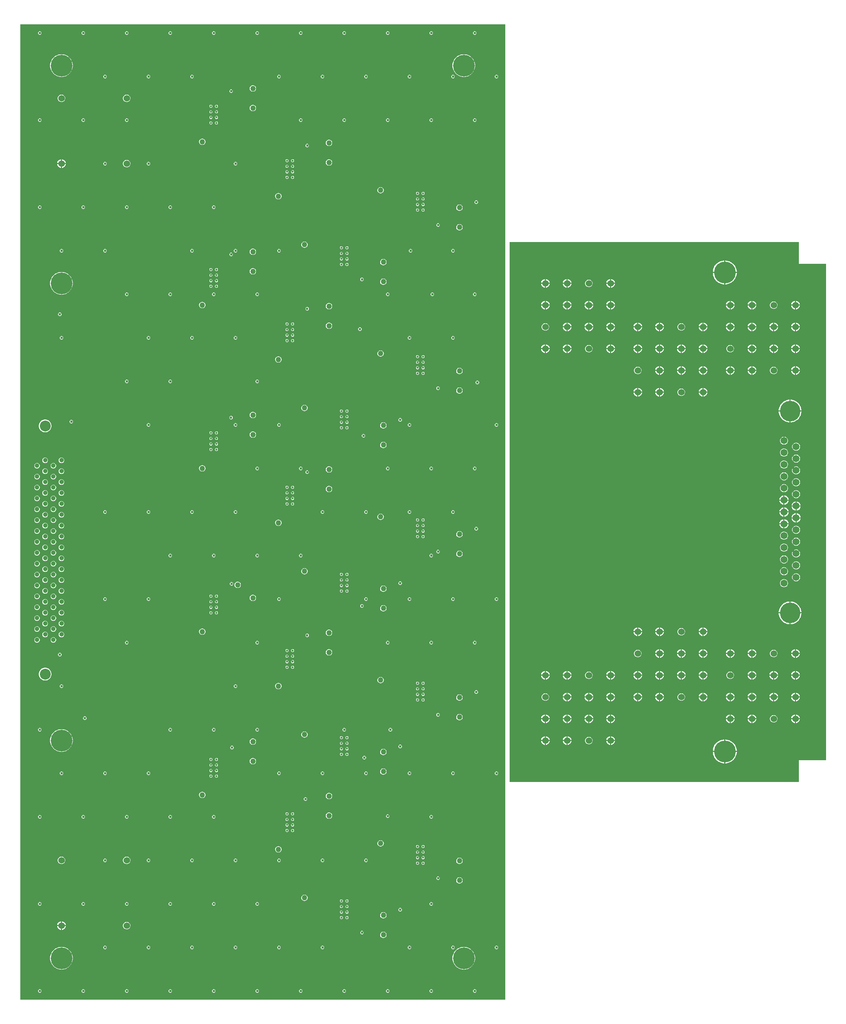
<source format=gbr>
%TF.GenerationSoftware,Altium Limited,Altium Designer,25.0.2 (28)*%
G04 Layer_Physical_Order=3*
G04 Layer_Color=36540*
%FSLAX45Y45*%
%MOMM*%
%TF.SameCoordinates,97F7605E-EDA1-4B57-83DE-D803DCB7673D*%
%TF.FilePolarity,Positive*%
%TF.FileFunction,Copper,L3,Inr,Signal*%
%TF.Part,Single*%
G01*
G75*
%TA.AperFunction,ComponentPad*%
%ADD27C,1.06680*%
%ADD28C,2.54000*%
%ADD29C,1.52400*%
%TA.AperFunction,ViaPad*%
%ADD30C,1.52400*%
%TA.AperFunction,ComponentPad*%
%ADD31C,1.65000*%
%ADD32C,4.80000*%
%TA.AperFunction,ViaPad*%
%ADD33C,5.08000*%
%ADD34C,0.60960*%
%ADD35C,1.27000*%
%ADD36C,0.50000*%
G36*
X20777200Y21031200D02*
X21412199D01*
Y9448800D01*
X20777200D01*
Y8940800D01*
X14020799D01*
Y21539200D01*
X20777200D01*
Y21031200D01*
D02*
G37*
G36*
X13919200Y3860800D02*
X2590800D01*
Y26619199D01*
X13919200D01*
Y3860800D01*
D02*
G37*
%LPC*%
G36*
X19071989Y21107401D02*
X19062700D01*
Y20840700D01*
X19329401D01*
Y20849989D01*
X19322520Y20893427D01*
X19308929Y20935252D01*
X19288963Y20974437D01*
X19263113Y21010017D01*
X19232018Y21041113D01*
X19196437Y21066965D01*
X19157253Y21086929D01*
X19115427Y21100520D01*
X19071989Y21107401D01*
D02*
G37*
G36*
X19037300D02*
X19028011D01*
X18984573Y21100520D01*
X18942747Y21086929D01*
X18903563Y21066965D01*
X18867982Y21041113D01*
X18836887Y21010017D01*
X18811037Y20974437D01*
X18791071Y20935252D01*
X18777480Y20893427D01*
X18770599Y20849989D01*
Y20840700D01*
X19037300D01*
Y21107401D01*
D02*
G37*
G36*
X16396376Y20675600D02*
X16395700D01*
Y20586700D01*
X16484599D01*
Y20587376D01*
X16477676Y20613216D01*
X16464301Y20636385D01*
X16445384Y20655299D01*
X16422215Y20668677D01*
X16396376Y20675600D01*
D02*
G37*
G36*
X15380376D02*
X15379700D01*
Y20586700D01*
X15468600D01*
Y20587376D01*
X15461676Y20613216D01*
X15448300Y20636385D01*
X15429384Y20655299D01*
X15406216Y20668677D01*
X15380376Y20675600D01*
D02*
G37*
G36*
X14872375D02*
X14871700D01*
Y20586700D01*
X14960600D01*
Y20587376D01*
X14953676Y20613216D01*
X14940300Y20636385D01*
X14921384Y20655299D01*
X14898216Y20668677D01*
X14872375Y20675600D01*
D02*
G37*
G36*
X14846300D02*
X14845624D01*
X14819785Y20668677D01*
X14796616Y20655299D01*
X14777699Y20636385D01*
X14764323Y20613216D01*
X14757401Y20587376D01*
Y20586700D01*
X14846300D01*
Y20675600D01*
D02*
G37*
G36*
X16370300D02*
X16369624D01*
X16343784Y20668677D01*
X16320616Y20655299D01*
X16301700Y20636385D01*
X16288324Y20613216D01*
X16281400Y20587376D01*
Y20586700D01*
X16370300D01*
Y20675600D01*
D02*
G37*
G36*
X15354300D02*
X15353624D01*
X15327785Y20668677D01*
X15304616Y20655299D01*
X15285699Y20636385D01*
X15272324Y20613216D01*
X15265401Y20587376D01*
Y20586700D01*
X15354300D01*
Y20675600D01*
D02*
G37*
G36*
X19329401Y20815300D02*
X19062700D01*
Y20548599D01*
X19071989D01*
X19115427Y20555479D01*
X19157253Y20569070D01*
X19196437Y20589037D01*
X19232018Y20614886D01*
X19263113Y20645982D01*
X19288963Y20681563D01*
X19308929Y20720747D01*
X19322520Y20762573D01*
X19329401Y20806010D01*
Y20815300D01*
D02*
G37*
G36*
X19037300D02*
X18770599D01*
Y20806010D01*
X18777480Y20762573D01*
X18791071Y20720747D01*
X18811037Y20681563D01*
X18836887Y20645982D01*
X18867982Y20614886D01*
X18903563Y20589037D01*
X18942747Y20569070D01*
X18984573Y20555479D01*
X19028011Y20548599D01*
X19037300D01*
Y20815300D01*
D02*
G37*
G36*
X15886369Y20660361D02*
X15863631D01*
X15841666Y20654475D01*
X15821974Y20643105D01*
X15805894Y20627026D01*
X15794525Y20607333D01*
X15788640Y20585370D01*
Y20562630D01*
X15794525Y20540666D01*
X15805894Y20520975D01*
X15821974Y20504895D01*
X15841666Y20493526D01*
X15863631Y20487640D01*
X15886369D01*
X15908334Y20493526D01*
X15928026Y20504895D01*
X15944106Y20520975D01*
X15955475Y20540666D01*
X15961360Y20562630D01*
Y20585370D01*
X15955475Y20607333D01*
X15944106Y20627026D01*
X15928026Y20643105D01*
X15908334Y20654475D01*
X15886369Y20660361D01*
D02*
G37*
G36*
X16484599Y20561301D02*
X16395700D01*
Y20472400D01*
X16396376D01*
X16422215Y20479324D01*
X16445384Y20492700D01*
X16464301Y20511617D01*
X16477676Y20534784D01*
X16484599Y20560625D01*
Y20561301D01*
D02*
G37*
G36*
X16370300D02*
X16281400D01*
Y20560625D01*
X16288324Y20534784D01*
X16301700Y20511617D01*
X16320616Y20492700D01*
X16343784Y20479324D01*
X16369624Y20472400D01*
X16370300D01*
Y20561301D01*
D02*
G37*
G36*
X15468600D02*
X15379700D01*
Y20472400D01*
X15380376D01*
X15406216Y20479324D01*
X15429384Y20492700D01*
X15448300Y20511617D01*
X15461676Y20534784D01*
X15468600Y20560625D01*
Y20561301D01*
D02*
G37*
G36*
X15354300D02*
X15265401D01*
Y20560625D01*
X15272324Y20534784D01*
X15285699Y20511617D01*
X15304616Y20492700D01*
X15327785Y20479324D01*
X15353624Y20472400D01*
X15354300D01*
Y20561301D01*
D02*
G37*
G36*
X14960600D02*
X14871700D01*
Y20472400D01*
X14872375D01*
X14898216Y20479324D01*
X14921384Y20492700D01*
X14940300Y20511617D01*
X14953676Y20534784D01*
X14960600Y20560625D01*
Y20561301D01*
D02*
G37*
G36*
X14846300D02*
X14757401D01*
Y20560625D01*
X14764323Y20534784D01*
X14777699Y20511617D01*
X14796616Y20492700D01*
X14819785Y20479324D01*
X14845624Y20472400D01*
X14846300D01*
Y20561301D01*
D02*
G37*
G36*
X20714375Y20167599D02*
X20713699D01*
Y20078700D01*
X20802600D01*
Y20079376D01*
X20795676Y20105215D01*
X20782300Y20128384D01*
X20763383Y20147301D01*
X20740216Y20160677D01*
X20714375Y20167599D01*
D02*
G37*
G36*
X19698376D02*
X19697701D01*
Y20078700D01*
X19786600D01*
Y20079376D01*
X19779675Y20105215D01*
X19766299Y20128384D01*
X19747385Y20147301D01*
X19724216Y20160677D01*
X19698376Y20167599D01*
D02*
G37*
G36*
X19190376D02*
X19189700D01*
Y20078700D01*
X19278600D01*
Y20079376D01*
X19271677Y20105215D01*
X19258299Y20128384D01*
X19239384Y20147301D01*
X19216216Y20160677D01*
X19190376Y20167599D01*
D02*
G37*
G36*
X16396376D02*
X16395700D01*
Y20078700D01*
X16484599D01*
Y20079376D01*
X16477676Y20105215D01*
X16464301Y20128384D01*
X16445384Y20147301D01*
X16422215Y20160677D01*
X16396376Y20167599D01*
D02*
G37*
G36*
X15888376D02*
X15887700D01*
Y20078700D01*
X15976601D01*
Y20079376D01*
X15969676Y20105215D01*
X15956300Y20128384D01*
X15937384Y20147301D01*
X15914217Y20160677D01*
X15888376Y20167599D01*
D02*
G37*
G36*
X15380376D02*
X15379700D01*
Y20078700D01*
X15468600D01*
Y20079376D01*
X15461676Y20105215D01*
X15448300Y20128384D01*
X15429384Y20147301D01*
X15406216Y20160677D01*
X15380376Y20167599D01*
D02*
G37*
G36*
X14872375D02*
X14871700D01*
Y20078700D01*
X14960600D01*
Y20079376D01*
X14953676Y20105215D01*
X14940300Y20128384D01*
X14921384Y20147301D01*
X14898216Y20160677D01*
X14872375Y20167599D01*
D02*
G37*
G36*
X15862300D02*
X15861624D01*
X15835783Y20160677D01*
X15812616Y20147301D01*
X15793700Y20128384D01*
X15780324Y20105215D01*
X15773399Y20079376D01*
Y20078700D01*
X15862300D01*
Y20167599D01*
D02*
G37*
G36*
X14846300D02*
X14845624D01*
X14819785Y20160677D01*
X14796616Y20147301D01*
X14777699Y20128384D01*
X14764323Y20105215D01*
X14757401Y20079376D01*
Y20078700D01*
X14846300D01*
Y20167599D01*
D02*
G37*
G36*
X20688300D02*
X20687624D01*
X20661784Y20160677D01*
X20638615Y20147301D01*
X20619701Y20128384D01*
X20606323Y20105215D01*
X20599400Y20079376D01*
Y20078700D01*
X20688300D01*
Y20167599D01*
D02*
G37*
G36*
X19672301D02*
X19671625D01*
X19645784Y20160677D01*
X19622617Y20147301D01*
X19603700Y20128384D01*
X19590324Y20105215D01*
X19583400Y20079376D01*
Y20078700D01*
X19672301D01*
Y20167599D01*
D02*
G37*
G36*
X19164301D02*
X19163625D01*
X19137784Y20160677D01*
X19114616Y20147301D01*
X19095700Y20128384D01*
X19082324Y20105215D01*
X19075400Y20079376D01*
Y20078700D01*
X19164301D01*
Y20167599D01*
D02*
G37*
G36*
X16370300D02*
X16369624D01*
X16343784Y20160677D01*
X16320616Y20147301D01*
X16301700Y20128384D01*
X16288324Y20105215D01*
X16281400Y20079376D01*
Y20078700D01*
X16370300D01*
Y20167599D01*
D02*
G37*
G36*
X15354300D02*
X15353624D01*
X15327785Y20160677D01*
X15304616Y20147301D01*
X15285699Y20128384D01*
X15272324Y20105215D01*
X15265401Y20079376D01*
Y20078700D01*
X15354300D01*
Y20167599D01*
D02*
G37*
G36*
X20204370Y20152361D02*
X20181630D01*
X20159666Y20146475D01*
X20139973Y20135104D01*
X20123895Y20119026D01*
X20112524Y20099335D01*
X20106641Y20077370D01*
Y20054630D01*
X20112524Y20032666D01*
X20123895Y20012975D01*
X20139973Y19996895D01*
X20159666Y19985526D01*
X20181630Y19979640D01*
X20204370D01*
X20226334Y19985526D01*
X20246027Y19996895D01*
X20262105Y20012975D01*
X20273476Y20032666D01*
X20279359Y20054630D01*
Y20077370D01*
X20273476Y20099335D01*
X20262105Y20119026D01*
X20246027Y20135104D01*
X20226334Y20146475D01*
X20204370Y20152361D01*
D02*
G37*
G36*
X20802600Y20053300D02*
X20713699D01*
Y19964400D01*
X20714375D01*
X20740216Y19971324D01*
X20763383Y19984700D01*
X20782300Y20003616D01*
X20795676Y20026784D01*
X20802600Y20052625D01*
Y20053300D01*
D02*
G37*
G36*
X20688300D02*
X20599400D01*
Y20052625D01*
X20606323Y20026784D01*
X20619701Y20003616D01*
X20638615Y19984700D01*
X20661784Y19971324D01*
X20687624Y19964400D01*
X20688300D01*
Y20053300D01*
D02*
G37*
G36*
X19786600D02*
X19697701D01*
Y19964400D01*
X19698376D01*
X19724216Y19971324D01*
X19747385Y19984700D01*
X19766299Y20003616D01*
X19779675Y20026784D01*
X19786600Y20052625D01*
Y20053300D01*
D02*
G37*
G36*
X19672301D02*
X19583400D01*
Y20052625D01*
X19590324Y20026784D01*
X19603700Y20003616D01*
X19622617Y19984700D01*
X19645784Y19971324D01*
X19671625Y19964400D01*
X19672301D01*
Y20053300D01*
D02*
G37*
G36*
X19278600D02*
X19189700D01*
Y19964400D01*
X19190376D01*
X19216216Y19971324D01*
X19239384Y19984700D01*
X19258299Y20003616D01*
X19271677Y20026784D01*
X19278600Y20052625D01*
Y20053300D01*
D02*
G37*
G36*
X19164301D02*
X19075400D01*
Y20052625D01*
X19082324Y20026784D01*
X19095700Y20003616D01*
X19114616Y19984700D01*
X19137784Y19971324D01*
X19163625Y19964400D01*
X19164301D01*
Y20053300D01*
D02*
G37*
G36*
X16484599D02*
X16395700D01*
Y19964400D01*
X16396376D01*
X16422215Y19971324D01*
X16445384Y19984700D01*
X16464301Y20003616D01*
X16477676Y20026784D01*
X16484599Y20052625D01*
Y20053300D01*
D02*
G37*
G36*
X16370300D02*
X16281400D01*
Y20052625D01*
X16288324Y20026784D01*
X16301700Y20003616D01*
X16320616Y19984700D01*
X16343784Y19971324D01*
X16369624Y19964400D01*
X16370300D01*
Y20053300D01*
D02*
G37*
G36*
X15976601D02*
X15887700D01*
Y19964400D01*
X15888376D01*
X15914217Y19971324D01*
X15937384Y19984700D01*
X15956300Y20003616D01*
X15969676Y20026784D01*
X15976601Y20052625D01*
Y20053300D01*
D02*
G37*
G36*
X15862300D02*
X15773399D01*
Y20052625D01*
X15780324Y20026784D01*
X15793700Y20003616D01*
X15812616Y19984700D01*
X15835783Y19971324D01*
X15861624Y19964400D01*
X15862300D01*
Y20053300D01*
D02*
G37*
G36*
X15468600D02*
X15379700D01*
Y19964400D01*
X15380376D01*
X15406216Y19971324D01*
X15429384Y19984700D01*
X15448300Y20003616D01*
X15461676Y20026784D01*
X15468600Y20052625D01*
Y20053300D01*
D02*
G37*
G36*
X15354300D02*
X15265401D01*
Y20052625D01*
X15272324Y20026784D01*
X15285699Y20003616D01*
X15304616Y19984700D01*
X15327785Y19971324D01*
X15353624Y19964400D01*
X15354300D01*
Y20053300D01*
D02*
G37*
G36*
X14960600D02*
X14871700D01*
Y19964400D01*
X14872375D01*
X14898216Y19971324D01*
X14921384Y19984700D01*
X14940300Y20003616D01*
X14953676Y20026784D01*
X14960600Y20052625D01*
Y20053300D01*
D02*
G37*
G36*
X14846300D02*
X14757401D01*
Y20052625D01*
X14764323Y20026784D01*
X14777699Y20003616D01*
X14796616Y19984700D01*
X14819785Y19971324D01*
X14845624Y19964400D01*
X14846300D01*
Y20053300D01*
D02*
G37*
G36*
X20714375Y19659599D02*
X20713699D01*
Y19570700D01*
X20802600D01*
Y19571376D01*
X20795676Y19597215D01*
X20782300Y19620384D01*
X20763383Y19639301D01*
X20740216Y19652676D01*
X20714375Y19659599D01*
D02*
G37*
G36*
X20206377D02*
X20205701D01*
Y19570700D01*
X20294600D01*
Y19571376D01*
X20287675Y19597215D01*
X20274300Y19620384D01*
X20255383Y19639301D01*
X20232216Y19652676D01*
X20206377Y19659599D01*
D02*
G37*
G36*
X19698376D02*
X19697701D01*
Y19570700D01*
X19786600D01*
Y19571376D01*
X19779675Y19597215D01*
X19766299Y19620384D01*
X19747385Y19639301D01*
X19724216Y19652676D01*
X19698376Y19659599D01*
D02*
G37*
G36*
X19190376D02*
X19189700D01*
Y19570700D01*
X19278600D01*
Y19571376D01*
X19271677Y19597215D01*
X19258299Y19620384D01*
X19239384Y19639301D01*
X19216216Y19652676D01*
X19190376Y19659599D01*
D02*
G37*
G36*
X18555376D02*
X18554700D01*
Y19570700D01*
X18643600D01*
Y19571376D01*
X18636676Y19597215D01*
X18623300Y19620384D01*
X18604384Y19639301D01*
X18581216Y19652676D01*
X18555376Y19659599D01*
D02*
G37*
G36*
X17539375D02*
X17538699D01*
Y19570700D01*
X17627600D01*
Y19571376D01*
X17620676Y19597215D01*
X17607300Y19620384D01*
X17588383Y19639301D01*
X17565216Y19652676D01*
X17539375Y19659599D01*
D02*
G37*
G36*
X17031377D02*
X17030701D01*
Y19570700D01*
X17119600D01*
Y19571376D01*
X17112675Y19597215D01*
X17099300Y19620384D01*
X17080383Y19639301D01*
X17057216Y19652676D01*
X17031377Y19659599D01*
D02*
G37*
G36*
X16396376D02*
X16395700D01*
Y19570700D01*
X16484599D01*
Y19571376D01*
X16477676Y19597215D01*
X16464301Y19620384D01*
X16445384Y19639301D01*
X16422215Y19652676D01*
X16396376Y19659599D01*
D02*
G37*
G36*
X15888376D02*
X15887700D01*
Y19570700D01*
X15976601D01*
Y19571376D01*
X15969676Y19597215D01*
X15956300Y19620384D01*
X15937384Y19639301D01*
X15914217Y19652676D01*
X15888376Y19659599D01*
D02*
G37*
G36*
X15380376D02*
X15379700D01*
Y19570700D01*
X15468600D01*
Y19571376D01*
X15461676Y19597215D01*
X15448300Y19620384D01*
X15429384Y19639301D01*
X15406216Y19652676D01*
X15380376Y19659599D01*
D02*
G37*
G36*
X20688300D02*
X20687624D01*
X20661784Y19652676D01*
X20638615Y19639301D01*
X20619701Y19620384D01*
X20606323Y19597215D01*
X20599400Y19571376D01*
Y19570700D01*
X20688300D01*
Y19659599D01*
D02*
G37*
G36*
X20180299D02*
X20179623D01*
X20153784Y19652676D01*
X20130617Y19639301D01*
X20111700Y19620384D01*
X20098325Y19597215D01*
X20091400Y19571376D01*
Y19570700D01*
X20180299D01*
Y19659599D01*
D02*
G37*
G36*
X19672301D02*
X19671625D01*
X19645784Y19652676D01*
X19622617Y19639301D01*
X19603700Y19620384D01*
X19590324Y19597215D01*
X19583400Y19571376D01*
Y19570700D01*
X19672301D01*
Y19659599D01*
D02*
G37*
G36*
X19164301D02*
X19163625D01*
X19137784Y19652676D01*
X19114616Y19639301D01*
X19095700Y19620384D01*
X19082324Y19597215D01*
X19075400Y19571376D01*
Y19570700D01*
X19164301D01*
Y19659599D01*
D02*
G37*
G36*
X18529300D02*
X18528624D01*
X18502785Y19652676D01*
X18479616Y19639301D01*
X18460699Y19620384D01*
X18447324Y19597215D01*
X18440401Y19571376D01*
Y19570700D01*
X18529300D01*
Y19659599D01*
D02*
G37*
G36*
X17513300D02*
X17512624D01*
X17486784Y19652676D01*
X17463615Y19639301D01*
X17444701Y19620384D01*
X17431323Y19597215D01*
X17424400Y19571376D01*
Y19570700D01*
X17513300D01*
Y19659599D01*
D02*
G37*
G36*
X15862300D02*
X15861624D01*
X15835783Y19652676D01*
X15812616Y19639301D01*
X15793700Y19620384D01*
X15780324Y19597215D01*
X15773399Y19571376D01*
Y19570700D01*
X15862300D01*
Y19659599D01*
D02*
G37*
G36*
X17005299D02*
X17004623D01*
X16978784Y19652676D01*
X16955617Y19639301D01*
X16936700Y19620384D01*
X16923325Y19597215D01*
X16916400Y19571376D01*
Y19570700D01*
X17005299D01*
Y19659599D01*
D02*
G37*
G36*
X16370300D02*
X16369624D01*
X16343784Y19652676D01*
X16320616Y19639301D01*
X16301700Y19620384D01*
X16288324Y19597215D01*
X16281400Y19571376D01*
Y19570700D01*
X16370300D01*
Y19659599D01*
D02*
G37*
G36*
X15354300D02*
X15353624D01*
X15327785Y19652676D01*
X15304616Y19639301D01*
X15285699Y19620384D01*
X15272324Y19597215D01*
X15265401Y19571376D01*
Y19570700D01*
X15354300D01*
Y19659599D01*
D02*
G37*
G36*
X18045370Y19644360D02*
X18022630D01*
X18000665Y19638475D01*
X17980974Y19627106D01*
X17964896Y19611026D01*
X17953525Y19591335D01*
X17947639Y19569370D01*
Y19546629D01*
X17953525Y19524666D01*
X17964896Y19504974D01*
X17980974Y19488895D01*
X18000665Y19477525D01*
X18022630Y19471640D01*
X18045370D01*
X18067334Y19477525D01*
X18087025Y19488895D01*
X18103105Y19504974D01*
X18114474Y19524666D01*
X18120360Y19546629D01*
Y19569370D01*
X18114474Y19591335D01*
X18103105Y19611026D01*
X18087025Y19627106D01*
X18067334Y19638475D01*
X18045370Y19644360D01*
D02*
G37*
G36*
X14870370D02*
X14847630D01*
X14825665Y19638475D01*
X14805974Y19627106D01*
X14789896Y19611026D01*
X14778525Y19591335D01*
X14772639Y19569370D01*
Y19546629D01*
X14778525Y19524666D01*
X14789896Y19504974D01*
X14805974Y19488895D01*
X14825665Y19477525D01*
X14847630Y19471640D01*
X14870370D01*
X14892334Y19477525D01*
X14912025Y19488895D01*
X14928105Y19504974D01*
X14939474Y19524666D01*
X14945360Y19546629D01*
Y19569370D01*
X14939474Y19591335D01*
X14928105Y19611026D01*
X14912025Y19627106D01*
X14892334Y19638475D01*
X14870370Y19644360D01*
D02*
G37*
G36*
X20802600Y19545300D02*
X20713699D01*
Y19456400D01*
X20714375D01*
X20740216Y19463324D01*
X20763383Y19476700D01*
X20782300Y19495616D01*
X20795676Y19518784D01*
X20802600Y19544624D01*
Y19545300D01*
D02*
G37*
G36*
X20688300D02*
X20599400D01*
Y19544624D01*
X20606323Y19518784D01*
X20619701Y19495616D01*
X20638615Y19476700D01*
X20661784Y19463324D01*
X20687624Y19456400D01*
X20688300D01*
Y19545300D01*
D02*
G37*
G36*
X20294600D02*
X20205701D01*
Y19456400D01*
X20206377D01*
X20232216Y19463324D01*
X20255383Y19476700D01*
X20274300Y19495616D01*
X20287675Y19518784D01*
X20294600Y19544624D01*
Y19545300D01*
D02*
G37*
G36*
X20180299D02*
X20091400D01*
Y19544624D01*
X20098325Y19518784D01*
X20111700Y19495616D01*
X20130617Y19476700D01*
X20153784Y19463324D01*
X20179623Y19456400D01*
X20180299D01*
Y19545300D01*
D02*
G37*
G36*
X19786600D02*
X19697701D01*
Y19456400D01*
X19698376D01*
X19724216Y19463324D01*
X19747385Y19476700D01*
X19766299Y19495616D01*
X19779675Y19518784D01*
X19786600Y19544624D01*
Y19545300D01*
D02*
G37*
G36*
X19672301D02*
X19583400D01*
Y19544624D01*
X19590324Y19518784D01*
X19603700Y19495616D01*
X19622617Y19476700D01*
X19645784Y19463324D01*
X19671625Y19456400D01*
X19672301D01*
Y19545300D01*
D02*
G37*
G36*
X19278600D02*
X19189700D01*
Y19456400D01*
X19190376D01*
X19216216Y19463324D01*
X19239384Y19476700D01*
X19258299Y19495616D01*
X19271677Y19518784D01*
X19278600Y19544624D01*
Y19545300D01*
D02*
G37*
G36*
X19164301D02*
X19075400D01*
Y19544624D01*
X19082324Y19518784D01*
X19095700Y19495616D01*
X19114616Y19476700D01*
X19137784Y19463324D01*
X19163625Y19456400D01*
X19164301D01*
Y19545300D01*
D02*
G37*
G36*
X18643600D02*
X18554700D01*
Y19456400D01*
X18555376D01*
X18581216Y19463324D01*
X18604384Y19476700D01*
X18623300Y19495616D01*
X18636676Y19518784D01*
X18643600Y19544624D01*
Y19545300D01*
D02*
G37*
G36*
X18529300D02*
X18440401D01*
Y19544624D01*
X18447324Y19518784D01*
X18460699Y19495616D01*
X18479616Y19476700D01*
X18502785Y19463324D01*
X18528624Y19456400D01*
X18529300D01*
Y19545300D01*
D02*
G37*
G36*
X17627600D02*
X17538699D01*
Y19456400D01*
X17539375D01*
X17565216Y19463324D01*
X17588383Y19476700D01*
X17607300Y19495616D01*
X17620676Y19518784D01*
X17627600Y19544624D01*
Y19545300D01*
D02*
G37*
G36*
X17513300D02*
X17424400D01*
Y19544624D01*
X17431323Y19518784D01*
X17444701Y19495616D01*
X17463615Y19476700D01*
X17486784Y19463324D01*
X17512624Y19456400D01*
X17513300D01*
Y19545300D01*
D02*
G37*
G36*
X17119600D02*
X17030701D01*
Y19456400D01*
X17031377D01*
X17057216Y19463324D01*
X17080383Y19476700D01*
X17099300Y19495616D01*
X17112675Y19518784D01*
X17119600Y19544624D01*
Y19545300D01*
D02*
G37*
G36*
X17005299D02*
X16916400D01*
Y19544624D01*
X16923325Y19518784D01*
X16936700Y19495616D01*
X16955617Y19476700D01*
X16978784Y19463324D01*
X17004623Y19456400D01*
X17005299D01*
Y19545300D01*
D02*
G37*
G36*
X16484599D02*
X16395700D01*
Y19456400D01*
X16396376D01*
X16422215Y19463324D01*
X16445384Y19476700D01*
X16464301Y19495616D01*
X16477676Y19518784D01*
X16484599Y19544624D01*
Y19545300D01*
D02*
G37*
G36*
X16370300D02*
X16281400D01*
Y19544624D01*
X16288324Y19518784D01*
X16301700Y19495616D01*
X16320616Y19476700D01*
X16343784Y19463324D01*
X16369624Y19456400D01*
X16370300D01*
Y19545300D01*
D02*
G37*
G36*
X15976601D02*
X15887700D01*
Y19456400D01*
X15888376D01*
X15914217Y19463324D01*
X15937384Y19476700D01*
X15956300Y19495616D01*
X15969676Y19518784D01*
X15976601Y19544624D01*
Y19545300D01*
D02*
G37*
G36*
X15862300D02*
X15773399D01*
Y19544624D01*
X15780324Y19518784D01*
X15793700Y19495616D01*
X15812616Y19476700D01*
X15835783Y19463324D01*
X15861624Y19456400D01*
X15862300D01*
Y19545300D01*
D02*
G37*
G36*
X15468600D02*
X15379700D01*
Y19456400D01*
X15380376D01*
X15406216Y19463324D01*
X15429384Y19476700D01*
X15448300Y19495616D01*
X15461676Y19518784D01*
X15468600Y19544624D01*
Y19545300D01*
D02*
G37*
G36*
X15354300D02*
X15265401D01*
Y19544624D01*
X15272324Y19518784D01*
X15285699Y19495616D01*
X15304616Y19476700D01*
X15327785Y19463324D01*
X15353624Y19456400D01*
X15354300D01*
Y19545300D01*
D02*
G37*
G36*
X20714375Y19151601D02*
X20713699D01*
Y19062700D01*
X20802600D01*
Y19063376D01*
X20795676Y19089217D01*
X20782300Y19112384D01*
X20763383Y19131300D01*
X20740216Y19144676D01*
X20714375Y19151601D01*
D02*
G37*
G36*
X20206377D02*
X20205701D01*
Y19062700D01*
X20294600D01*
Y19063376D01*
X20287675Y19089217D01*
X20274300Y19112384D01*
X20255383Y19131300D01*
X20232216Y19144676D01*
X20206377Y19151601D01*
D02*
G37*
G36*
X19698376D02*
X19697701D01*
Y19062700D01*
X19786600D01*
Y19063376D01*
X19779675Y19089217D01*
X19766299Y19112384D01*
X19747385Y19131300D01*
X19724216Y19144676D01*
X19698376Y19151601D01*
D02*
G37*
G36*
X18555376D02*
X18554700D01*
Y19062700D01*
X18643600D01*
Y19063376D01*
X18636676Y19089217D01*
X18623300Y19112384D01*
X18604384Y19131300D01*
X18581216Y19144676D01*
X18555376Y19151601D01*
D02*
G37*
G36*
X18047375D02*
X18046700D01*
Y19062700D01*
X18135600D01*
Y19063376D01*
X18128676Y19089217D01*
X18115300Y19112384D01*
X18096384Y19131300D01*
X18073216Y19144676D01*
X18047375Y19151601D01*
D02*
G37*
G36*
X17539375D02*
X17538699D01*
Y19062700D01*
X17627600D01*
Y19063376D01*
X17620676Y19089217D01*
X17607300Y19112384D01*
X17588383Y19131300D01*
X17565216Y19144676D01*
X17539375Y19151601D01*
D02*
G37*
G36*
X17031377D02*
X17030701D01*
Y19062700D01*
X17119600D01*
Y19063376D01*
X17112675Y19089217D01*
X17099300Y19112384D01*
X17080383Y19131300D01*
X17057216Y19144676D01*
X17031377Y19151601D01*
D02*
G37*
G36*
X16396376D02*
X16395700D01*
Y19062700D01*
X16484599D01*
Y19063376D01*
X16477676Y19089217D01*
X16464301Y19112384D01*
X16445384Y19131300D01*
X16422215Y19144676D01*
X16396376Y19151601D01*
D02*
G37*
G36*
X15380376D02*
X15379700D01*
Y19062700D01*
X15468600D01*
Y19063376D01*
X15461676Y19089217D01*
X15448300Y19112384D01*
X15429384Y19131300D01*
X15406216Y19144676D01*
X15380376Y19151601D01*
D02*
G37*
G36*
X14872375D02*
X14871700D01*
Y19062700D01*
X14960600D01*
Y19063376D01*
X14953676Y19089217D01*
X14940300Y19112384D01*
X14921384Y19131300D01*
X14898216Y19144676D01*
X14872375Y19151601D01*
D02*
G37*
G36*
X18021300D02*
X18020624D01*
X17994785Y19144676D01*
X17971616Y19131300D01*
X17952699Y19112384D01*
X17939323Y19089217D01*
X17932401Y19063376D01*
Y19062700D01*
X18021300D01*
Y19151601D01*
D02*
G37*
G36*
X20688300D02*
X20687624D01*
X20661784Y19144676D01*
X20638615Y19131300D01*
X20619701Y19112384D01*
X20606323Y19089217D01*
X20599400Y19063376D01*
Y19062700D01*
X20688300D01*
Y19151601D01*
D02*
G37*
G36*
X20180299D02*
X20179623D01*
X20153784Y19144676D01*
X20130617Y19131300D01*
X20111700Y19112384D01*
X20098325Y19089217D01*
X20091400Y19063376D01*
Y19062700D01*
X20180299D01*
Y19151601D01*
D02*
G37*
G36*
X19672301D02*
X19671625D01*
X19645784Y19144676D01*
X19622617Y19131300D01*
X19603700Y19112384D01*
X19590324Y19089217D01*
X19583400Y19063376D01*
Y19062700D01*
X19672301D01*
Y19151601D01*
D02*
G37*
G36*
X18529300D02*
X18528624D01*
X18502785Y19144676D01*
X18479616Y19131300D01*
X18460699Y19112384D01*
X18447324Y19089217D01*
X18440401Y19063376D01*
Y19062700D01*
X18529300D01*
Y19151601D01*
D02*
G37*
G36*
X17513300D02*
X17512624D01*
X17486784Y19144676D01*
X17463615Y19131300D01*
X17444701Y19112384D01*
X17431323Y19089217D01*
X17424400Y19063376D01*
Y19062700D01*
X17513300D01*
Y19151601D01*
D02*
G37*
G36*
X14846300D02*
X14845624D01*
X14819785Y19144676D01*
X14796616Y19131300D01*
X14777699Y19112384D01*
X14764323Y19089217D01*
X14757401Y19063376D01*
Y19062700D01*
X14846300D01*
Y19151601D01*
D02*
G37*
G36*
X17005299D02*
X17004623D01*
X16978784Y19144676D01*
X16955617Y19131300D01*
X16936700Y19112384D01*
X16923325Y19089217D01*
X16916400Y19063376D01*
Y19062700D01*
X17005299D01*
Y19151601D01*
D02*
G37*
G36*
X16370300D02*
X16369624D01*
X16343784Y19144676D01*
X16320616Y19131300D01*
X16301700Y19112384D01*
X16288324Y19089217D01*
X16281400Y19063376D01*
Y19062700D01*
X16370300D01*
Y19151601D01*
D02*
G37*
G36*
X15354300D02*
X15353624D01*
X15327785Y19144676D01*
X15304616Y19131300D01*
X15285699Y19112384D01*
X15272324Y19089217D01*
X15265401Y19063376D01*
Y19062700D01*
X15354300D01*
Y19151601D01*
D02*
G37*
G36*
X19188370Y19136360D02*
X19165630D01*
X19143666Y19130475D01*
X19123975Y19119106D01*
X19107895Y19103026D01*
X19096526Y19083334D01*
X19090640Y19061369D01*
Y19038631D01*
X19096526Y19016666D01*
X19107895Y18996974D01*
X19123975Y18980894D01*
X19143666Y18969525D01*
X19165630Y18963640D01*
X19188370D01*
X19210333Y18969525D01*
X19230026Y18980894D01*
X19246104Y18996974D01*
X19257475Y19016666D01*
X19263361Y19038631D01*
Y19061369D01*
X19257475Y19083334D01*
X19246104Y19103026D01*
X19230026Y19119106D01*
X19210333Y19130475D01*
X19188370Y19136360D01*
D02*
G37*
G36*
X15886369D02*
X15863631D01*
X15841666Y19130475D01*
X15821974Y19119106D01*
X15805894Y19103026D01*
X15794525Y19083334D01*
X15788640Y19061369D01*
Y19038631D01*
X15794525Y19016666D01*
X15805894Y18996974D01*
X15821974Y18980894D01*
X15841666Y18969525D01*
X15863631Y18963640D01*
X15886369D01*
X15908334Y18969525D01*
X15928026Y18980894D01*
X15944106Y18996974D01*
X15955475Y19016666D01*
X15961360Y19038631D01*
Y19061369D01*
X15955475Y19083334D01*
X15944106Y19103026D01*
X15928026Y19119106D01*
X15908334Y19130475D01*
X15886369Y19136360D01*
D02*
G37*
G36*
X20802600Y19037300D02*
X20713699D01*
Y18948399D01*
X20714375D01*
X20740216Y18955324D01*
X20763383Y18968700D01*
X20782300Y18987616D01*
X20795676Y19010783D01*
X20802600Y19036624D01*
Y19037300D01*
D02*
G37*
G36*
X20688300D02*
X20599400D01*
Y19036624D01*
X20606323Y19010783D01*
X20619701Y18987616D01*
X20638615Y18968700D01*
X20661784Y18955324D01*
X20687624Y18948399D01*
X20688300D01*
Y19037300D01*
D02*
G37*
G36*
X20294600D02*
X20205701D01*
Y18948399D01*
X20206377D01*
X20232216Y18955324D01*
X20255383Y18968700D01*
X20274300Y18987616D01*
X20287675Y19010783D01*
X20294600Y19036624D01*
Y19037300D01*
D02*
G37*
G36*
X20180299D02*
X20091400D01*
Y19036624D01*
X20098325Y19010783D01*
X20111700Y18987616D01*
X20130617Y18968700D01*
X20153784Y18955324D01*
X20179623Y18948399D01*
X20180299D01*
Y19037300D01*
D02*
G37*
G36*
X19786600D02*
X19697701D01*
Y18948399D01*
X19698376D01*
X19724216Y18955324D01*
X19747385Y18968700D01*
X19766299Y18987616D01*
X19779675Y19010783D01*
X19786600Y19036624D01*
Y19037300D01*
D02*
G37*
G36*
X19672301D02*
X19583400D01*
Y19036624D01*
X19590324Y19010783D01*
X19603700Y18987616D01*
X19622617Y18968700D01*
X19645784Y18955324D01*
X19671625Y18948399D01*
X19672301D01*
Y19037300D01*
D02*
G37*
G36*
X18643600D02*
X18554700D01*
Y18948399D01*
X18555376D01*
X18581216Y18955324D01*
X18604384Y18968700D01*
X18623300Y18987616D01*
X18636676Y19010783D01*
X18643600Y19036624D01*
Y19037300D01*
D02*
G37*
G36*
X18529300D02*
X18440401D01*
Y19036624D01*
X18447324Y19010783D01*
X18460699Y18987616D01*
X18479616Y18968700D01*
X18502785Y18955324D01*
X18528624Y18948399D01*
X18529300D01*
Y19037300D01*
D02*
G37*
G36*
X18135600D02*
X18046700D01*
Y18948399D01*
X18047375D01*
X18073216Y18955324D01*
X18096384Y18968700D01*
X18115300Y18987616D01*
X18128676Y19010783D01*
X18135600Y19036624D01*
Y19037300D01*
D02*
G37*
G36*
X18021300D02*
X17932401D01*
Y19036624D01*
X17939323Y19010783D01*
X17952699Y18987616D01*
X17971616Y18968700D01*
X17994785Y18955324D01*
X18020624Y18948399D01*
X18021300D01*
Y19037300D01*
D02*
G37*
G36*
X17627600D02*
X17538699D01*
Y18948399D01*
X17539375D01*
X17565216Y18955324D01*
X17588383Y18968700D01*
X17607300Y18987616D01*
X17620676Y19010783D01*
X17627600Y19036624D01*
Y19037300D01*
D02*
G37*
G36*
X17513300D02*
X17424400D01*
Y19036624D01*
X17431323Y19010783D01*
X17444701Y18987616D01*
X17463615Y18968700D01*
X17486784Y18955324D01*
X17512624Y18948399D01*
X17513300D01*
Y19037300D01*
D02*
G37*
G36*
X17119600D02*
X17030701D01*
Y18948399D01*
X17031377D01*
X17057216Y18955324D01*
X17080383Y18968700D01*
X17099300Y18987616D01*
X17112675Y19010783D01*
X17119600Y19036624D01*
Y19037300D01*
D02*
G37*
G36*
X17005299D02*
X16916400D01*
Y19036624D01*
X16923325Y19010783D01*
X16936700Y18987616D01*
X16955617Y18968700D01*
X16978784Y18955324D01*
X17004623Y18948399D01*
X17005299D01*
Y19037300D01*
D02*
G37*
G36*
X16484599D02*
X16395700D01*
Y18948399D01*
X16396376D01*
X16422215Y18955324D01*
X16445384Y18968700D01*
X16464301Y18987616D01*
X16477676Y19010783D01*
X16484599Y19036624D01*
Y19037300D01*
D02*
G37*
G36*
X16370300D02*
X16281400D01*
Y19036624D01*
X16288324Y19010783D01*
X16301700Y18987616D01*
X16320616Y18968700D01*
X16343784Y18955324D01*
X16369624Y18948399D01*
X16370300D01*
Y19037300D01*
D02*
G37*
G36*
X15468600D02*
X15379700D01*
Y18948399D01*
X15380376D01*
X15406216Y18955324D01*
X15429384Y18968700D01*
X15448300Y18987616D01*
X15461676Y19010783D01*
X15468600Y19036624D01*
Y19037300D01*
D02*
G37*
G36*
X15354300D02*
X15265401D01*
Y19036624D01*
X15272324Y19010783D01*
X15285699Y18987616D01*
X15304616Y18968700D01*
X15327785Y18955324D01*
X15353624Y18948399D01*
X15354300D01*
Y19037300D01*
D02*
G37*
G36*
X14960600D02*
X14871700D01*
Y18948399D01*
X14872375D01*
X14898216Y18955324D01*
X14921384Y18968700D01*
X14940300Y18987616D01*
X14953676Y19010783D01*
X14960600Y19036624D01*
Y19037300D01*
D02*
G37*
G36*
X14846300D02*
X14757401D01*
Y19036624D01*
X14764323Y19010783D01*
X14777699Y18987616D01*
X14796616Y18968700D01*
X14819785Y18955324D01*
X14845624Y18948399D01*
X14846300D01*
Y19037300D01*
D02*
G37*
G36*
X20714375Y18643600D02*
X20713699D01*
Y18554700D01*
X20802600D01*
Y18555376D01*
X20795676Y18581216D01*
X20782300Y18604384D01*
X20763383Y18623300D01*
X20740216Y18636676D01*
X20714375Y18643600D01*
D02*
G37*
G36*
X19698376D02*
X19697701D01*
Y18554700D01*
X19786600D01*
Y18555376D01*
X19779675Y18581216D01*
X19766299Y18604384D01*
X19747385Y18623300D01*
X19724216Y18636676D01*
X19698376Y18643600D01*
D02*
G37*
G36*
X19190376D02*
X19189700D01*
Y18554700D01*
X19278600D01*
Y18555376D01*
X19271677Y18581216D01*
X19258299Y18604384D01*
X19239384Y18623300D01*
X19216216Y18636676D01*
X19190376Y18643600D01*
D02*
G37*
G36*
X18555376D02*
X18554700D01*
Y18554700D01*
X18643600D01*
Y18555376D01*
X18636676Y18581216D01*
X18623300Y18604384D01*
X18604384Y18623300D01*
X18581216Y18636676D01*
X18555376Y18643600D01*
D02*
G37*
G36*
X18047375D02*
X18046700D01*
Y18554700D01*
X18135600D01*
Y18555376D01*
X18128676Y18581216D01*
X18115300Y18604384D01*
X18096384Y18623300D01*
X18073216Y18636676D01*
X18047375Y18643600D01*
D02*
G37*
G36*
X17539375D02*
X17538699D01*
Y18554700D01*
X17627600D01*
Y18555376D01*
X17620676Y18581216D01*
X17607300Y18604384D01*
X17588383Y18623300D01*
X17565216Y18636676D01*
X17539375Y18643600D01*
D02*
G37*
G36*
X18021300D02*
X18020624D01*
X17994785Y18636676D01*
X17971616Y18623300D01*
X17952699Y18604384D01*
X17939323Y18581216D01*
X17932401Y18555376D01*
Y18554700D01*
X18021300D01*
Y18643600D01*
D02*
G37*
G36*
X20688300D02*
X20687624D01*
X20661784Y18636676D01*
X20638615Y18623300D01*
X20619701Y18604384D01*
X20606323Y18581216D01*
X20599400Y18555376D01*
Y18554700D01*
X20688300D01*
Y18643600D01*
D02*
G37*
G36*
X19672301D02*
X19671625D01*
X19645784Y18636676D01*
X19622617Y18623300D01*
X19603700Y18604384D01*
X19590324Y18581216D01*
X19583400Y18555376D01*
Y18554700D01*
X19672301D01*
Y18643600D01*
D02*
G37*
G36*
X19164301D02*
X19163625D01*
X19137784Y18636676D01*
X19114616Y18623300D01*
X19095700Y18604384D01*
X19082324Y18581216D01*
X19075400Y18555376D01*
Y18554700D01*
X19164301D01*
Y18643600D01*
D02*
G37*
G36*
X18529300D02*
X18528624D01*
X18502785Y18636676D01*
X18479616Y18623300D01*
X18460699Y18604384D01*
X18447324Y18581216D01*
X18440401Y18555376D01*
Y18554700D01*
X18529300D01*
Y18643600D01*
D02*
G37*
G36*
X17513300D02*
X17512624D01*
X17486784Y18636676D01*
X17463615Y18623300D01*
X17444701Y18604384D01*
X17431323Y18581216D01*
X17424400Y18555376D01*
Y18554700D01*
X17513300D01*
Y18643600D01*
D02*
G37*
G36*
X20204370Y18628360D02*
X20181630D01*
X20159666Y18622475D01*
X20139973Y18611105D01*
X20123895Y18595026D01*
X20112524Y18575334D01*
X20106641Y18553371D01*
Y18530630D01*
X20112524Y18508665D01*
X20123895Y18488974D01*
X20139973Y18472894D01*
X20159666Y18461525D01*
X20181630Y18455640D01*
X20204370D01*
X20226334Y18461525D01*
X20246027Y18472894D01*
X20262105Y18488974D01*
X20273476Y18508665D01*
X20279359Y18530630D01*
Y18553371D01*
X20273476Y18575334D01*
X20262105Y18595026D01*
X20246027Y18611105D01*
X20226334Y18622475D01*
X20204370Y18628360D01*
D02*
G37*
G36*
X17029370D02*
X17006630D01*
X16984666Y18622475D01*
X16964973Y18611105D01*
X16948895Y18595026D01*
X16937524Y18575334D01*
X16931641Y18553371D01*
Y18530630D01*
X16937524Y18508665D01*
X16948895Y18488974D01*
X16964973Y18472894D01*
X16984666Y18461525D01*
X17006630Y18455640D01*
X17029370D01*
X17051334Y18461525D01*
X17071027Y18472894D01*
X17087105Y18488974D01*
X17098476Y18508665D01*
X17104359Y18530630D01*
Y18553371D01*
X17098476Y18575334D01*
X17087105Y18595026D01*
X17071027Y18611105D01*
X17051334Y18622475D01*
X17029370Y18628360D01*
D02*
G37*
G36*
X20802600Y18529300D02*
X20713699D01*
Y18440401D01*
X20714375D01*
X20740216Y18447324D01*
X20763383Y18460699D01*
X20782300Y18479616D01*
X20795676Y18502785D01*
X20802600Y18528624D01*
Y18529300D01*
D02*
G37*
G36*
X20688300D02*
X20599400D01*
Y18528624D01*
X20606323Y18502785D01*
X20619701Y18479616D01*
X20638615Y18460699D01*
X20661784Y18447324D01*
X20687624Y18440401D01*
X20688300D01*
Y18529300D01*
D02*
G37*
G36*
X19786600D02*
X19697701D01*
Y18440401D01*
X19698376D01*
X19724216Y18447324D01*
X19747385Y18460699D01*
X19766299Y18479616D01*
X19779675Y18502785D01*
X19786600Y18528624D01*
Y18529300D01*
D02*
G37*
G36*
X19672301D02*
X19583400D01*
Y18528624D01*
X19590324Y18502785D01*
X19603700Y18479616D01*
X19622617Y18460699D01*
X19645784Y18447324D01*
X19671625Y18440401D01*
X19672301D01*
Y18529300D01*
D02*
G37*
G36*
X19278600D02*
X19189700D01*
Y18440401D01*
X19190376D01*
X19216216Y18447324D01*
X19239384Y18460699D01*
X19258299Y18479616D01*
X19271677Y18502785D01*
X19278600Y18528624D01*
Y18529300D01*
D02*
G37*
G36*
X19164301D02*
X19075400D01*
Y18528624D01*
X19082324Y18502785D01*
X19095700Y18479616D01*
X19114616Y18460699D01*
X19137784Y18447324D01*
X19163625Y18440401D01*
X19164301D01*
Y18529300D01*
D02*
G37*
G36*
X18643600D02*
X18554700D01*
Y18440401D01*
X18555376D01*
X18581216Y18447324D01*
X18604384Y18460699D01*
X18623300Y18479616D01*
X18636676Y18502785D01*
X18643600Y18528624D01*
Y18529300D01*
D02*
G37*
G36*
X18529300D02*
X18440401D01*
Y18528624D01*
X18447324Y18502785D01*
X18460699Y18479616D01*
X18479616Y18460699D01*
X18502785Y18447324D01*
X18528624Y18440401D01*
X18529300D01*
Y18529300D01*
D02*
G37*
G36*
X18135600D02*
X18046700D01*
Y18440401D01*
X18047375D01*
X18073216Y18447324D01*
X18096384Y18460699D01*
X18115300Y18479616D01*
X18128676Y18502785D01*
X18135600Y18528624D01*
Y18529300D01*
D02*
G37*
G36*
X18021300D02*
X17932401D01*
Y18528624D01*
X17939323Y18502785D01*
X17952699Y18479616D01*
X17971616Y18460699D01*
X17994785Y18447324D01*
X18020624Y18440401D01*
X18021300D01*
Y18529300D01*
D02*
G37*
G36*
X17627600D02*
X17538699D01*
Y18440401D01*
X17539375D01*
X17565216Y18447324D01*
X17588383Y18460699D01*
X17607300Y18479616D01*
X17620676Y18502785D01*
X17627600Y18528624D01*
Y18529300D01*
D02*
G37*
G36*
X17513300D02*
X17424400D01*
Y18528624D01*
X17431323Y18502785D01*
X17444701Y18479616D01*
X17463615Y18460699D01*
X17486784Y18447324D01*
X17512624Y18440401D01*
X17513300D01*
Y18529300D01*
D02*
G37*
G36*
X18555376Y18135600D02*
X18554700D01*
Y18046700D01*
X18643600D01*
Y18047375D01*
X18636676Y18073216D01*
X18623300Y18096384D01*
X18604384Y18115300D01*
X18581216Y18128676D01*
X18555376Y18135600D01*
D02*
G37*
G36*
X17539375D02*
X17538699D01*
Y18046700D01*
X17627600D01*
Y18047375D01*
X17620676Y18073216D01*
X17607300Y18096384D01*
X17588383Y18115300D01*
X17565216Y18128676D01*
X17539375Y18135600D01*
D02*
G37*
G36*
X17031377D02*
X17030701D01*
Y18046700D01*
X17119600D01*
Y18047375D01*
X17112675Y18073216D01*
X17099300Y18096384D01*
X17080383Y18115300D01*
X17057216Y18128676D01*
X17031377Y18135600D01*
D02*
G37*
G36*
X17005299D02*
X17004623D01*
X16978784Y18128676D01*
X16955617Y18115300D01*
X16936700Y18096384D01*
X16923325Y18073216D01*
X16916400Y18047375D01*
Y18046700D01*
X17005299D01*
Y18135600D01*
D02*
G37*
G36*
X18529300D02*
X18528624D01*
X18502785Y18128676D01*
X18479616Y18115300D01*
X18460699Y18096384D01*
X18447324Y18073216D01*
X18440401Y18047375D01*
Y18046700D01*
X18529300D01*
Y18135600D01*
D02*
G37*
G36*
X17513300D02*
X17512624D01*
X17486784Y18128676D01*
X17463615Y18115300D01*
X17444701Y18096384D01*
X17431323Y18073216D01*
X17424400Y18047375D01*
Y18046700D01*
X17513300D01*
Y18135600D01*
D02*
G37*
G36*
X18045370Y18120360D02*
X18022630D01*
X18000665Y18114474D01*
X17980974Y18103105D01*
X17964896Y18087025D01*
X17953525Y18067334D01*
X17947639Y18045370D01*
Y18022630D01*
X17953525Y18000665D01*
X17964896Y17980974D01*
X17980974Y17964896D01*
X18000665Y17953525D01*
X18022630Y17947639D01*
X18045370D01*
X18067334Y17953525D01*
X18087025Y17964896D01*
X18103105Y17980974D01*
X18114474Y18000665D01*
X18120360Y18022630D01*
Y18045370D01*
X18114474Y18067334D01*
X18103105Y18087025D01*
X18087025Y18103105D01*
X18067334Y18114474D01*
X18045370Y18120360D01*
D02*
G37*
G36*
X18643600Y18021300D02*
X18554700D01*
Y17932401D01*
X18555376D01*
X18581216Y17939323D01*
X18604384Y17952699D01*
X18623300Y17971616D01*
X18636676Y17994785D01*
X18643600Y18020624D01*
Y18021300D01*
D02*
G37*
G36*
X18529300D02*
X18440401D01*
Y18020624D01*
X18447324Y17994785D01*
X18460699Y17971616D01*
X18479616Y17952699D01*
X18502785Y17939323D01*
X18528624Y17932401D01*
X18529300D01*
Y18021300D01*
D02*
G37*
G36*
X17627600D02*
X17538699D01*
Y17932401D01*
X17539375D01*
X17565216Y17939323D01*
X17588383Y17952699D01*
X17607300Y17971616D01*
X17620676Y17994785D01*
X17627600Y18020624D01*
Y18021300D01*
D02*
G37*
G36*
X17513300D02*
X17424400D01*
Y18020624D01*
X17431323Y17994785D01*
X17444701Y17971616D01*
X17463615Y17952699D01*
X17486784Y17939323D01*
X17512624Y17932401D01*
X17513300D01*
Y18021300D01*
D02*
G37*
G36*
X17119600D02*
X17030701D01*
Y17932401D01*
X17031377D01*
X17057216Y17939323D01*
X17080383Y17952699D01*
X17099300Y17971616D01*
X17112675Y17994785D01*
X17119600Y18020624D01*
Y18021300D01*
D02*
G37*
G36*
X17005299D02*
X16916400D01*
Y18020624D01*
X16923325Y17994785D01*
X16936700Y17971616D01*
X16955617Y17952699D01*
X16978784Y17939323D01*
X17004623Y17932401D01*
X17005299D01*
Y18021300D01*
D02*
G37*
G36*
X20595087Y17860400D02*
X20586900D01*
Y17607701D01*
X20839600D01*
Y17615887D01*
X20833064Y17657149D01*
X20820155Y17696878D01*
X20801190Y17734100D01*
X20776636Y17767897D01*
X20747096Y17797437D01*
X20713300Y17821991D01*
X20676077Y17840956D01*
X20636348Y17853865D01*
X20595087Y17860400D01*
D02*
G37*
G36*
X20561501D02*
X20553313D01*
X20512051Y17853865D01*
X20472322Y17840956D01*
X20435100Y17821991D01*
X20401303Y17797437D01*
X20371764Y17767897D01*
X20347209Y17734100D01*
X20328244Y17696878D01*
X20315335Y17657149D01*
X20308800Y17615887D01*
Y17607701D01*
X20561501D01*
Y17860400D01*
D02*
G37*
G36*
X20839600Y17582301D02*
X20586900D01*
Y17329601D01*
X20595087D01*
X20636348Y17336134D01*
X20676077Y17349043D01*
X20713300Y17368010D01*
X20747096Y17392564D01*
X20776636Y17422104D01*
X20801190Y17455901D01*
X20820155Y17493121D01*
X20833064Y17532852D01*
X20839600Y17574113D01*
Y17582301D01*
D02*
G37*
G36*
X20561501D02*
X20308800D01*
Y17574113D01*
X20315335Y17532852D01*
X20328244Y17493121D01*
X20347209Y17455901D01*
X20371764Y17422104D01*
X20401303Y17392564D01*
X20435100Y17368010D01*
X20472322Y17349043D01*
X20512051Y17336134D01*
X20553313Y17329601D01*
X20561501D01*
Y17582301D01*
D02*
G37*
G36*
X20444398Y16994659D02*
X20420001D01*
X20396434Y16988345D01*
X20375305Y16976146D01*
X20358054Y16958894D01*
X20345856Y16937766D01*
X20339540Y16914198D01*
Y16889801D01*
X20345856Y16866234D01*
X20358054Y16845107D01*
X20375305Y16827853D01*
X20396434Y16815656D01*
X20420001Y16809340D01*
X20444398D01*
X20467966Y16815656D01*
X20489095Y16827853D01*
X20506346Y16845107D01*
X20518546Y16866234D01*
X20524860Y16889801D01*
Y16914198D01*
X20518546Y16937766D01*
X20506346Y16958894D01*
X20489095Y16976146D01*
X20467966Y16988345D01*
X20444398Y16994659D01*
D02*
G37*
G36*
X20728400Y16856160D02*
X20704001D01*
X20680434Y16849844D01*
X20659305Y16837646D01*
X20642053Y16820395D01*
X20629855Y16799266D01*
X20623540Y16775699D01*
Y16751302D01*
X20629855Y16727734D01*
X20642053Y16706606D01*
X20659305Y16689354D01*
X20680434Y16677155D01*
X20704001Y16670840D01*
X20728400D01*
X20751965Y16677155D01*
X20773094Y16689354D01*
X20790346Y16706606D01*
X20802545Y16727734D01*
X20808859Y16751302D01*
Y16775699D01*
X20802545Y16799266D01*
X20790346Y16820395D01*
X20773094Y16837646D01*
X20751965Y16849844D01*
X20728400Y16856160D01*
D02*
G37*
G36*
X20444398Y16717661D02*
X20420001D01*
X20396434Y16711345D01*
X20375305Y16699146D01*
X20358054Y16681894D01*
X20345856Y16660767D01*
X20339540Y16637199D01*
Y16612801D01*
X20345856Y16589235D01*
X20358054Y16568106D01*
X20375305Y16550854D01*
X20396434Y16538655D01*
X20420001Y16532339D01*
X20444398D01*
X20467966Y16538655D01*
X20489095Y16550854D01*
X20506346Y16568106D01*
X20518546Y16589235D01*
X20524860Y16612801D01*
Y16637199D01*
X20518546Y16660767D01*
X20506346Y16681894D01*
X20489095Y16699146D01*
X20467966Y16711345D01*
X20444398Y16717661D01*
D02*
G37*
G36*
X20728400Y16579160D02*
X20704001D01*
X20680434Y16572845D01*
X20659305Y16560648D01*
X20642053Y16543394D01*
X20629855Y16522266D01*
X20623540Y16498698D01*
Y16474301D01*
X20629855Y16450735D01*
X20642053Y16429607D01*
X20659305Y16412354D01*
X20680434Y16400156D01*
X20704001Y16393840D01*
X20728400D01*
X20751965Y16400156D01*
X20773094Y16412354D01*
X20790346Y16429607D01*
X20802545Y16450735D01*
X20808859Y16474301D01*
Y16498698D01*
X20802545Y16522266D01*
X20790346Y16543394D01*
X20773094Y16560648D01*
X20751965Y16572845D01*
X20728400Y16579160D01*
D02*
G37*
G36*
X20444398Y16440660D02*
X20420001D01*
X20396434Y16434344D01*
X20375305Y16422147D01*
X20358054Y16404895D01*
X20345856Y16383766D01*
X20339540Y16360199D01*
Y16335802D01*
X20345856Y16312234D01*
X20358054Y16291106D01*
X20375305Y16273854D01*
X20396434Y16261655D01*
X20420001Y16255341D01*
X20444398D01*
X20467966Y16261655D01*
X20489095Y16273854D01*
X20506346Y16291106D01*
X20518546Y16312234D01*
X20524860Y16335802D01*
Y16360199D01*
X20518546Y16383766D01*
X20506346Y16404895D01*
X20489095Y16422147D01*
X20467966Y16434344D01*
X20444398Y16440660D01*
D02*
G37*
G36*
X20728400Y16302161D02*
X20704001D01*
X20680434Y16295845D01*
X20659305Y16283647D01*
X20642053Y16266396D01*
X20629855Y16245267D01*
X20623540Y16221700D01*
Y16197301D01*
X20629855Y16173735D01*
X20642053Y16152606D01*
X20659305Y16135355D01*
X20680434Y16123155D01*
X20704001Y16116840D01*
X20728400D01*
X20751965Y16123155D01*
X20773094Y16135355D01*
X20790346Y16152606D01*
X20802545Y16173735D01*
X20808859Y16197301D01*
Y16221700D01*
X20802545Y16245267D01*
X20790346Y16266396D01*
X20773094Y16283647D01*
X20751965Y16295845D01*
X20728400Y16302161D01*
D02*
G37*
G36*
X20444398Y16163660D02*
X20420001D01*
X20396434Y16157346D01*
X20375305Y16145148D01*
X20358054Y16127895D01*
X20345856Y16106766D01*
X20339540Y16083199D01*
Y16058801D01*
X20345856Y16035236D01*
X20358054Y16014107D01*
X20375305Y15996854D01*
X20396434Y15984656D01*
X20420001Y15978340D01*
X20444398D01*
X20467966Y15984656D01*
X20489095Y15996854D01*
X20506346Y16014107D01*
X20518546Y16035236D01*
X20524860Y16058801D01*
Y16083199D01*
X20518546Y16106766D01*
X20506346Y16127895D01*
X20489095Y16145148D01*
X20467966Y16157346D01*
X20444398Y16163660D01*
D02*
G37*
G36*
X20728400Y16025160D02*
X20704001D01*
X20680434Y16018845D01*
X20659305Y16006647D01*
X20642053Y15989394D01*
X20629855Y15968265D01*
X20623540Y15944699D01*
Y15920300D01*
X20629855Y15896735D01*
X20642053Y15875606D01*
X20659305Y15858354D01*
X20680434Y15846155D01*
X20704001Y15839841D01*
X20728400D01*
X20751965Y15846155D01*
X20773094Y15858354D01*
X20790346Y15875606D01*
X20802545Y15896735D01*
X20808859Y15920300D01*
Y15944699D01*
X20802545Y15968265D01*
X20790346Y15989394D01*
X20773094Y16006647D01*
X20751965Y16018845D01*
X20728400Y16025160D01*
D02*
G37*
G36*
X20444398Y15886659D02*
X20420001D01*
X20396434Y15880345D01*
X20375305Y15868147D01*
X20358054Y15850896D01*
X20345856Y15829765D01*
X20339540Y15806200D01*
Y15781801D01*
X20345856Y15758235D01*
X20358054Y15737106D01*
X20375305Y15719855D01*
X20396434Y15707655D01*
X20420001Y15701340D01*
X20444398D01*
X20467966Y15707655D01*
X20489095Y15719855D01*
X20506346Y15737106D01*
X20518546Y15758235D01*
X20524860Y15781801D01*
Y15806200D01*
X20518546Y15829765D01*
X20506346Y15850896D01*
X20489095Y15868147D01*
X20467966Y15880345D01*
X20444398Y15886659D01*
D02*
G37*
G36*
X20728400Y15748160D02*
X20704001D01*
X20680434Y15741846D01*
X20659305Y15729646D01*
X20642053Y15712395D01*
X20629855Y15691266D01*
X20623540Y15667699D01*
Y15643301D01*
X20629855Y15619736D01*
X20642053Y15598605D01*
X20659305Y15581354D01*
X20680434Y15569154D01*
X20704001Y15562840D01*
X20728400D01*
X20751965Y15569154D01*
X20773094Y15581354D01*
X20790346Y15598605D01*
X20802545Y15619736D01*
X20808859Y15643301D01*
Y15667699D01*
X20802545Y15691266D01*
X20790346Y15712395D01*
X20773094Y15729646D01*
X20751965Y15741846D01*
X20728400Y15748160D01*
D02*
G37*
G36*
X20446405Y15624899D02*
X20444899D01*
Y15529701D01*
X20540100D01*
Y15531206D01*
X20532747Y15558649D01*
X20518541Y15583252D01*
X20498453Y15603342D01*
X20473848Y15617548D01*
X20446405Y15624899D01*
D02*
G37*
G36*
X20419499D02*
X20417995D01*
X20390552Y15617548D01*
X20365948Y15603342D01*
X20345857Y15583252D01*
X20331653Y15558649D01*
X20324300Y15531206D01*
Y15529701D01*
X20419499D01*
Y15624899D01*
D02*
G37*
G36*
X20540100Y15504301D02*
X20444899D01*
Y15409100D01*
X20446405D01*
X20473848Y15416454D01*
X20498453Y15430659D01*
X20518541Y15450748D01*
X20532747Y15475352D01*
X20540100Y15502795D01*
Y15504301D01*
D02*
G37*
G36*
X20419499D02*
X20324300D01*
Y15502795D01*
X20331653Y15475352D01*
X20345857Y15450748D01*
X20365948Y15430659D01*
X20390552Y15416454D01*
X20417995Y15409100D01*
X20419499D01*
Y15504301D01*
D02*
G37*
G36*
X20730405Y15486400D02*
X20728899D01*
Y15391200D01*
X20824100D01*
Y15392705D01*
X20816747Y15420148D01*
X20802541Y15444753D01*
X20782452Y15464842D01*
X20757848Y15479047D01*
X20730405Y15486400D01*
D02*
G37*
G36*
X20703499D02*
X20701994D01*
X20674551Y15479047D01*
X20649948Y15464842D01*
X20629858Y15444753D01*
X20615652Y15420148D01*
X20608299Y15392705D01*
Y15391200D01*
X20703499D01*
Y15486400D01*
D02*
G37*
G36*
X20824100Y15365800D02*
X20728899D01*
Y15270599D01*
X20730405D01*
X20757848Y15277953D01*
X20782452Y15292159D01*
X20802541Y15312248D01*
X20816747Y15336852D01*
X20824100Y15364294D01*
Y15365800D01*
D02*
G37*
G36*
X20703499D02*
X20608299D01*
Y15364294D01*
X20615652Y15336852D01*
X20629858Y15312248D01*
X20649948Y15292159D01*
X20674551Y15277953D01*
X20701994Y15270599D01*
X20703499D01*
Y15365800D01*
D02*
G37*
G36*
X20446405Y15347900D02*
X20444899D01*
Y15252701D01*
X20540100D01*
Y15254205D01*
X20532747Y15281648D01*
X20518541Y15306252D01*
X20498453Y15326341D01*
X20473848Y15340547D01*
X20446405Y15347900D01*
D02*
G37*
G36*
X20419499D02*
X20417995D01*
X20390552Y15340547D01*
X20365948Y15326341D01*
X20345857Y15306252D01*
X20331653Y15281648D01*
X20324300Y15254205D01*
Y15252701D01*
X20419499D01*
Y15347900D01*
D02*
G37*
G36*
X20540100Y15227301D02*
X20444899D01*
Y15132100D01*
X20446405D01*
X20473848Y15139453D01*
X20498453Y15153659D01*
X20518541Y15173747D01*
X20532747Y15198352D01*
X20540100Y15225795D01*
Y15227301D01*
D02*
G37*
G36*
X20419499D02*
X20324300D01*
Y15225795D01*
X20331653Y15198352D01*
X20345857Y15173747D01*
X20365948Y15153659D01*
X20390552Y15139453D01*
X20417995Y15132100D01*
X20419499D01*
Y15227301D01*
D02*
G37*
G36*
X20730405Y15209399D02*
X20728899D01*
Y15114200D01*
X20824100D01*
Y15115704D01*
X20816747Y15143147D01*
X20802541Y15167752D01*
X20782452Y15187842D01*
X20757848Y15202048D01*
X20730405Y15209399D01*
D02*
G37*
G36*
X20703499D02*
X20701994D01*
X20674551Y15202048D01*
X20649948Y15187842D01*
X20629858Y15167752D01*
X20615652Y15143147D01*
X20608299Y15115704D01*
Y15114200D01*
X20703499D01*
Y15209399D01*
D02*
G37*
G36*
X20824100Y15088800D02*
X20728899D01*
Y14993600D01*
X20730405D01*
X20757848Y15000954D01*
X20782452Y15015160D01*
X20802541Y15035248D01*
X20816747Y15059853D01*
X20824100Y15087296D01*
Y15088800D01*
D02*
G37*
G36*
X20703499D02*
X20608299D01*
Y15087296D01*
X20615652Y15059853D01*
X20629858Y15035248D01*
X20649948Y15015160D01*
X20674551Y15000954D01*
X20701994Y14993600D01*
X20703499D01*
Y15088800D01*
D02*
G37*
G36*
X20446405Y15070900D02*
X20444899D01*
Y14975700D01*
X20540100D01*
Y14977205D01*
X20532747Y15004648D01*
X20518541Y15029253D01*
X20498453Y15049342D01*
X20473848Y15063547D01*
X20446405Y15070900D01*
D02*
G37*
G36*
X20419499D02*
X20417995D01*
X20390552Y15063547D01*
X20365948Y15049342D01*
X20345857Y15029253D01*
X20331653Y15004648D01*
X20324300Y14977205D01*
Y14975700D01*
X20419499D01*
Y15070900D01*
D02*
G37*
G36*
X20540100Y14950301D02*
X20444899D01*
Y14855099D01*
X20446405D01*
X20473848Y14862453D01*
X20498453Y14876659D01*
X20518541Y14896748D01*
X20532747Y14921352D01*
X20540100Y14948795D01*
Y14950301D01*
D02*
G37*
G36*
X20419499D02*
X20324300D01*
Y14948795D01*
X20331653Y14921352D01*
X20345857Y14896748D01*
X20365948Y14876659D01*
X20390552Y14862453D01*
X20417995Y14855099D01*
X20419499D01*
Y14950301D01*
D02*
G37*
G36*
X20728400Y14917160D02*
X20704001D01*
X20680434Y14910844D01*
X20659305Y14898647D01*
X20642053Y14881395D01*
X20629855Y14860266D01*
X20623540Y14836699D01*
Y14812302D01*
X20629855Y14788734D01*
X20642053Y14767606D01*
X20659305Y14750354D01*
X20680434Y14738155D01*
X20704001Y14731841D01*
X20728400D01*
X20751965Y14738155D01*
X20773094Y14750354D01*
X20790346Y14767606D01*
X20802545Y14788734D01*
X20808859Y14812302D01*
Y14836699D01*
X20802545Y14860266D01*
X20790346Y14881395D01*
X20773094Y14898647D01*
X20751965Y14910844D01*
X20728400Y14917160D01*
D02*
G37*
G36*
X20444398Y14778661D02*
X20420001D01*
X20396434Y14772345D01*
X20375305Y14760147D01*
X20358054Y14742896D01*
X20345856Y14721767D01*
X20339540Y14698199D01*
Y14673801D01*
X20345856Y14650235D01*
X20358054Y14629106D01*
X20375305Y14611855D01*
X20396434Y14599655D01*
X20420001Y14593340D01*
X20444398D01*
X20467966Y14599655D01*
X20489095Y14611855D01*
X20506346Y14629106D01*
X20518546Y14650235D01*
X20524860Y14673801D01*
Y14698199D01*
X20518546Y14721767D01*
X20506346Y14742896D01*
X20489095Y14760147D01*
X20467966Y14772345D01*
X20444398Y14778661D01*
D02*
G37*
G36*
X20728400Y14640160D02*
X20704001D01*
X20680434Y14633846D01*
X20659305Y14621648D01*
X20642053Y14604395D01*
X20629855Y14583266D01*
X20623540Y14559698D01*
Y14535301D01*
X20629855Y14511736D01*
X20642053Y14490607D01*
X20659305Y14473354D01*
X20680434Y14461156D01*
X20704001Y14454840D01*
X20728400D01*
X20751965Y14461156D01*
X20773094Y14473354D01*
X20790346Y14490607D01*
X20802545Y14511736D01*
X20808859Y14535301D01*
Y14559698D01*
X20802545Y14583266D01*
X20790346Y14604395D01*
X20773094Y14621648D01*
X20751965Y14633846D01*
X20728400Y14640160D01*
D02*
G37*
G36*
X20444398Y14501660D02*
X20420001D01*
X20396434Y14495345D01*
X20375305Y14483147D01*
X20358054Y14465895D01*
X20345856Y14444766D01*
X20339540Y14421199D01*
Y14396802D01*
X20345856Y14373235D01*
X20358054Y14352106D01*
X20375305Y14334854D01*
X20396434Y14322655D01*
X20420001Y14316341D01*
X20444398D01*
X20467966Y14322655D01*
X20489095Y14334854D01*
X20506346Y14352106D01*
X20518546Y14373235D01*
X20524860Y14396802D01*
Y14421199D01*
X20518546Y14444766D01*
X20506346Y14465895D01*
X20489095Y14483147D01*
X20467966Y14495345D01*
X20444398Y14501660D01*
D02*
G37*
G36*
X20728400Y14363161D02*
X20704001D01*
X20680434Y14356845D01*
X20659305Y14344646D01*
X20642053Y14327396D01*
X20629855Y14306265D01*
X20623540Y14282700D01*
Y14258301D01*
X20629855Y14234735D01*
X20642053Y14213606D01*
X20659305Y14196355D01*
X20680434Y14184155D01*
X20704001Y14177840D01*
X20728400D01*
X20751965Y14184155D01*
X20773094Y14196355D01*
X20790346Y14213606D01*
X20802545Y14234735D01*
X20808859Y14258301D01*
Y14282700D01*
X20802545Y14306265D01*
X20790346Y14327396D01*
X20773094Y14344646D01*
X20751965Y14356845D01*
X20728400Y14363161D01*
D02*
G37*
G36*
X20444398Y14224660D02*
X20420001D01*
X20396434Y14218346D01*
X20375305Y14206146D01*
X20358054Y14188895D01*
X20345856Y14167764D01*
X20339540Y14144199D01*
Y14119801D01*
X20345856Y14096234D01*
X20358054Y14075105D01*
X20375305Y14057854D01*
X20396434Y14045654D01*
X20420001Y14039340D01*
X20444398D01*
X20467966Y14045654D01*
X20489095Y14057854D01*
X20506346Y14075105D01*
X20518546Y14096234D01*
X20524860Y14119801D01*
Y14144199D01*
X20518546Y14167764D01*
X20506346Y14188895D01*
X20489095Y14206146D01*
X20467966Y14218346D01*
X20444398Y14224660D01*
D02*
G37*
G36*
X20728400Y14086160D02*
X20704001D01*
X20680434Y14079845D01*
X20659305Y14067645D01*
X20642053Y14050395D01*
X20629855Y14029266D01*
X20623540Y14005699D01*
Y13981300D01*
X20629855Y13957735D01*
X20642053Y13936606D01*
X20659305Y13919354D01*
X20680434Y13907155D01*
X20704001Y13900841D01*
X20728400D01*
X20751965Y13907155D01*
X20773094Y13919354D01*
X20790346Y13936606D01*
X20802545Y13957735D01*
X20808859Y13981300D01*
Y14005699D01*
X20802545Y14029266D01*
X20790346Y14050395D01*
X20773094Y14067645D01*
X20751965Y14079845D01*
X20728400Y14086160D01*
D02*
G37*
G36*
X20444398Y13947659D02*
X20420001D01*
X20396434Y13941345D01*
X20375305Y13929147D01*
X20358054Y13911896D01*
X20345856Y13890765D01*
X20339540Y13867200D01*
Y13842801D01*
X20345856Y13819235D01*
X20358054Y13798106D01*
X20375305Y13780853D01*
X20396434Y13768655D01*
X20420001Y13762340D01*
X20444398D01*
X20467966Y13768655D01*
X20489095Y13780853D01*
X20506346Y13798106D01*
X20518546Y13819235D01*
X20524860Y13842801D01*
Y13867200D01*
X20518546Y13890765D01*
X20506346Y13911896D01*
X20489095Y13929147D01*
X20467966Y13941345D01*
X20444398Y13947659D01*
D02*
G37*
G36*
X20728400Y13809160D02*
X20704001D01*
X20680434Y13802844D01*
X20659305Y13790646D01*
X20642053Y13773395D01*
X20629855Y13752266D01*
X20623540Y13728699D01*
Y13704301D01*
X20629855Y13680734D01*
X20642053Y13659605D01*
X20659305Y13642354D01*
X20680434Y13630154D01*
X20704001Y13623840D01*
X20728400D01*
X20751965Y13630154D01*
X20773094Y13642354D01*
X20790346Y13659605D01*
X20802545Y13680734D01*
X20808859Y13704301D01*
Y13728699D01*
X20802545Y13752266D01*
X20790346Y13773395D01*
X20773094Y13790646D01*
X20751965Y13802844D01*
X20728400Y13809160D01*
D02*
G37*
G36*
X20444398Y13670660D02*
X20420001D01*
X20396434Y13664345D01*
X20375305Y13652145D01*
X20358054Y13634894D01*
X20345856Y13613766D01*
X20339540Y13590199D01*
Y13565800D01*
X20345856Y13542235D01*
X20358054Y13521106D01*
X20375305Y13503854D01*
X20396434Y13491655D01*
X20420001Y13485339D01*
X20444398D01*
X20467966Y13491655D01*
X20489095Y13503854D01*
X20506346Y13521106D01*
X20518546Y13542235D01*
X20524860Y13565800D01*
Y13590199D01*
X20518546Y13613766D01*
X20506346Y13634894D01*
X20489095Y13652145D01*
X20467966Y13664345D01*
X20444398Y13670660D01*
D02*
G37*
G36*
X20595087Y13150400D02*
X20586899D01*
Y12897701D01*
X20839600D01*
Y12905887D01*
X20833064Y12947148D01*
X20820155Y12986877D01*
X20801190Y13024100D01*
X20776636Y13057896D01*
X20747096Y13087436D01*
X20713300Y13111990D01*
X20676077Y13130956D01*
X20636348Y13143864D01*
X20595087Y13150400D01*
D02*
G37*
G36*
X20561499D02*
X20553313D01*
X20512051Y13143864D01*
X20472322Y13130956D01*
X20435100Y13111990D01*
X20401303Y13087436D01*
X20371764Y13057896D01*
X20347209Y13024100D01*
X20328244Y12986877D01*
X20315335Y12947148D01*
X20308800Y12905887D01*
Y12897701D01*
X20561499D01*
Y13150400D01*
D02*
G37*
G36*
X20839600Y12872301D02*
X20586899D01*
Y12619600D01*
X20595087D01*
X20636348Y12626135D01*
X20676077Y12639044D01*
X20713300Y12658009D01*
X20747096Y12682564D01*
X20776636Y12712103D01*
X20801190Y12745900D01*
X20820155Y12783122D01*
X20833064Y12822852D01*
X20839600Y12864111D01*
Y12872301D01*
D02*
G37*
G36*
X20561499D02*
X20308800D01*
Y12864111D01*
X20315335Y12822852D01*
X20328244Y12783122D01*
X20347209Y12745900D01*
X20371764Y12712103D01*
X20401303Y12682564D01*
X20435100Y12658009D01*
X20472322Y12639044D01*
X20512051Y12626135D01*
X20553313Y12619600D01*
X20561499D01*
Y12872301D01*
D02*
G37*
G36*
X18555376Y12547600D02*
X18554700D01*
Y12458700D01*
X18643600D01*
Y12459376D01*
X18636676Y12485216D01*
X18623300Y12508384D01*
X18604384Y12527300D01*
X18581216Y12540676D01*
X18555376Y12547600D01*
D02*
G37*
G36*
X17539375D02*
X17538699D01*
Y12458700D01*
X17627600D01*
Y12459376D01*
X17620676Y12485216D01*
X17607300Y12508384D01*
X17588383Y12527300D01*
X17565216Y12540676D01*
X17539375Y12547600D01*
D02*
G37*
G36*
X17031377D02*
X17030701D01*
Y12458700D01*
X17119600D01*
Y12459376D01*
X17112675Y12485216D01*
X17099300Y12508384D01*
X17080383Y12527300D01*
X17057216Y12540676D01*
X17031377Y12547600D01*
D02*
G37*
G36*
X17513300D02*
X17512624D01*
X17486784Y12540676D01*
X17463615Y12527300D01*
X17444701Y12508384D01*
X17431323Y12485216D01*
X17424400Y12459376D01*
Y12458700D01*
X17513300D01*
Y12547600D01*
D02*
G37*
G36*
X17005299D02*
X17004623D01*
X16978784Y12540676D01*
X16955617Y12527300D01*
X16936700Y12508384D01*
X16923325Y12485216D01*
X16916400Y12459376D01*
Y12458700D01*
X17005299D01*
Y12547600D01*
D02*
G37*
G36*
X18529300D02*
X18528624D01*
X18502785Y12540676D01*
X18479616Y12527300D01*
X18460699Y12508384D01*
X18447324Y12485216D01*
X18440401Y12459376D01*
Y12458700D01*
X18529300D01*
Y12547600D01*
D02*
G37*
G36*
X18045370Y12532360D02*
X18022630D01*
X18000665Y12526475D01*
X17980974Y12515105D01*
X17964896Y12499026D01*
X17953525Y12479334D01*
X17947639Y12457370D01*
Y12434630D01*
X17953525Y12412666D01*
X17964896Y12392974D01*
X17980974Y12376895D01*
X18000665Y12365525D01*
X18022630Y12359640D01*
X18045370D01*
X18067334Y12365525D01*
X18087025Y12376895D01*
X18103105Y12392974D01*
X18114474Y12412666D01*
X18120360Y12434630D01*
Y12457370D01*
X18114474Y12479334D01*
X18103105Y12499026D01*
X18087025Y12515105D01*
X18067334Y12526475D01*
X18045370Y12532360D01*
D02*
G37*
G36*
X18643600Y12433300D02*
X18554700D01*
Y12344400D01*
X18555376D01*
X18581216Y12351324D01*
X18604384Y12364700D01*
X18623300Y12383616D01*
X18636676Y12406784D01*
X18643600Y12432624D01*
Y12433300D01*
D02*
G37*
G36*
X18529300D02*
X18440401D01*
Y12432624D01*
X18447324Y12406784D01*
X18460699Y12383616D01*
X18479616Y12364700D01*
X18502785Y12351324D01*
X18528624Y12344400D01*
X18529300D01*
Y12433300D01*
D02*
G37*
G36*
X17627600D02*
X17538699D01*
Y12344400D01*
X17539375D01*
X17565216Y12351324D01*
X17588383Y12364700D01*
X17607300Y12383616D01*
X17620676Y12406784D01*
X17627600Y12432624D01*
Y12433300D01*
D02*
G37*
G36*
X17513300D02*
X17424400D01*
Y12432624D01*
X17431323Y12406784D01*
X17444701Y12383616D01*
X17463615Y12364700D01*
X17486784Y12351324D01*
X17512624Y12344400D01*
X17513300D01*
Y12433300D01*
D02*
G37*
G36*
X17119600D02*
X17030701D01*
Y12344400D01*
X17031377D01*
X17057216Y12351324D01*
X17080383Y12364700D01*
X17099300Y12383616D01*
X17112675Y12406784D01*
X17119600Y12432624D01*
Y12433300D01*
D02*
G37*
G36*
X17005299D02*
X16916400D01*
Y12432624D01*
X16923325Y12406784D01*
X16936700Y12383616D01*
X16955617Y12364700D01*
X16978784Y12351324D01*
X17004623Y12344400D01*
X17005299D01*
Y12433300D01*
D02*
G37*
G36*
X20714375Y12039600D02*
X20713699D01*
Y11950700D01*
X20802600D01*
Y11951376D01*
X20795676Y11977216D01*
X20782300Y12000384D01*
X20763383Y12019300D01*
X20740216Y12032676D01*
X20714375Y12039600D01*
D02*
G37*
G36*
X19698376D02*
X19697701D01*
Y11950700D01*
X19786600D01*
Y11951376D01*
X19779675Y11977216D01*
X19766299Y12000384D01*
X19747385Y12019300D01*
X19724216Y12032676D01*
X19698376Y12039600D01*
D02*
G37*
G36*
X19190376D02*
X19189700D01*
Y11950700D01*
X19278600D01*
Y11951376D01*
X19271677Y11977216D01*
X19258299Y12000384D01*
X19239384Y12019300D01*
X19216216Y12032676D01*
X19190376Y12039600D01*
D02*
G37*
G36*
X18555376D02*
X18554700D01*
Y11950700D01*
X18643600D01*
Y11951376D01*
X18636676Y11977216D01*
X18623300Y12000384D01*
X18604384Y12019300D01*
X18581216Y12032676D01*
X18555376Y12039600D01*
D02*
G37*
G36*
X18047375D02*
X18046700D01*
Y11950700D01*
X18135600D01*
Y11951376D01*
X18128676Y11977216D01*
X18115300Y12000384D01*
X18096384Y12019300D01*
X18073216Y12032676D01*
X18047375Y12039600D01*
D02*
G37*
G36*
X17539375D02*
X17538699D01*
Y11950700D01*
X17627600D01*
Y11951376D01*
X17620676Y11977216D01*
X17607300Y12000384D01*
X17588383Y12019300D01*
X17565216Y12032676D01*
X17539375Y12039600D01*
D02*
G37*
G36*
X18021300D02*
X18020624D01*
X17994785Y12032676D01*
X17971616Y12019300D01*
X17952699Y12000384D01*
X17939323Y11977216D01*
X17932401Y11951376D01*
Y11950700D01*
X18021300D01*
Y12039600D01*
D02*
G37*
G36*
X17513300D02*
X17512624D01*
X17486784Y12032676D01*
X17463615Y12019300D01*
X17444701Y12000384D01*
X17431323Y11977216D01*
X17424400Y11951376D01*
Y11950700D01*
X17513300D01*
Y12039600D01*
D02*
G37*
G36*
X19672301D02*
X19671625D01*
X19645784Y12032676D01*
X19622617Y12019300D01*
X19603700Y12000384D01*
X19590324Y11977216D01*
X19583400Y11951376D01*
Y11950700D01*
X19672301D01*
Y12039600D01*
D02*
G37*
G36*
X19164301D02*
X19163625D01*
X19137784Y12032676D01*
X19114616Y12019300D01*
X19095700Y12000384D01*
X19082324Y11977216D01*
X19075400Y11951376D01*
Y11950700D01*
X19164301D01*
Y12039600D01*
D02*
G37*
G36*
X20688300D02*
X20687624D01*
X20661784Y12032676D01*
X20638615Y12019300D01*
X20619701Y12000384D01*
X20606323Y11977216D01*
X20599400Y11951376D01*
Y11950700D01*
X20688300D01*
Y12039600D01*
D02*
G37*
G36*
X18529300D02*
X18528624D01*
X18502785Y12032676D01*
X18479616Y12019300D01*
X18460699Y12000384D01*
X18447324Y11977216D01*
X18440401Y11951376D01*
Y11950700D01*
X18529300D01*
Y12039600D01*
D02*
G37*
G36*
X20204370Y12024360D02*
X20181630D01*
X20159666Y12018475D01*
X20139973Y12007105D01*
X20123895Y11991026D01*
X20112524Y11971334D01*
X20106641Y11949370D01*
Y11926630D01*
X20112524Y11904666D01*
X20123895Y11884974D01*
X20139973Y11868895D01*
X20159666Y11857525D01*
X20181630Y11851640D01*
X20204370D01*
X20226334Y11857525D01*
X20246027Y11868895D01*
X20262105Y11884974D01*
X20273476Y11904666D01*
X20279359Y11926630D01*
Y11949370D01*
X20273476Y11971334D01*
X20262105Y11991026D01*
X20246027Y12007105D01*
X20226334Y12018475D01*
X20204370Y12024360D01*
D02*
G37*
G36*
X17029370D02*
X17006630D01*
X16984666Y12018475D01*
X16964973Y12007105D01*
X16948895Y11991026D01*
X16937524Y11971334D01*
X16931641Y11949370D01*
Y11926630D01*
X16937524Y11904666D01*
X16948895Y11884974D01*
X16964973Y11868895D01*
X16984666Y11857525D01*
X17006630Y11851640D01*
X17029370D01*
X17051334Y11857525D01*
X17071027Y11868895D01*
X17087105Y11884974D01*
X17098476Y11904666D01*
X17104359Y11926630D01*
Y11949370D01*
X17098476Y11971334D01*
X17087105Y11991026D01*
X17071027Y12007105D01*
X17051334Y12018475D01*
X17029370Y12024360D01*
D02*
G37*
G36*
X20802600Y11925300D02*
X20713699D01*
Y11836400D01*
X20714375D01*
X20740216Y11843324D01*
X20763383Y11856700D01*
X20782300Y11875616D01*
X20795676Y11898784D01*
X20802600Y11924624D01*
Y11925300D01*
D02*
G37*
G36*
X20688300D02*
X20599400D01*
Y11924624D01*
X20606323Y11898784D01*
X20619701Y11875616D01*
X20638615Y11856700D01*
X20661784Y11843324D01*
X20687624Y11836400D01*
X20688300D01*
Y11925300D01*
D02*
G37*
G36*
X19786600D02*
X19697701D01*
Y11836400D01*
X19698376D01*
X19724216Y11843324D01*
X19747385Y11856700D01*
X19766299Y11875616D01*
X19779675Y11898784D01*
X19786600Y11924624D01*
Y11925300D01*
D02*
G37*
G36*
X19672301D02*
X19583400D01*
Y11924624D01*
X19590324Y11898784D01*
X19603700Y11875616D01*
X19622617Y11856700D01*
X19645784Y11843324D01*
X19671625Y11836400D01*
X19672301D01*
Y11925300D01*
D02*
G37*
G36*
X19278600D02*
X19189700D01*
Y11836400D01*
X19190376D01*
X19216216Y11843324D01*
X19239384Y11856700D01*
X19258299Y11875616D01*
X19271677Y11898784D01*
X19278600Y11924624D01*
Y11925300D01*
D02*
G37*
G36*
X19164301D02*
X19075400D01*
Y11924624D01*
X19082324Y11898784D01*
X19095700Y11875616D01*
X19114616Y11856700D01*
X19137784Y11843324D01*
X19163625Y11836400D01*
X19164301D01*
Y11925300D01*
D02*
G37*
G36*
X18643600D02*
X18554700D01*
Y11836400D01*
X18555376D01*
X18581216Y11843324D01*
X18604384Y11856700D01*
X18623300Y11875616D01*
X18636676Y11898784D01*
X18643600Y11924624D01*
Y11925300D01*
D02*
G37*
G36*
X18529300D02*
X18440401D01*
Y11924624D01*
X18447324Y11898784D01*
X18460699Y11875616D01*
X18479616Y11856700D01*
X18502785Y11843324D01*
X18528624Y11836400D01*
X18529300D01*
Y11925300D01*
D02*
G37*
G36*
X18135600D02*
X18046700D01*
Y11836400D01*
X18047375D01*
X18073216Y11843324D01*
X18096384Y11856700D01*
X18115300Y11875616D01*
X18128676Y11898784D01*
X18135600Y11924624D01*
Y11925300D01*
D02*
G37*
G36*
X18021300D02*
X17932401D01*
Y11924624D01*
X17939323Y11898784D01*
X17952699Y11875616D01*
X17971616Y11856700D01*
X17994785Y11843324D01*
X18020624Y11836400D01*
X18021300D01*
Y11925300D01*
D02*
G37*
G36*
X17627600D02*
X17538699D01*
Y11836400D01*
X17539375D01*
X17565216Y11843324D01*
X17588383Y11856700D01*
X17607300Y11875616D01*
X17620676Y11898784D01*
X17627600Y11924624D01*
Y11925300D01*
D02*
G37*
G36*
X17513300D02*
X17424400D01*
Y11924624D01*
X17431323Y11898784D01*
X17444701Y11875616D01*
X17463615Y11856700D01*
X17486784Y11843324D01*
X17512624Y11836400D01*
X17513300D01*
Y11925300D01*
D02*
G37*
G36*
X20714375Y11531600D02*
X20713699D01*
Y11442700D01*
X20802600D01*
Y11443376D01*
X20795676Y11469216D01*
X20782300Y11492384D01*
X20763383Y11511300D01*
X20740216Y11524676D01*
X20714375Y11531600D01*
D02*
G37*
G36*
X20206377D02*
X20205701D01*
Y11442700D01*
X20294600D01*
Y11443376D01*
X20287675Y11469216D01*
X20274300Y11492384D01*
X20255383Y11511300D01*
X20232216Y11524676D01*
X20206377Y11531600D01*
D02*
G37*
G36*
X19698376D02*
X19697701D01*
Y11442700D01*
X19786600D01*
Y11443376D01*
X19779675Y11469216D01*
X19766299Y11492384D01*
X19747385Y11511300D01*
X19724216Y11524676D01*
X19698376Y11531600D01*
D02*
G37*
G36*
X18555376D02*
X18554700D01*
Y11442700D01*
X18643600D01*
Y11443376D01*
X18636676Y11469216D01*
X18623300Y11492384D01*
X18604384Y11511300D01*
X18581216Y11524676D01*
X18555376Y11531600D01*
D02*
G37*
G36*
X18047375D02*
X18046700D01*
Y11442700D01*
X18135600D01*
Y11443376D01*
X18128676Y11469216D01*
X18115300Y11492384D01*
X18096384Y11511300D01*
X18073216Y11524676D01*
X18047375Y11531600D01*
D02*
G37*
G36*
X17539375D02*
X17538699D01*
Y11442700D01*
X17627600D01*
Y11443376D01*
X17620676Y11469216D01*
X17607300Y11492384D01*
X17588383Y11511300D01*
X17565216Y11524676D01*
X17539375Y11531600D01*
D02*
G37*
G36*
X17031377D02*
X17030701D01*
Y11442700D01*
X17119600D01*
Y11443376D01*
X17112675Y11469216D01*
X17099300Y11492384D01*
X17080383Y11511300D01*
X17057216Y11524676D01*
X17031377Y11531600D01*
D02*
G37*
G36*
X16396376D02*
X16395700D01*
Y11442700D01*
X16484599D01*
Y11443376D01*
X16477676Y11469216D01*
X16464301Y11492384D01*
X16445384Y11511300D01*
X16422215Y11524676D01*
X16396376Y11531600D01*
D02*
G37*
G36*
X15380376D02*
X15379700D01*
Y11442700D01*
X15468600D01*
Y11443376D01*
X15461676Y11469216D01*
X15448300Y11492384D01*
X15429384Y11511300D01*
X15406216Y11524676D01*
X15380376Y11531600D01*
D02*
G37*
G36*
X14872375D02*
X14871700D01*
Y11442700D01*
X14960600D01*
Y11443376D01*
X14953676Y11469216D01*
X14940300Y11492384D01*
X14921384Y11511300D01*
X14898216Y11524676D01*
X14872375Y11531600D01*
D02*
G37*
G36*
X18021300D02*
X18020624D01*
X17994785Y11524676D01*
X17971616Y11511300D01*
X17952699Y11492384D01*
X17939323Y11469216D01*
X17932401Y11443376D01*
Y11442700D01*
X18021300D01*
Y11531600D01*
D02*
G37*
G36*
X17513300D02*
X17512624D01*
X17486784Y11524676D01*
X17463615Y11511300D01*
X17444701Y11492384D01*
X17431323Y11469216D01*
X17424400Y11443376D01*
Y11442700D01*
X17513300D01*
Y11531600D01*
D02*
G37*
G36*
X14846300D02*
X14845624D01*
X14819785Y11524676D01*
X14796616Y11511300D01*
X14777699Y11492384D01*
X14764323Y11469216D01*
X14757401Y11443376D01*
Y11442700D01*
X14846300D01*
Y11531600D01*
D02*
G37*
G36*
X20180299D02*
X20179623D01*
X20153784Y11524676D01*
X20130617Y11511300D01*
X20111700Y11492384D01*
X20098325Y11469216D01*
X20091400Y11443376D01*
Y11442700D01*
X20180299D01*
Y11531600D01*
D02*
G37*
G36*
X19672301D02*
X19671625D01*
X19645784Y11524676D01*
X19622617Y11511300D01*
X19603700Y11492384D01*
X19590324Y11469216D01*
X19583400Y11443376D01*
Y11442700D01*
X19672301D01*
Y11531600D01*
D02*
G37*
G36*
X17005299D02*
X17004623D01*
X16978784Y11524676D01*
X16955617Y11511300D01*
X16936700Y11492384D01*
X16923325Y11469216D01*
X16916400Y11443376D01*
Y11442700D01*
X17005299D01*
Y11531600D01*
D02*
G37*
G36*
X16370300D02*
X16369624D01*
X16343784Y11524676D01*
X16320616Y11511300D01*
X16301700Y11492384D01*
X16288324Y11469216D01*
X16281400Y11443376D01*
Y11442700D01*
X16370300D01*
Y11531600D01*
D02*
G37*
G36*
X15354300D02*
X15353624D01*
X15327785Y11524676D01*
X15304616Y11511300D01*
X15285699Y11492384D01*
X15272324Y11469216D01*
X15265401Y11443376D01*
Y11442700D01*
X15354300D01*
Y11531600D01*
D02*
G37*
G36*
X20688300D02*
X20687624D01*
X20661784Y11524676D01*
X20638615Y11511300D01*
X20619701Y11492384D01*
X20606323Y11469216D01*
X20599400Y11443376D01*
Y11442700D01*
X20688300D01*
Y11531600D01*
D02*
G37*
G36*
X18529300D02*
X18528624D01*
X18502785Y11524676D01*
X18479616Y11511300D01*
X18460699Y11492384D01*
X18447324Y11469216D01*
X18440401Y11443376D01*
Y11442700D01*
X18529300D01*
Y11531600D01*
D02*
G37*
G36*
X19188370Y11516360D02*
X19165630D01*
X19143666Y11510475D01*
X19123975Y11499105D01*
X19107895Y11483026D01*
X19096526Y11463334D01*
X19090640Y11441370D01*
Y11418630D01*
X19096526Y11396666D01*
X19107895Y11376974D01*
X19123975Y11360895D01*
X19143666Y11349525D01*
X19165630Y11343640D01*
X19188370D01*
X19210333Y11349525D01*
X19230026Y11360895D01*
X19246104Y11376974D01*
X19257475Y11396666D01*
X19263361Y11418630D01*
Y11441370D01*
X19257475Y11463334D01*
X19246104Y11483026D01*
X19230026Y11499105D01*
X19210333Y11510475D01*
X19188370Y11516360D01*
D02*
G37*
G36*
X15886369D02*
X15863631D01*
X15841666Y11510475D01*
X15821974Y11499105D01*
X15805894Y11483026D01*
X15794525Y11463334D01*
X15788640Y11441370D01*
Y11418630D01*
X15794525Y11396666D01*
X15805894Y11376974D01*
X15821974Y11360895D01*
X15841666Y11349525D01*
X15863631Y11343640D01*
X15886369D01*
X15908334Y11349525D01*
X15928026Y11360895D01*
X15944106Y11376974D01*
X15955475Y11396666D01*
X15961360Y11418630D01*
Y11441370D01*
X15955475Y11463334D01*
X15944106Y11483026D01*
X15928026Y11499105D01*
X15908334Y11510475D01*
X15886369Y11516360D01*
D02*
G37*
G36*
X20802600Y11417300D02*
X20713699D01*
Y11328400D01*
X20714375D01*
X20740216Y11335324D01*
X20763383Y11348700D01*
X20782300Y11367616D01*
X20795676Y11390784D01*
X20802600Y11416624D01*
Y11417300D01*
D02*
G37*
G36*
X20688300D02*
X20599400D01*
Y11416624D01*
X20606323Y11390784D01*
X20619701Y11367616D01*
X20638615Y11348700D01*
X20661784Y11335324D01*
X20687624Y11328400D01*
X20688300D01*
Y11417300D01*
D02*
G37*
G36*
X20294600D02*
X20205701D01*
Y11328400D01*
X20206377D01*
X20232216Y11335324D01*
X20255383Y11348700D01*
X20274300Y11367616D01*
X20287675Y11390784D01*
X20294600Y11416624D01*
Y11417300D01*
D02*
G37*
G36*
X20180299D02*
X20091400D01*
Y11416624D01*
X20098325Y11390784D01*
X20111700Y11367616D01*
X20130617Y11348700D01*
X20153784Y11335324D01*
X20179623Y11328400D01*
X20180299D01*
Y11417300D01*
D02*
G37*
G36*
X19786600D02*
X19697701D01*
Y11328400D01*
X19698376D01*
X19724216Y11335324D01*
X19747385Y11348700D01*
X19766299Y11367616D01*
X19779675Y11390784D01*
X19786600Y11416624D01*
Y11417300D01*
D02*
G37*
G36*
X19672301D02*
X19583400D01*
Y11416624D01*
X19590324Y11390784D01*
X19603700Y11367616D01*
X19622617Y11348700D01*
X19645784Y11335324D01*
X19671625Y11328400D01*
X19672301D01*
Y11417300D01*
D02*
G37*
G36*
X18643600D02*
X18554700D01*
Y11328400D01*
X18555376D01*
X18581216Y11335324D01*
X18604384Y11348700D01*
X18623300Y11367616D01*
X18636676Y11390784D01*
X18643600Y11416624D01*
Y11417300D01*
D02*
G37*
G36*
X18529300D02*
X18440401D01*
Y11416624D01*
X18447324Y11390784D01*
X18460699Y11367616D01*
X18479616Y11348700D01*
X18502785Y11335324D01*
X18528624Y11328400D01*
X18529300D01*
Y11417300D01*
D02*
G37*
G36*
X18135600D02*
X18046700D01*
Y11328400D01*
X18047375D01*
X18073216Y11335324D01*
X18096384Y11348700D01*
X18115300Y11367616D01*
X18128676Y11390784D01*
X18135600Y11416624D01*
Y11417300D01*
D02*
G37*
G36*
X18021300D02*
X17932401D01*
Y11416624D01*
X17939323Y11390784D01*
X17952699Y11367616D01*
X17971616Y11348700D01*
X17994785Y11335324D01*
X18020624Y11328400D01*
X18021300D01*
Y11417300D01*
D02*
G37*
G36*
X17627600D02*
X17538699D01*
Y11328400D01*
X17539375D01*
X17565216Y11335324D01*
X17588383Y11348700D01*
X17607300Y11367616D01*
X17620676Y11390784D01*
X17627600Y11416624D01*
Y11417300D01*
D02*
G37*
G36*
X17513300D02*
X17424400D01*
Y11416624D01*
X17431323Y11390784D01*
X17444701Y11367616D01*
X17463615Y11348700D01*
X17486784Y11335324D01*
X17512624Y11328400D01*
X17513300D01*
Y11417300D01*
D02*
G37*
G36*
X17119600D02*
X17030701D01*
Y11328400D01*
X17031377D01*
X17057216Y11335324D01*
X17080383Y11348700D01*
X17099300Y11367616D01*
X17112675Y11390784D01*
X17119600Y11416624D01*
Y11417300D01*
D02*
G37*
G36*
X17005299D02*
X16916400D01*
Y11416624D01*
X16923325Y11390784D01*
X16936700Y11367616D01*
X16955617Y11348700D01*
X16978784Y11335324D01*
X17004623Y11328400D01*
X17005299D01*
Y11417300D01*
D02*
G37*
G36*
X16484599D02*
X16395700D01*
Y11328400D01*
X16396376D01*
X16422215Y11335324D01*
X16445384Y11348700D01*
X16464301Y11367616D01*
X16477676Y11390784D01*
X16484599Y11416624D01*
Y11417300D01*
D02*
G37*
G36*
X16370300D02*
X16281400D01*
Y11416624D01*
X16288324Y11390784D01*
X16301700Y11367616D01*
X16320616Y11348700D01*
X16343784Y11335324D01*
X16369624Y11328400D01*
X16370300D01*
Y11417300D01*
D02*
G37*
G36*
X15468600D02*
X15379700D01*
Y11328400D01*
X15380376D01*
X15406216Y11335324D01*
X15429384Y11348700D01*
X15448300Y11367616D01*
X15461676Y11390784D01*
X15468600Y11416624D01*
Y11417300D01*
D02*
G37*
G36*
X15354300D02*
X15265401D01*
Y11416624D01*
X15272324Y11390784D01*
X15285699Y11367616D01*
X15304616Y11348700D01*
X15327785Y11335324D01*
X15353624Y11328400D01*
X15354300D01*
Y11417300D01*
D02*
G37*
G36*
X14960600D02*
X14871700D01*
Y11328400D01*
X14872375D01*
X14898216Y11335324D01*
X14921384Y11348700D01*
X14940300Y11367616D01*
X14953676Y11390784D01*
X14960600Y11416624D01*
Y11417300D01*
D02*
G37*
G36*
X14846300D02*
X14757401D01*
Y11416624D01*
X14764323Y11390784D01*
X14777699Y11367616D01*
X14796616Y11348700D01*
X14819785Y11335324D01*
X14845624Y11328400D01*
X14846300D01*
Y11417300D01*
D02*
G37*
G36*
X20714375Y11023600D02*
X20713699D01*
Y10934700D01*
X20802600D01*
Y10935376D01*
X20795676Y10961216D01*
X20782300Y10984384D01*
X20763383Y11003300D01*
X20740216Y11016676D01*
X20714375Y11023600D01*
D02*
G37*
G36*
X20206377D02*
X20205701D01*
Y10934700D01*
X20294600D01*
Y10935376D01*
X20287675Y10961216D01*
X20274300Y10984384D01*
X20255383Y11003300D01*
X20232216Y11016676D01*
X20206377Y11023600D01*
D02*
G37*
G36*
X19698376D02*
X19697701D01*
Y10934700D01*
X19786600D01*
Y10935376D01*
X19779675Y10961216D01*
X19766299Y10984384D01*
X19747385Y11003300D01*
X19724216Y11016676D01*
X19698376Y11023600D01*
D02*
G37*
G36*
X19190376D02*
X19189700D01*
Y10934700D01*
X19278600D01*
Y10935376D01*
X19271677Y10961216D01*
X19258299Y10984384D01*
X19239384Y11003300D01*
X19216216Y11016676D01*
X19190376Y11023600D01*
D02*
G37*
G36*
X18555376D02*
X18554700D01*
Y10934700D01*
X18643600D01*
Y10935376D01*
X18636676Y10961216D01*
X18623300Y10984384D01*
X18604384Y11003300D01*
X18581216Y11016676D01*
X18555376Y11023600D01*
D02*
G37*
G36*
X17539375D02*
X17538699D01*
Y10934700D01*
X17627600D01*
Y10935376D01*
X17620676Y10961216D01*
X17607300Y10984384D01*
X17588383Y11003300D01*
X17565216Y11016676D01*
X17539375Y11023600D01*
D02*
G37*
G36*
X17031377D02*
X17030701D01*
Y10934700D01*
X17119600D01*
Y10935376D01*
X17112675Y10961216D01*
X17099300Y10984384D01*
X17080383Y11003300D01*
X17057216Y11016676D01*
X17031377Y11023600D01*
D02*
G37*
G36*
X16396376D02*
X16395700D01*
Y10934700D01*
X16484599D01*
Y10935376D01*
X16477676Y10961216D01*
X16464301Y10984384D01*
X16445384Y11003300D01*
X16422215Y11016676D01*
X16396376Y11023600D01*
D02*
G37*
G36*
X15888376D02*
X15887700D01*
Y10934700D01*
X15976601D01*
Y10935376D01*
X15969676Y10961216D01*
X15956300Y10984384D01*
X15937384Y11003300D01*
X15914217Y11016676D01*
X15888376Y11023600D01*
D02*
G37*
G36*
X15380376D02*
X15379700D01*
Y10934700D01*
X15468600D01*
Y10935376D01*
X15461676Y10961216D01*
X15448300Y10984384D01*
X15429384Y11003300D01*
X15406216Y11016676D01*
X15380376Y11023600D01*
D02*
G37*
G36*
X15862300D02*
X15861624D01*
X15835783Y11016676D01*
X15812616Y11003300D01*
X15793700Y10984384D01*
X15780324Y10961216D01*
X15773399Y10935376D01*
Y10934700D01*
X15862300D01*
Y11023600D01*
D02*
G37*
G36*
X17513300D02*
X17512624D01*
X17486784Y11016676D01*
X17463615Y11003300D01*
X17444701Y10984384D01*
X17431323Y10961216D01*
X17424400Y10935376D01*
Y10934700D01*
X17513300D01*
Y11023600D01*
D02*
G37*
G36*
X20180299D02*
X20179623D01*
X20153784Y11016676D01*
X20130617Y11003300D01*
X20111700Y10984384D01*
X20098325Y10961216D01*
X20091400Y10935376D01*
Y10934700D01*
X20180299D01*
Y11023600D01*
D02*
G37*
G36*
X19672301D02*
X19671625D01*
X19645784Y11016676D01*
X19622617Y11003300D01*
X19603700Y10984384D01*
X19590324Y10961216D01*
X19583400Y10935376D01*
Y10934700D01*
X19672301D01*
Y11023600D01*
D02*
G37*
G36*
X19164301D02*
X19163625D01*
X19137784Y11016676D01*
X19114616Y11003300D01*
X19095700Y10984384D01*
X19082324Y10961216D01*
X19075400Y10935376D01*
Y10934700D01*
X19164301D01*
Y11023600D01*
D02*
G37*
G36*
X17005299D02*
X17004623D01*
X16978784Y11016676D01*
X16955617Y11003300D01*
X16936700Y10984384D01*
X16923325Y10961216D01*
X16916400Y10935376D01*
Y10934700D01*
X17005299D01*
Y11023600D01*
D02*
G37*
G36*
X16370300D02*
X16369624D01*
X16343784Y11016676D01*
X16320616Y11003300D01*
X16301700Y10984384D01*
X16288324Y10961216D01*
X16281400Y10935376D01*
Y10934700D01*
X16370300D01*
Y11023600D01*
D02*
G37*
G36*
X15354300D02*
X15353624D01*
X15327785Y11016676D01*
X15304616Y11003300D01*
X15285699Y10984384D01*
X15272324Y10961216D01*
X15265401Y10935376D01*
Y10934700D01*
X15354300D01*
Y11023600D01*
D02*
G37*
G36*
X20688300D02*
X20687624D01*
X20661784Y11016676D01*
X20638615Y11003300D01*
X20619701Y10984384D01*
X20606323Y10961216D01*
X20599400Y10935376D01*
Y10934700D01*
X20688300D01*
Y11023600D01*
D02*
G37*
G36*
X18529300D02*
X18528624D01*
X18502785Y11016676D01*
X18479616Y11003300D01*
X18460699Y10984384D01*
X18447324Y10961216D01*
X18440401Y10935376D01*
Y10934700D01*
X18529300D01*
Y11023600D01*
D02*
G37*
G36*
X18045370Y11008360D02*
X18022630D01*
X18000665Y11002475D01*
X17980974Y10991105D01*
X17964896Y10975026D01*
X17953525Y10955334D01*
X17947639Y10933370D01*
Y10910630D01*
X17953525Y10888666D01*
X17964896Y10868974D01*
X17980974Y10852895D01*
X18000665Y10841525D01*
X18022630Y10835640D01*
X18045370D01*
X18067334Y10841525D01*
X18087025Y10852895D01*
X18103105Y10868974D01*
X18114474Y10888666D01*
X18120360Y10910630D01*
Y10933370D01*
X18114474Y10955334D01*
X18103105Y10975026D01*
X18087025Y10991105D01*
X18067334Y11002475D01*
X18045370Y11008360D01*
D02*
G37*
G36*
X14870370D02*
X14847630D01*
X14825665Y11002475D01*
X14805974Y10991105D01*
X14789896Y10975026D01*
X14778525Y10955334D01*
X14772639Y10933370D01*
Y10910630D01*
X14778525Y10888666D01*
X14789896Y10868974D01*
X14805974Y10852895D01*
X14825665Y10841525D01*
X14847630Y10835640D01*
X14870370D01*
X14892334Y10841525D01*
X14912025Y10852895D01*
X14928105Y10868974D01*
X14939474Y10888666D01*
X14945360Y10910630D01*
Y10933370D01*
X14939474Y10955334D01*
X14928105Y10975026D01*
X14912025Y10991105D01*
X14892334Y11002475D01*
X14870370Y11008360D01*
D02*
G37*
G36*
X20802600Y10909300D02*
X20713699D01*
Y10820400D01*
X20714375D01*
X20740216Y10827324D01*
X20763383Y10840700D01*
X20782300Y10859616D01*
X20795676Y10882784D01*
X20802600Y10908624D01*
Y10909300D01*
D02*
G37*
G36*
X20688300D02*
X20599400D01*
Y10908624D01*
X20606323Y10882784D01*
X20619701Y10859616D01*
X20638615Y10840700D01*
X20661784Y10827324D01*
X20687624Y10820400D01*
X20688300D01*
Y10909300D01*
D02*
G37*
G36*
X20294600D02*
X20205701D01*
Y10820400D01*
X20206377D01*
X20232216Y10827324D01*
X20255383Y10840700D01*
X20274300Y10859616D01*
X20287675Y10882784D01*
X20294600Y10908624D01*
Y10909300D01*
D02*
G37*
G36*
X20180299D02*
X20091400D01*
Y10908624D01*
X20098325Y10882784D01*
X20111700Y10859616D01*
X20130617Y10840700D01*
X20153784Y10827324D01*
X20179623Y10820400D01*
X20180299D01*
Y10909300D01*
D02*
G37*
G36*
X19786600D02*
X19697701D01*
Y10820400D01*
X19698376D01*
X19724216Y10827324D01*
X19747385Y10840700D01*
X19766299Y10859616D01*
X19779675Y10882784D01*
X19786600Y10908624D01*
Y10909300D01*
D02*
G37*
G36*
X19672301D02*
X19583400D01*
Y10908624D01*
X19590324Y10882784D01*
X19603700Y10859616D01*
X19622617Y10840700D01*
X19645784Y10827324D01*
X19671625Y10820400D01*
X19672301D01*
Y10909300D01*
D02*
G37*
G36*
X19278600D02*
X19189700D01*
Y10820400D01*
X19190376D01*
X19216216Y10827324D01*
X19239384Y10840700D01*
X19258299Y10859616D01*
X19271677Y10882784D01*
X19278600Y10908624D01*
Y10909300D01*
D02*
G37*
G36*
X19164301D02*
X19075400D01*
Y10908624D01*
X19082324Y10882784D01*
X19095700Y10859616D01*
X19114616Y10840700D01*
X19137784Y10827324D01*
X19163625Y10820400D01*
X19164301D01*
Y10909300D01*
D02*
G37*
G36*
X18643600D02*
X18554700D01*
Y10820400D01*
X18555376D01*
X18581216Y10827324D01*
X18604384Y10840700D01*
X18623300Y10859616D01*
X18636676Y10882784D01*
X18643600Y10908624D01*
Y10909300D01*
D02*
G37*
G36*
X18529300D02*
X18440401D01*
Y10908624D01*
X18447324Y10882784D01*
X18460699Y10859616D01*
X18479616Y10840700D01*
X18502785Y10827324D01*
X18528624Y10820400D01*
X18529300D01*
Y10909300D01*
D02*
G37*
G36*
X17627600D02*
X17538699D01*
Y10820400D01*
X17539375D01*
X17565216Y10827324D01*
X17588383Y10840700D01*
X17607300Y10859616D01*
X17620676Y10882784D01*
X17627600Y10908624D01*
Y10909300D01*
D02*
G37*
G36*
X17513300D02*
X17424400D01*
Y10908624D01*
X17431323Y10882784D01*
X17444701Y10859616D01*
X17463615Y10840700D01*
X17486784Y10827324D01*
X17512624Y10820400D01*
X17513300D01*
Y10909300D01*
D02*
G37*
G36*
X17119600D02*
X17030701D01*
Y10820400D01*
X17031377D01*
X17057216Y10827324D01*
X17080383Y10840700D01*
X17099300Y10859616D01*
X17112675Y10882784D01*
X17119600Y10908624D01*
Y10909300D01*
D02*
G37*
G36*
X17005299D02*
X16916400D01*
Y10908624D01*
X16923325Y10882784D01*
X16936700Y10859616D01*
X16955617Y10840700D01*
X16978784Y10827324D01*
X17004623Y10820400D01*
X17005299D01*
Y10909300D01*
D02*
G37*
G36*
X16484599D02*
X16395700D01*
Y10820400D01*
X16396376D01*
X16422215Y10827324D01*
X16445384Y10840700D01*
X16464301Y10859616D01*
X16477676Y10882784D01*
X16484599Y10908624D01*
Y10909300D01*
D02*
G37*
G36*
X16370300D02*
X16281400D01*
Y10908624D01*
X16288324Y10882784D01*
X16301700Y10859616D01*
X16320616Y10840700D01*
X16343784Y10827324D01*
X16369624Y10820400D01*
X16370300D01*
Y10909300D01*
D02*
G37*
G36*
X15976601D02*
X15887700D01*
Y10820400D01*
X15888376D01*
X15914217Y10827324D01*
X15937384Y10840700D01*
X15956300Y10859616D01*
X15969676Y10882784D01*
X15976601Y10908624D01*
Y10909300D01*
D02*
G37*
G36*
X15862300D02*
X15773399D01*
Y10908624D01*
X15780324Y10882784D01*
X15793700Y10859616D01*
X15812616Y10840700D01*
X15835783Y10827324D01*
X15861624Y10820400D01*
X15862300D01*
Y10909300D01*
D02*
G37*
G36*
X15468600D02*
X15379700D01*
Y10820400D01*
X15380376D01*
X15406216Y10827324D01*
X15429384Y10840700D01*
X15448300Y10859616D01*
X15461676Y10882784D01*
X15468600Y10908624D01*
Y10909300D01*
D02*
G37*
G36*
X15354300D02*
X15265401D01*
Y10908624D01*
X15272324Y10882784D01*
X15285699Y10859616D01*
X15304616Y10840700D01*
X15327785Y10827324D01*
X15353624Y10820400D01*
X15354300D01*
Y10909300D01*
D02*
G37*
G36*
X20714375Y10515600D02*
X20713699D01*
Y10426700D01*
X20802600D01*
Y10427376D01*
X20795676Y10453216D01*
X20782300Y10476384D01*
X20763383Y10495300D01*
X20740216Y10508676D01*
X20714375Y10515600D01*
D02*
G37*
G36*
X19698376D02*
X19697701D01*
Y10426700D01*
X19786600D01*
Y10427376D01*
X19779675Y10453216D01*
X19766299Y10476384D01*
X19747385Y10495300D01*
X19724216Y10508676D01*
X19698376Y10515600D01*
D02*
G37*
G36*
X19190376D02*
X19189700D01*
Y10426700D01*
X19278600D01*
Y10427376D01*
X19271677Y10453216D01*
X19258299Y10476384D01*
X19239384Y10495300D01*
X19216216Y10508676D01*
X19190376Y10515600D01*
D02*
G37*
G36*
X16396376D02*
X16395700D01*
Y10426700D01*
X16484599D01*
Y10427376D01*
X16477676Y10453216D01*
X16464301Y10476384D01*
X16445384Y10495300D01*
X16422215Y10508676D01*
X16396376Y10515600D01*
D02*
G37*
G36*
X15888376D02*
X15887700D01*
Y10426700D01*
X15976601D01*
Y10427376D01*
X15969676Y10453216D01*
X15956300Y10476384D01*
X15937384Y10495300D01*
X15914217Y10508676D01*
X15888376Y10515600D01*
D02*
G37*
G36*
X15380376D02*
X15379700D01*
Y10426700D01*
X15468600D01*
Y10427376D01*
X15461676Y10453216D01*
X15448300Y10476384D01*
X15429384Y10495300D01*
X15406216Y10508676D01*
X15380376Y10515600D01*
D02*
G37*
G36*
X14872375D02*
X14871700D01*
Y10426700D01*
X14960600D01*
Y10427376D01*
X14953676Y10453216D01*
X14940300Y10476384D01*
X14921384Y10495300D01*
X14898216Y10508676D01*
X14872375Y10515600D01*
D02*
G37*
G36*
X15862300D02*
X15861624D01*
X15835783Y10508676D01*
X15812616Y10495300D01*
X15793700Y10476384D01*
X15780324Y10453216D01*
X15773399Y10427376D01*
Y10426700D01*
X15862300D01*
Y10515600D01*
D02*
G37*
G36*
X14846300D02*
X14845624D01*
X14819785Y10508676D01*
X14796616Y10495300D01*
X14777699Y10476384D01*
X14764323Y10453216D01*
X14757401Y10427376D01*
Y10426700D01*
X14846300D01*
Y10515600D01*
D02*
G37*
G36*
X19672301D02*
X19671625D01*
X19645784Y10508676D01*
X19622617Y10495300D01*
X19603700Y10476384D01*
X19590324Y10453216D01*
X19583400Y10427376D01*
Y10426700D01*
X19672301D01*
Y10515600D01*
D02*
G37*
G36*
X19164301D02*
X19163625D01*
X19137784Y10508676D01*
X19114616Y10495300D01*
X19095700Y10476384D01*
X19082324Y10453216D01*
X19075400Y10427376D01*
Y10426700D01*
X19164301D01*
Y10515600D01*
D02*
G37*
G36*
X16370300D02*
X16369624D01*
X16343784Y10508676D01*
X16320616Y10495300D01*
X16301700Y10476384D01*
X16288324Y10453216D01*
X16281400Y10427376D01*
Y10426700D01*
X16370300D01*
Y10515600D01*
D02*
G37*
G36*
X15354300D02*
X15353624D01*
X15327785Y10508676D01*
X15304616Y10495300D01*
X15285699Y10476384D01*
X15272324Y10453216D01*
X15265401Y10427376D01*
Y10426700D01*
X15354300D01*
Y10515600D01*
D02*
G37*
G36*
X20688300D02*
X20687624D01*
X20661784Y10508676D01*
X20638615Y10495300D01*
X20619701Y10476384D01*
X20606323Y10453216D01*
X20599400Y10427376D01*
Y10426700D01*
X20688300D01*
Y10515600D01*
D02*
G37*
G36*
X20204370Y10500360D02*
X20181630D01*
X20159666Y10494475D01*
X20139973Y10483105D01*
X20123895Y10467026D01*
X20112524Y10447334D01*
X20106641Y10425370D01*
Y10402630D01*
X20112524Y10380666D01*
X20123895Y10360974D01*
X20139973Y10344895D01*
X20159666Y10333525D01*
X20181630Y10327640D01*
X20204370D01*
X20226334Y10333525D01*
X20246027Y10344895D01*
X20262105Y10360974D01*
X20273476Y10380666D01*
X20279359Y10402630D01*
Y10425370D01*
X20273476Y10447334D01*
X20262105Y10467026D01*
X20246027Y10483105D01*
X20226334Y10494475D01*
X20204370Y10500360D01*
D02*
G37*
G36*
X20802600Y10401300D02*
X20713699D01*
Y10312400D01*
X20714375D01*
X20740216Y10319324D01*
X20763383Y10332700D01*
X20782300Y10351616D01*
X20795676Y10374784D01*
X20802600Y10400624D01*
Y10401300D01*
D02*
G37*
G36*
X20688300D02*
X20599400D01*
Y10400624D01*
X20606323Y10374784D01*
X20619701Y10351616D01*
X20638615Y10332700D01*
X20661784Y10319324D01*
X20687624Y10312400D01*
X20688300D01*
Y10401300D01*
D02*
G37*
G36*
X19786600D02*
X19697701D01*
Y10312400D01*
X19698376D01*
X19724216Y10319324D01*
X19747385Y10332700D01*
X19766299Y10351616D01*
X19779675Y10374784D01*
X19786600Y10400624D01*
Y10401300D01*
D02*
G37*
G36*
X19672301D02*
X19583400D01*
Y10400624D01*
X19590324Y10374784D01*
X19603700Y10351616D01*
X19622617Y10332700D01*
X19645784Y10319324D01*
X19671625Y10312400D01*
X19672301D01*
Y10401300D01*
D02*
G37*
G36*
X19278600D02*
X19189700D01*
Y10312400D01*
X19190376D01*
X19216216Y10319324D01*
X19239384Y10332700D01*
X19258299Y10351616D01*
X19271677Y10374784D01*
X19278600Y10400624D01*
Y10401300D01*
D02*
G37*
G36*
X19164301D02*
X19075400D01*
Y10400624D01*
X19082324Y10374784D01*
X19095700Y10351616D01*
X19114616Y10332700D01*
X19137784Y10319324D01*
X19163625Y10312400D01*
X19164301D01*
Y10401300D01*
D02*
G37*
G36*
X16484599D02*
X16395700D01*
Y10312400D01*
X16396376D01*
X16422215Y10319324D01*
X16445384Y10332700D01*
X16464301Y10351616D01*
X16477676Y10374784D01*
X16484599Y10400624D01*
Y10401300D01*
D02*
G37*
G36*
X16370300D02*
X16281400D01*
Y10400624D01*
X16288324Y10374784D01*
X16301700Y10351616D01*
X16320616Y10332700D01*
X16343784Y10319324D01*
X16369624Y10312400D01*
X16370300D01*
Y10401300D01*
D02*
G37*
G36*
X15976601D02*
X15887700D01*
Y10312400D01*
X15888376D01*
X15914217Y10319324D01*
X15937384Y10332700D01*
X15956300Y10351616D01*
X15969676Y10374784D01*
X15976601Y10400624D01*
Y10401300D01*
D02*
G37*
G36*
X15862300D02*
X15773399D01*
Y10400624D01*
X15780324Y10374784D01*
X15793700Y10351616D01*
X15812616Y10332700D01*
X15835783Y10319324D01*
X15861624Y10312400D01*
X15862300D01*
Y10401300D01*
D02*
G37*
G36*
X15468600D02*
X15379700D01*
Y10312400D01*
X15380376D01*
X15406216Y10319324D01*
X15429384Y10332700D01*
X15448300Y10351616D01*
X15461676Y10374784D01*
X15468600Y10400624D01*
Y10401300D01*
D02*
G37*
G36*
X15354300D02*
X15265401D01*
Y10400624D01*
X15272324Y10374784D01*
X15285699Y10351616D01*
X15304616Y10332700D01*
X15327785Y10319324D01*
X15353624Y10312400D01*
X15354300D01*
Y10401300D01*
D02*
G37*
G36*
X14960600D02*
X14871700D01*
Y10312400D01*
X14872375D01*
X14898216Y10319324D01*
X14921384Y10332700D01*
X14940300Y10351616D01*
X14953676Y10374784D01*
X14960600Y10400624D01*
Y10401300D01*
D02*
G37*
G36*
X14846300D02*
X14757401D01*
Y10400624D01*
X14764323Y10374784D01*
X14777699Y10351616D01*
X14796616Y10332700D01*
X14819785Y10319324D01*
X14845624Y10312400D01*
X14846300D01*
Y10401300D01*
D02*
G37*
G36*
X16396376Y10007600D02*
X16395700D01*
Y9918700D01*
X16484599D01*
Y9919376D01*
X16477676Y9945216D01*
X16464301Y9968384D01*
X16445384Y9987300D01*
X16422215Y10000676D01*
X16396376Y10007600D01*
D02*
G37*
G36*
X15380376D02*
X15379700D01*
Y9918700D01*
X15468600D01*
Y9919376D01*
X15461676Y9945216D01*
X15448300Y9968384D01*
X15429384Y9987300D01*
X15406216Y10000676D01*
X15380376Y10007600D01*
D02*
G37*
G36*
X14872375D02*
X14871700D01*
Y9918700D01*
X14960600D01*
Y9919376D01*
X14953676Y9945216D01*
X14940300Y9968384D01*
X14921384Y9987300D01*
X14898216Y10000676D01*
X14872375Y10007600D01*
D02*
G37*
G36*
X14846300D02*
X14845624D01*
X14819785Y10000676D01*
X14796616Y9987300D01*
X14777699Y9968384D01*
X14764323Y9945216D01*
X14757401Y9919376D01*
Y9918700D01*
X14846300D01*
Y10007600D01*
D02*
G37*
G36*
X16370300D02*
X16369624D01*
X16343784Y10000676D01*
X16320616Y9987300D01*
X16301700Y9968384D01*
X16288324Y9945216D01*
X16281400Y9919376D01*
Y9918700D01*
X16370300D01*
Y10007600D01*
D02*
G37*
G36*
X15354300D02*
X15353624D01*
X15327785Y10000676D01*
X15304616Y9987300D01*
X15285699Y9968384D01*
X15272324Y9945216D01*
X15265401Y9919376D01*
Y9918700D01*
X15354300D01*
Y10007600D01*
D02*
G37*
G36*
X15886369Y9992360D02*
X15863631D01*
X15841666Y9986475D01*
X15821974Y9975105D01*
X15805894Y9959026D01*
X15794525Y9939334D01*
X15788640Y9917370D01*
Y9894630D01*
X15794525Y9872666D01*
X15805894Y9852974D01*
X15821974Y9836895D01*
X15841666Y9825525D01*
X15863631Y9819640D01*
X15886369D01*
X15908334Y9825525D01*
X15928026Y9836895D01*
X15944106Y9852974D01*
X15955475Y9872666D01*
X15961360Y9894630D01*
Y9917370D01*
X15955475Y9939334D01*
X15944106Y9959026D01*
X15928026Y9975105D01*
X15908334Y9986475D01*
X15886369Y9992360D01*
D02*
G37*
G36*
X16484599Y9893300D02*
X16395700D01*
Y9804400D01*
X16396376D01*
X16422215Y9811324D01*
X16445384Y9824700D01*
X16464301Y9843616D01*
X16477676Y9866784D01*
X16484599Y9892624D01*
Y9893300D01*
D02*
G37*
G36*
X16370300D02*
X16281400D01*
Y9892624D01*
X16288324Y9866784D01*
X16301700Y9843616D01*
X16320616Y9824700D01*
X16343784Y9811324D01*
X16369624Y9804400D01*
X16370300D01*
Y9893300D01*
D02*
G37*
G36*
X15468600D02*
X15379700D01*
Y9804400D01*
X15380376D01*
X15406216Y9811324D01*
X15429384Y9824700D01*
X15448300Y9843616D01*
X15461676Y9866784D01*
X15468600Y9892624D01*
Y9893300D01*
D02*
G37*
G36*
X15354300D02*
X15265401D01*
Y9892624D01*
X15272324Y9866784D01*
X15285699Y9843616D01*
X15304616Y9824700D01*
X15327785Y9811324D01*
X15353624Y9804400D01*
X15354300D01*
Y9893300D01*
D02*
G37*
G36*
X14960600D02*
X14871700D01*
Y9804400D01*
X14872375D01*
X14898216Y9811324D01*
X14921384Y9824700D01*
X14940300Y9843616D01*
X14953676Y9866784D01*
X14960600Y9892624D01*
Y9893300D01*
D02*
G37*
G36*
X14846300D02*
X14757401D01*
Y9892624D01*
X14764323Y9866784D01*
X14777699Y9843616D01*
X14796616Y9824700D01*
X14819785Y9811324D01*
X14845624Y9804400D01*
X14846300D01*
Y9893300D01*
D02*
G37*
G36*
X19071989Y9931400D02*
X19062700D01*
Y9664700D01*
X19329401D01*
Y9673989D01*
X19322520Y9717426D01*
X19308929Y9759252D01*
X19288963Y9798437D01*
X19263113Y9834017D01*
X19232018Y9865114D01*
X19196437Y9890964D01*
X19157253Y9910930D01*
X19115427Y9924520D01*
X19071989Y9931400D01*
D02*
G37*
G36*
X19037300D02*
X19028011D01*
X18984573Y9924520D01*
X18942747Y9910930D01*
X18903563Y9890964D01*
X18867982Y9865114D01*
X18836887Y9834017D01*
X18811037Y9798437D01*
X18791071Y9759252D01*
X18777480Y9717426D01*
X18770599Y9673989D01*
Y9664700D01*
X19037300D01*
Y9931400D01*
D02*
G37*
G36*
X19329401Y9639300D02*
X19062700D01*
Y9372600D01*
X19071989D01*
X19115427Y9379480D01*
X19157253Y9393070D01*
X19196437Y9413036D01*
X19232018Y9438886D01*
X19263113Y9469983D01*
X19288963Y9505563D01*
X19308929Y9544748D01*
X19322520Y9586574D01*
X19329401Y9630011D01*
Y9639300D01*
D02*
G37*
G36*
X19037300D02*
X18770599D01*
Y9630011D01*
X18777480Y9586574D01*
X18791071Y9544748D01*
X18811037Y9505563D01*
X18836887Y9469983D01*
X18867982Y9438886D01*
X18903563Y9413036D01*
X18942747Y9393070D01*
X18984573Y9379480D01*
X19028011Y9372600D01*
X19037300D01*
Y9639300D01*
D02*
G37*
G36*
X13216084Y26456641D02*
X13199916D01*
X13184979Y26450452D01*
X13173547Y26439020D01*
X13167360Y26424084D01*
Y26407916D01*
X13173547Y26392978D01*
X13184979Y26381546D01*
X13199916Y26375360D01*
X13216084D01*
X13231021Y26381546D01*
X13242453Y26392978D01*
X13248640Y26407916D01*
Y26424084D01*
X13242453Y26439020D01*
X13231021Y26450452D01*
X13216084Y26456641D01*
D02*
G37*
G36*
X12200084D02*
X12183916D01*
X12168979Y26450452D01*
X12157547Y26439020D01*
X12151360Y26424084D01*
Y26407916D01*
X12157547Y26392978D01*
X12168979Y26381546D01*
X12183916Y26375360D01*
X12200084D01*
X12215021Y26381546D01*
X12226453Y26392978D01*
X12232640Y26407916D01*
Y26424084D01*
X12226453Y26439020D01*
X12215021Y26450452D01*
X12200084Y26456641D01*
D02*
G37*
G36*
X11184084D02*
X11167916D01*
X11152979Y26450452D01*
X11141547Y26439020D01*
X11135360Y26424084D01*
Y26407916D01*
X11141547Y26392978D01*
X11152979Y26381546D01*
X11167916Y26375360D01*
X11184084D01*
X11199021Y26381546D01*
X11210453Y26392978D01*
X11216640Y26407916D01*
Y26424084D01*
X11210453Y26439020D01*
X11199021Y26450452D01*
X11184084Y26456641D01*
D02*
G37*
G36*
X10168084D02*
X10151916D01*
X10136979Y26450452D01*
X10125547Y26439020D01*
X10119360Y26424084D01*
Y26407916D01*
X10125547Y26392978D01*
X10136979Y26381546D01*
X10151916Y26375360D01*
X10168084D01*
X10183021Y26381546D01*
X10194453Y26392978D01*
X10200640Y26407916D01*
Y26424084D01*
X10194453Y26439020D01*
X10183021Y26450452D01*
X10168084Y26456641D01*
D02*
G37*
G36*
X9152084D02*
X9135916D01*
X9120979Y26450452D01*
X9109547Y26439020D01*
X9103360Y26424084D01*
Y26407916D01*
X9109547Y26392978D01*
X9120979Y26381546D01*
X9135916Y26375360D01*
X9152084D01*
X9167021Y26381546D01*
X9178453Y26392978D01*
X9184640Y26407916D01*
Y26424084D01*
X9178453Y26439020D01*
X9167021Y26450452D01*
X9152084Y26456641D01*
D02*
G37*
G36*
X8136084D02*
X8119916D01*
X8104979Y26450452D01*
X8093547Y26439020D01*
X8087360Y26424084D01*
Y26407916D01*
X8093547Y26392978D01*
X8104979Y26381546D01*
X8119916Y26375360D01*
X8136084D01*
X8151021Y26381546D01*
X8162453Y26392978D01*
X8168640Y26407916D01*
Y26424084D01*
X8162453Y26439020D01*
X8151021Y26450452D01*
X8136084Y26456641D01*
D02*
G37*
G36*
X7120084D02*
X7103916D01*
X7088979Y26450452D01*
X7077547Y26439020D01*
X7071360Y26424084D01*
Y26407916D01*
X7077547Y26392978D01*
X7088979Y26381546D01*
X7103916Y26375360D01*
X7120084D01*
X7135021Y26381546D01*
X7146453Y26392978D01*
X7152640Y26407916D01*
Y26424084D01*
X7146453Y26439020D01*
X7135021Y26450452D01*
X7120084Y26456641D01*
D02*
G37*
G36*
X6104084D02*
X6087916D01*
X6072979Y26450452D01*
X6061547Y26439020D01*
X6055360Y26424084D01*
Y26407916D01*
X6061547Y26392978D01*
X6072979Y26381546D01*
X6087916Y26375360D01*
X6104084D01*
X6119021Y26381546D01*
X6130453Y26392978D01*
X6136640Y26407916D01*
Y26424084D01*
X6130453Y26439020D01*
X6119021Y26450452D01*
X6104084Y26456641D01*
D02*
G37*
G36*
X5088084D02*
X5071916D01*
X5056979Y26450452D01*
X5045547Y26439020D01*
X5039360Y26424084D01*
Y26407916D01*
X5045547Y26392978D01*
X5056979Y26381546D01*
X5071916Y26375360D01*
X5088084D01*
X5103021Y26381546D01*
X5114453Y26392978D01*
X5120640Y26407916D01*
Y26424084D01*
X5114453Y26439020D01*
X5103021Y26450452D01*
X5088084Y26456641D01*
D02*
G37*
G36*
X4072084D02*
X4055916D01*
X4040979Y26450452D01*
X4029547Y26439020D01*
X4023360Y26424084D01*
Y26407916D01*
X4029547Y26392978D01*
X4040979Y26381546D01*
X4055916Y26375360D01*
X4072084D01*
X4087021Y26381546D01*
X4098453Y26392978D01*
X4104640Y26407916D01*
Y26424084D01*
X4098453Y26439020D01*
X4087021Y26450452D01*
X4072084Y26456641D01*
D02*
G37*
G36*
X3056084D02*
X3039916D01*
X3024979Y26450452D01*
X3013547Y26439020D01*
X3007360Y26424084D01*
Y26407916D01*
X3013547Y26392978D01*
X3024979Y26381546D01*
X3039916Y26375360D01*
X3056084D01*
X3071021Y26381546D01*
X3082453Y26392978D01*
X3088640Y26407916D01*
Y26424084D01*
X3082453Y26439020D01*
X3071021Y26450452D01*
X3056084Y26456641D01*
D02*
G37*
G36*
X12974789Y25918161D02*
X12933211D01*
X12892142Y25911655D01*
X12852599Y25898807D01*
X12815550Y25879929D01*
X12781911Y25855490D01*
X12752510Y25826089D01*
X12728070Y25792450D01*
X12709193Y25755402D01*
X12696344Y25715857D01*
X12689840Y25674789D01*
Y25633209D01*
X12696344Y25592142D01*
X12709193Y25552599D01*
X12728070Y25515550D01*
X12752510Y25481911D01*
X12781911Y25452510D01*
X12815550Y25428070D01*
X12852599Y25409193D01*
X12892142Y25396344D01*
X12933211Y25389841D01*
X12974789D01*
X13015858Y25396344D01*
X13055402Y25409193D01*
X13092450Y25428070D01*
X13126089Y25452510D01*
X13155490Y25481911D01*
X13179930Y25515550D01*
X13198807Y25552599D01*
X13211656Y25592142D01*
X13218159Y25633209D01*
Y25674789D01*
X13211656Y25715857D01*
X13198807Y25755402D01*
X13179930Y25792450D01*
X13155490Y25826089D01*
X13126089Y25855490D01*
X13092450Y25879929D01*
X13055402Y25898807D01*
X13015858Y25911655D01*
X12974789Y25918161D01*
D02*
G37*
G36*
X3576790D02*
X3535210D01*
X3494142Y25911655D01*
X3454598Y25898807D01*
X3417550Y25879929D01*
X3383911Y25855490D01*
X3354510Y25826089D01*
X3330070Y25792450D01*
X3311193Y25755402D01*
X3298344Y25715857D01*
X3291840Y25674789D01*
Y25633209D01*
X3298344Y25592142D01*
X3311193Y25552599D01*
X3330070Y25515550D01*
X3354510Y25481911D01*
X3383911Y25452510D01*
X3417550Y25428070D01*
X3454598Y25409193D01*
X3494142Y25396344D01*
X3535210Y25389841D01*
X3576790D01*
X3617858Y25396344D01*
X3657402Y25409193D01*
X3694450Y25428070D01*
X3728089Y25452510D01*
X3757490Y25481911D01*
X3781930Y25515550D01*
X3800807Y25552599D01*
X3813656Y25592142D01*
X3820160Y25633209D01*
Y25674789D01*
X3813656Y25715857D01*
X3800807Y25755402D01*
X3781930Y25792450D01*
X3757490Y25826089D01*
X3728089Y25855490D01*
X3694450Y25879929D01*
X3657402Y25898807D01*
X3617858Y25911655D01*
X3576790Y25918161D01*
D02*
G37*
G36*
X13724084Y25440640D02*
X13707916D01*
X13692979Y25434453D01*
X13681548Y25423021D01*
X13675360Y25408084D01*
Y25391916D01*
X13681548Y25376979D01*
X13692979Y25365547D01*
X13707916Y25359360D01*
X13724084D01*
X13739021Y25365547D01*
X13750453Y25376979D01*
X13756641Y25391916D01*
Y25408084D01*
X13750453Y25423021D01*
X13739021Y25434453D01*
X13724084Y25440640D01*
D02*
G37*
G36*
X12708084D02*
X12691916D01*
X12676979Y25434453D01*
X12665547Y25423021D01*
X12659360Y25408084D01*
Y25391916D01*
X12665547Y25376979D01*
X12676979Y25365547D01*
X12691916Y25359360D01*
X12708084D01*
X12723021Y25365547D01*
X12734453Y25376979D01*
X12740640Y25391916D01*
Y25408084D01*
X12734453Y25423021D01*
X12723021Y25434453D01*
X12708084Y25440640D01*
D02*
G37*
G36*
X11692084D02*
X11675916D01*
X11660979Y25434453D01*
X11649547Y25423021D01*
X11643360Y25408084D01*
Y25391916D01*
X11649547Y25376979D01*
X11660979Y25365547D01*
X11675916Y25359360D01*
X11692084D01*
X11707021Y25365547D01*
X11718453Y25376979D01*
X11724640Y25391916D01*
Y25408084D01*
X11718453Y25423021D01*
X11707021Y25434453D01*
X11692084Y25440640D01*
D02*
G37*
G36*
X10676084D02*
X10659916D01*
X10644979Y25434453D01*
X10633547Y25423021D01*
X10627360Y25408084D01*
Y25391916D01*
X10633547Y25376979D01*
X10644979Y25365547D01*
X10659916Y25359360D01*
X10676084D01*
X10691021Y25365547D01*
X10702453Y25376979D01*
X10708640Y25391916D01*
Y25408084D01*
X10702453Y25423021D01*
X10691021Y25434453D01*
X10676084Y25440640D01*
D02*
G37*
G36*
X9660084D02*
X9643916D01*
X9628979Y25434453D01*
X9617547Y25423021D01*
X9611360Y25408084D01*
Y25391916D01*
X9617547Y25376979D01*
X9628979Y25365547D01*
X9643916Y25359360D01*
X9660084D01*
X9675021Y25365547D01*
X9686453Y25376979D01*
X9692640Y25391916D01*
Y25408084D01*
X9686453Y25423021D01*
X9675021Y25434453D01*
X9660084Y25440640D01*
D02*
G37*
G36*
X8644084D02*
X8627916D01*
X8612979Y25434453D01*
X8601547Y25423021D01*
X8595360Y25408084D01*
Y25391916D01*
X8601547Y25376979D01*
X8612979Y25365547D01*
X8627916Y25359360D01*
X8644084D01*
X8659021Y25365547D01*
X8670453Y25376979D01*
X8676640Y25391916D01*
Y25408084D01*
X8670453Y25423021D01*
X8659021Y25434453D01*
X8644084Y25440640D01*
D02*
G37*
G36*
X6612084D02*
X6595916D01*
X6580979Y25434453D01*
X6569547Y25423021D01*
X6563360Y25408084D01*
Y25391916D01*
X6569547Y25376979D01*
X6580979Y25365547D01*
X6595916Y25359360D01*
X6612084D01*
X6627021Y25365547D01*
X6638453Y25376979D01*
X6644640Y25391916D01*
Y25408084D01*
X6638453Y25423021D01*
X6627021Y25434453D01*
X6612084Y25440640D01*
D02*
G37*
G36*
X5596084D02*
X5579916D01*
X5564979Y25434453D01*
X5553547Y25423021D01*
X5547360Y25408084D01*
Y25391916D01*
X5553547Y25376979D01*
X5564979Y25365547D01*
X5579916Y25359360D01*
X5596084D01*
X5611021Y25365547D01*
X5622453Y25376979D01*
X5628640Y25391916D01*
Y25408084D01*
X5622453Y25423021D01*
X5611021Y25434453D01*
X5596084Y25440640D01*
D02*
G37*
G36*
X4580084D02*
X4563916D01*
X4548979Y25434453D01*
X4537547Y25423021D01*
X4531360Y25408084D01*
Y25391916D01*
X4537547Y25376979D01*
X4548979Y25365547D01*
X4563916Y25359360D01*
X4580084D01*
X4595021Y25365547D01*
X4606453Y25376979D01*
X4612640Y25391916D01*
Y25408084D01*
X4606453Y25423021D01*
X4595021Y25434453D01*
X4580084Y25440640D01*
D02*
G37*
G36*
X8036097Y25194260D02*
X8016703D01*
X7997968Y25189240D01*
X7981172Y25179543D01*
X7967458Y25165828D01*
X7957760Y25149033D01*
X7952740Y25130296D01*
Y25110902D01*
X7957760Y25092168D01*
X7967458Y25075372D01*
X7981172Y25061658D01*
X7997968Y25051961D01*
X8016703Y25046941D01*
X8036097D01*
X8054832Y25051961D01*
X8071628Y25061658D01*
X8085342Y25075372D01*
X8095040Y25092168D01*
X8100060Y25110902D01*
Y25130296D01*
X8095040Y25149033D01*
X8085342Y25165828D01*
X8071628Y25179543D01*
X8054832Y25189240D01*
X8036097Y25194260D01*
D02*
G37*
G36*
X7526484Y25097740D02*
X7510316D01*
X7495379Y25091553D01*
X7483947Y25080121D01*
X7477760Y25065184D01*
Y25049016D01*
X7483947Y25034079D01*
X7495379Y25022647D01*
X7510316Y25016460D01*
X7526484D01*
X7541421Y25022647D01*
X7552853Y25034079D01*
X7559040Y25049016D01*
Y25065184D01*
X7552853Y25080121D01*
X7541421Y25091553D01*
X7526484Y25097740D01*
D02*
G37*
G36*
X5091370Y24978360D02*
X5068630D01*
X5046666Y24972475D01*
X5026974Y24961105D01*
X5010895Y24945026D01*
X4999525Y24925334D01*
X4993640Y24903371D01*
Y24880630D01*
X4999525Y24858665D01*
X5010895Y24838974D01*
X5026974Y24822894D01*
X5046666Y24811525D01*
X5068630Y24805640D01*
X5091370D01*
X5113334Y24811525D01*
X5133026Y24822894D01*
X5149105Y24838974D01*
X5160475Y24858665D01*
X5166360Y24880630D01*
Y24903371D01*
X5160475Y24925334D01*
X5149105Y24945026D01*
X5133026Y24961105D01*
X5113334Y24972475D01*
X5091370Y24978360D01*
D02*
G37*
G36*
X3567370D02*
X3544630D01*
X3522666Y24972475D01*
X3502974Y24961105D01*
X3486895Y24945026D01*
X3475525Y24925334D01*
X3469640Y24903371D01*
Y24880630D01*
X3475525Y24858665D01*
X3486895Y24838974D01*
X3502974Y24822894D01*
X3522666Y24811525D01*
X3544630Y24805640D01*
X3567370D01*
X3589334Y24811525D01*
X3609026Y24822894D01*
X3625105Y24838974D01*
X3636475Y24858665D01*
X3642360Y24880630D01*
Y24903371D01*
X3636475Y24925334D01*
X3625105Y24945026D01*
X3609026Y24961105D01*
X3589334Y24972475D01*
X3567370Y24978360D01*
D02*
G37*
G36*
X7183994Y24741161D02*
X7170006D01*
X7157083Y24735806D01*
X7147193Y24725917D01*
X7141840Y24712994D01*
Y24699007D01*
X7147193Y24686082D01*
X7157083Y24676193D01*
X7170006Y24670840D01*
X7183994D01*
X7196917Y24676193D01*
X7206807Y24686082D01*
X7212160Y24699007D01*
Y24712994D01*
X7206807Y24725917D01*
X7196917Y24735806D01*
X7183994Y24741161D01*
D02*
G37*
G36*
X7053994D02*
X7040006D01*
X7027083Y24735806D01*
X7017193Y24725917D01*
X7011840Y24712994D01*
Y24699007D01*
X7017193Y24686082D01*
X7027083Y24676193D01*
X7040006Y24670840D01*
X7053994D01*
X7066917Y24676193D01*
X7076807Y24686082D01*
X7082160Y24699007D01*
Y24712994D01*
X7076807Y24725917D01*
X7066917Y24735806D01*
X7053994Y24741161D01*
D02*
G37*
G36*
X8036097Y24737061D02*
X8016703D01*
X7997968Y24732040D01*
X7981172Y24722342D01*
X7967458Y24708627D01*
X7957760Y24691832D01*
X7952740Y24673097D01*
Y24653703D01*
X7957760Y24634969D01*
X7967458Y24618172D01*
X7981172Y24604459D01*
X7997968Y24594760D01*
X8016703Y24589740D01*
X8036097D01*
X8054832Y24594760D01*
X8071628Y24604459D01*
X8085342Y24618172D01*
X8095040Y24634969D01*
X8100060Y24653703D01*
Y24673097D01*
X8095040Y24691832D01*
X8085342Y24708627D01*
X8071628Y24722342D01*
X8054832Y24732040D01*
X8036097Y24737061D01*
D02*
G37*
G36*
X7183994Y24611160D02*
X7170006D01*
X7157083Y24605807D01*
X7147193Y24595917D01*
X7141840Y24582994D01*
Y24569006D01*
X7147193Y24556084D01*
X7157083Y24546193D01*
X7170006Y24540840D01*
X7183994D01*
X7196917Y24546193D01*
X7206807Y24556084D01*
X7212160Y24569006D01*
Y24582994D01*
X7206807Y24595917D01*
X7196917Y24605807D01*
X7183994Y24611160D01*
D02*
G37*
G36*
X7053994D02*
X7040006D01*
X7027083Y24605807D01*
X7017193Y24595917D01*
X7011840Y24582994D01*
Y24569006D01*
X7017193Y24556084D01*
X7027083Y24546193D01*
X7040006Y24540840D01*
X7053994D01*
X7066917Y24546193D01*
X7076807Y24556084D01*
X7082160Y24569006D01*
Y24582994D01*
X7076807Y24595917D01*
X7066917Y24605807D01*
X7053994Y24611160D01*
D02*
G37*
G36*
X7183994Y24481160D02*
X7170006D01*
X7157083Y24475807D01*
X7147193Y24465916D01*
X7141840Y24452994D01*
Y24439006D01*
X7147193Y24426083D01*
X7157083Y24416193D01*
X7170006Y24410840D01*
X7183994D01*
X7196917Y24416193D01*
X7206807Y24426083D01*
X7212160Y24439006D01*
Y24452994D01*
X7206807Y24465916D01*
X7196917Y24475807D01*
X7183994Y24481160D01*
D02*
G37*
G36*
X7053994D02*
X7040006D01*
X7027083Y24475807D01*
X7017193Y24465916D01*
X7011840Y24452994D01*
Y24439006D01*
X7017193Y24426083D01*
X7027083Y24416193D01*
X7040006Y24410840D01*
X7053994D01*
X7066917Y24416193D01*
X7076807Y24426083D01*
X7082160Y24439006D01*
Y24452994D01*
X7076807Y24465916D01*
X7066917Y24475807D01*
X7053994Y24481160D01*
D02*
G37*
G36*
X13216084Y24424640D02*
X13199916D01*
X13184979Y24418452D01*
X13173547Y24407021D01*
X13167360Y24392084D01*
Y24375916D01*
X13173547Y24360979D01*
X13184979Y24349547D01*
X13199916Y24343359D01*
X13216084D01*
X13231021Y24349547D01*
X13242453Y24360979D01*
X13248640Y24375916D01*
Y24392084D01*
X13242453Y24407021D01*
X13231021Y24418452D01*
X13216084Y24424640D01*
D02*
G37*
G36*
X12200084D02*
X12183916D01*
X12168979Y24418452D01*
X12157547Y24407021D01*
X12151360Y24392084D01*
Y24375916D01*
X12157547Y24360979D01*
X12168979Y24349547D01*
X12183916Y24343359D01*
X12200084D01*
X12215021Y24349547D01*
X12226453Y24360979D01*
X12232640Y24375916D01*
Y24392084D01*
X12226453Y24407021D01*
X12215021Y24418452D01*
X12200084Y24424640D01*
D02*
G37*
G36*
X11184084D02*
X11167916D01*
X11152979Y24418452D01*
X11141547Y24407021D01*
X11135360Y24392084D01*
Y24375916D01*
X11141547Y24360979D01*
X11152979Y24349547D01*
X11167916Y24343359D01*
X11184084D01*
X11199021Y24349547D01*
X11210453Y24360979D01*
X11216640Y24375916D01*
Y24392084D01*
X11210453Y24407021D01*
X11199021Y24418452D01*
X11184084Y24424640D01*
D02*
G37*
G36*
X10168084D02*
X10151916D01*
X10136979Y24418452D01*
X10125547Y24407021D01*
X10119360Y24392084D01*
Y24375916D01*
X10125547Y24360979D01*
X10136979Y24349547D01*
X10151916Y24343359D01*
X10168084D01*
X10183021Y24349547D01*
X10194453Y24360979D01*
X10200640Y24375916D01*
Y24392084D01*
X10194453Y24407021D01*
X10183021Y24418452D01*
X10168084Y24424640D01*
D02*
G37*
G36*
X9152084D02*
X9135916D01*
X9120979Y24418452D01*
X9109547Y24407021D01*
X9103360Y24392084D01*
Y24375916D01*
X9109547Y24360979D01*
X9120979Y24349547D01*
X9135916Y24343359D01*
X9152084D01*
X9167021Y24349547D01*
X9178453Y24360979D01*
X9184640Y24375916D01*
Y24392084D01*
X9178453Y24407021D01*
X9167021Y24418452D01*
X9152084Y24424640D01*
D02*
G37*
G36*
X5088084D02*
X5071916D01*
X5056979Y24418452D01*
X5045547Y24407021D01*
X5039360Y24392084D01*
Y24375916D01*
X5045547Y24360979D01*
X5056979Y24349547D01*
X5071916Y24343359D01*
X5088084D01*
X5103021Y24349547D01*
X5114453Y24360979D01*
X5120640Y24375916D01*
Y24392084D01*
X5114453Y24407021D01*
X5103021Y24418452D01*
X5088084Y24424640D01*
D02*
G37*
G36*
X4072084D02*
X4055916D01*
X4040979Y24418452D01*
X4029547Y24407021D01*
X4023360Y24392084D01*
Y24375916D01*
X4029547Y24360979D01*
X4040979Y24349547D01*
X4055916Y24343359D01*
X4072084D01*
X4087021Y24349547D01*
X4098453Y24360979D01*
X4104640Y24375916D01*
Y24392084D01*
X4098453Y24407021D01*
X4087021Y24418452D01*
X4072084Y24424640D01*
D02*
G37*
G36*
X3056084D02*
X3039916D01*
X3024979Y24418452D01*
X3013547Y24407021D01*
X3007360Y24392084D01*
Y24375916D01*
X3013547Y24360979D01*
X3024979Y24349547D01*
X3039916Y24343359D01*
X3056084D01*
X3071021Y24349547D01*
X3082453Y24360979D01*
X3088640Y24375916D01*
Y24392084D01*
X3082453Y24407021D01*
X3071021Y24418452D01*
X3056084Y24424640D01*
D02*
G37*
G36*
X7183994Y24351160D02*
X7170006D01*
X7157083Y24345807D01*
X7147193Y24335918D01*
X7141840Y24322993D01*
Y24309006D01*
X7147193Y24296083D01*
X7157083Y24286192D01*
X7170006Y24280840D01*
X7183994D01*
X7196917Y24286192D01*
X7206807Y24296083D01*
X7212160Y24309006D01*
Y24322993D01*
X7206807Y24335918D01*
X7196917Y24345807D01*
X7183994Y24351160D01*
D02*
G37*
G36*
X7053994D02*
X7040006D01*
X7027083Y24345807D01*
X7017193Y24335918D01*
X7011840Y24322993D01*
Y24309006D01*
X7017193Y24296083D01*
X7027083Y24286192D01*
X7040006Y24280840D01*
X7053994D01*
X7066917Y24286192D01*
X7076807Y24296083D01*
X7082160Y24309006D01*
Y24322993D01*
X7076807Y24335918D01*
X7066917Y24345807D01*
X7053994Y24351160D01*
D02*
G37*
G36*
X6854997Y23949660D02*
X6835603D01*
X6816868Y23944640D01*
X6800072Y23934943D01*
X6786358Y23921228D01*
X6776660Y23904433D01*
X6771640Y23885696D01*
Y23866302D01*
X6776660Y23847568D01*
X6786358Y23830772D01*
X6800072Y23817058D01*
X6816868Y23807359D01*
X6835603Y23802341D01*
X6854997D01*
X6873732Y23807359D01*
X6890528Y23817058D01*
X6904242Y23830772D01*
X6913940Y23847568D01*
X6918960Y23866302D01*
Y23885696D01*
X6913940Y23904433D01*
X6904242Y23921228D01*
X6890528Y23934943D01*
X6873732Y23944640D01*
X6854997Y23949660D01*
D02*
G37*
G36*
X9814097Y23924260D02*
X9794703D01*
X9775968Y23919240D01*
X9759172Y23909541D01*
X9745458Y23895828D01*
X9735760Y23879031D01*
X9730740Y23860297D01*
Y23840903D01*
X9735760Y23822168D01*
X9745458Y23805373D01*
X9759172Y23791658D01*
X9775968Y23781960D01*
X9794703Y23776939D01*
X9814097D01*
X9832832Y23781960D01*
X9849628Y23791658D01*
X9863342Y23805373D01*
X9873040Y23822168D01*
X9878060Y23840903D01*
Y23860297D01*
X9873040Y23879031D01*
X9863342Y23895828D01*
X9849628Y23909541D01*
X9832832Y23919240D01*
X9814097Y23924260D01*
D02*
G37*
G36*
X9303974Y23828250D02*
X9287806D01*
X9272869Y23822063D01*
X9261437Y23810631D01*
X9255250Y23795694D01*
Y23779526D01*
X9261437Y23764589D01*
X9272869Y23753157D01*
X9287806Y23746970D01*
X9303974D01*
X9318911Y23753157D01*
X9330343Y23764589D01*
X9336530Y23779526D01*
Y23795694D01*
X9330343Y23810631D01*
X9318911Y23822063D01*
X9303974Y23828250D01*
D02*
G37*
G36*
X8961994Y23471159D02*
X8948006D01*
X8935083Y23465807D01*
X8925193Y23455917D01*
X8919840Y23442995D01*
Y23429005D01*
X8925193Y23416083D01*
X8935083Y23406194D01*
X8948006Y23400841D01*
X8961994D01*
X8974917Y23406194D01*
X8984807Y23416083D01*
X8990160Y23429005D01*
Y23442995D01*
X8984807Y23455917D01*
X8974917Y23465807D01*
X8961994Y23471159D01*
D02*
G37*
G36*
X8831994D02*
X8818006D01*
X8805083Y23465807D01*
X8795193Y23455917D01*
X8789840Y23442995D01*
Y23429005D01*
X8795193Y23416083D01*
X8805083Y23406194D01*
X8818006Y23400841D01*
X8831994D01*
X8844917Y23406194D01*
X8854807Y23416083D01*
X8860160Y23429005D01*
Y23442995D01*
X8854807Y23455917D01*
X8844917Y23465807D01*
X8831994Y23471159D01*
D02*
G37*
G36*
X3569376Y23469600D02*
X3568700D01*
Y23380701D01*
X3657600D01*
Y23381377D01*
X3650676Y23407216D01*
X3637300Y23430383D01*
X3618384Y23449300D01*
X3595216Y23462675D01*
X3569376Y23469600D01*
D02*
G37*
G36*
X3543300D02*
X3542624D01*
X3516784Y23462675D01*
X3493616Y23449300D01*
X3474700Y23430383D01*
X3461324Y23407216D01*
X3454400Y23381377D01*
Y23380701D01*
X3543300D01*
Y23469600D01*
D02*
G37*
G36*
X7628084Y23408640D02*
X7611916D01*
X7596979Y23402454D01*
X7585547Y23391022D01*
X7579360Y23376083D01*
Y23359917D01*
X7585547Y23344978D01*
X7596979Y23333546D01*
X7611916Y23327361D01*
X7628084D01*
X7643021Y23333546D01*
X7654453Y23344978D01*
X7660640Y23359917D01*
Y23376083D01*
X7654453Y23391022D01*
X7643021Y23402454D01*
X7628084Y23408640D01*
D02*
G37*
G36*
X5596084D02*
X5579916D01*
X5564979Y23402454D01*
X5553547Y23391022D01*
X5547360Y23376083D01*
Y23359917D01*
X5553547Y23344978D01*
X5564979Y23333546D01*
X5579916Y23327361D01*
X5596084D01*
X5611021Y23333546D01*
X5622453Y23344978D01*
X5628640Y23359917D01*
Y23376083D01*
X5622453Y23391022D01*
X5611021Y23402454D01*
X5596084Y23408640D01*
D02*
G37*
G36*
X4580084D02*
X4563916D01*
X4548979Y23402454D01*
X4537547Y23391022D01*
X4531360Y23376083D01*
Y23359917D01*
X4537547Y23344978D01*
X4548979Y23333546D01*
X4563916Y23327361D01*
X4580084D01*
X4595021Y23333546D01*
X4606453Y23344978D01*
X4612640Y23359917D01*
Y23376083D01*
X4606453Y23391022D01*
X4595021Y23402454D01*
X4580084Y23408640D01*
D02*
G37*
G36*
X9814097Y23467059D02*
X9794703D01*
X9775968Y23462041D01*
X9759172Y23452342D01*
X9745458Y23438628D01*
X9735760Y23421832D01*
X9730740Y23403098D01*
Y23383704D01*
X9735760Y23364967D01*
X9745458Y23348172D01*
X9759172Y23334457D01*
X9775968Y23324760D01*
X9794703Y23319740D01*
X9814097D01*
X9832832Y23324760D01*
X9849628Y23334457D01*
X9863342Y23348172D01*
X9873040Y23364967D01*
X9878060Y23383704D01*
Y23403098D01*
X9873040Y23421832D01*
X9863342Y23438628D01*
X9849628Y23452342D01*
X9832832Y23462041D01*
X9814097Y23467059D01*
D02*
G37*
G36*
X5091370Y23454359D02*
X5068630D01*
X5046666Y23448476D01*
X5026974Y23437105D01*
X5010895Y23421027D01*
X4999525Y23401334D01*
X4993640Y23379370D01*
Y23356630D01*
X4999525Y23334666D01*
X5010895Y23314973D01*
X5026974Y23298895D01*
X5046666Y23287524D01*
X5068630Y23281641D01*
X5091370D01*
X5113334Y23287524D01*
X5133026Y23298895D01*
X5149105Y23314973D01*
X5160475Y23334666D01*
X5166360Y23356630D01*
Y23379370D01*
X5160475Y23401334D01*
X5149105Y23421027D01*
X5133026Y23437105D01*
X5113334Y23448476D01*
X5091370Y23454359D01*
D02*
G37*
G36*
X8961994Y23341161D02*
X8948006D01*
X8935083Y23335806D01*
X8925193Y23325917D01*
X8919840Y23312994D01*
Y23299007D01*
X8925193Y23286082D01*
X8935083Y23276193D01*
X8948006Y23270840D01*
X8961994D01*
X8974917Y23276193D01*
X8984807Y23286082D01*
X8990160Y23299007D01*
Y23312994D01*
X8984807Y23325917D01*
X8974917Y23335806D01*
X8961994Y23341161D01*
D02*
G37*
G36*
X8831994D02*
X8818006D01*
X8805083Y23335806D01*
X8795193Y23325917D01*
X8789840Y23312994D01*
Y23299007D01*
X8795193Y23286082D01*
X8805083Y23276193D01*
X8818006Y23270840D01*
X8831994D01*
X8844917Y23276193D01*
X8854807Y23286082D01*
X8860160Y23299007D01*
Y23312994D01*
X8854807Y23325917D01*
X8844917Y23335806D01*
X8831994Y23341161D01*
D02*
G37*
G36*
X3657600Y23355299D02*
X3568700D01*
Y23266400D01*
X3569376D01*
X3595216Y23273325D01*
X3618384Y23286700D01*
X3637300Y23305617D01*
X3650676Y23328784D01*
X3657600Y23354623D01*
Y23355299D01*
D02*
G37*
G36*
X3543300D02*
X3454400D01*
Y23354623D01*
X3461324Y23328784D01*
X3474700Y23305617D01*
X3493616Y23286700D01*
X3516784Y23273325D01*
X3542624Y23266400D01*
X3543300D01*
Y23355299D01*
D02*
G37*
G36*
X8961994Y23211160D02*
X8948006D01*
X8935083Y23205807D01*
X8925193Y23195917D01*
X8919840Y23182994D01*
Y23169006D01*
X8925193Y23156084D01*
X8935083Y23146193D01*
X8948006Y23140840D01*
X8961994D01*
X8974917Y23146193D01*
X8984807Y23156084D01*
X8990160Y23169006D01*
Y23182994D01*
X8984807Y23195917D01*
X8974917Y23205807D01*
X8961994Y23211160D01*
D02*
G37*
G36*
X8831994D02*
X8818006D01*
X8805083Y23205807D01*
X8795193Y23195917D01*
X8789840Y23182994D01*
Y23169006D01*
X8795193Y23156084D01*
X8805083Y23146193D01*
X8818006Y23140840D01*
X8831994D01*
X8844917Y23146193D01*
X8854807Y23156084D01*
X8860160Y23169006D01*
Y23182994D01*
X8854807Y23195917D01*
X8844917Y23205807D01*
X8831994Y23211160D01*
D02*
G37*
G36*
X8961994Y23081160D02*
X8948006D01*
X8935083Y23075807D01*
X8925193Y23065916D01*
X8919840Y23052994D01*
Y23039006D01*
X8925193Y23026083D01*
X8935083Y23016193D01*
X8948006Y23010840D01*
X8961994D01*
X8974917Y23016193D01*
X8984807Y23026083D01*
X8990160Y23039006D01*
Y23052994D01*
X8984807Y23065916D01*
X8974917Y23075807D01*
X8961994Y23081160D01*
D02*
G37*
G36*
X8831994D02*
X8818006D01*
X8805083Y23075807D01*
X8795193Y23065916D01*
X8789840Y23052994D01*
Y23039006D01*
X8795193Y23026083D01*
X8805083Y23016193D01*
X8818006Y23010840D01*
X8831994D01*
X8844917Y23016193D01*
X8854807Y23026083D01*
X8860160Y23039006D01*
Y23052994D01*
X8854807Y23065916D01*
X8844917Y23075807D01*
X8831994Y23081160D01*
D02*
G37*
G36*
X11020597Y22819360D02*
X11001203D01*
X10982468Y22814340D01*
X10965672Y22804642D01*
X10951958Y22790929D01*
X10942260Y22774132D01*
X10937240Y22755397D01*
Y22736003D01*
X10942260Y22717268D01*
X10951958Y22700471D01*
X10965672Y22686758D01*
X10982468Y22677060D01*
X11001203Y22672040D01*
X11020597D01*
X11039332Y22677060D01*
X11056128Y22686758D01*
X11069842Y22700471D01*
X11079540Y22717268D01*
X11084560Y22736003D01*
Y22755397D01*
X11079540Y22774132D01*
X11069842Y22790929D01*
X11056128Y22804642D01*
X11039332Y22814340D01*
X11020597Y22819360D01*
D02*
G37*
G36*
X12009994Y22709160D02*
X11996006D01*
X11983083Y22703807D01*
X11973193Y22693916D01*
X11967840Y22680994D01*
Y22667006D01*
X11973193Y22654083D01*
X11983083Y22644193D01*
X11996006Y22638840D01*
X12009994D01*
X12022917Y22644193D01*
X12032807Y22654083D01*
X12038160Y22667006D01*
Y22680994D01*
X12032807Y22693916D01*
X12022917Y22703807D01*
X12009994Y22709160D01*
D02*
G37*
G36*
X11879994D02*
X11866006D01*
X11853083Y22703807D01*
X11843193Y22693916D01*
X11837840Y22680994D01*
Y22667006D01*
X11843193Y22654083D01*
X11853083Y22644193D01*
X11866006Y22638840D01*
X11879994D01*
X11892917Y22644193D01*
X11902807Y22654083D01*
X11908160Y22667006D01*
Y22680994D01*
X11902807Y22693916D01*
X11892917Y22703807D01*
X11879994Y22709160D01*
D02*
G37*
G36*
X8632997Y22679660D02*
X8613603D01*
X8594868Y22674640D01*
X8578072Y22664941D01*
X8564358Y22651228D01*
X8554660Y22634431D01*
X8549640Y22615697D01*
Y22596303D01*
X8554660Y22577568D01*
X8564358Y22560773D01*
X8578072Y22547058D01*
X8594868Y22537360D01*
X8613603Y22532339D01*
X8632997D01*
X8651732Y22537360D01*
X8668528Y22547058D01*
X8682242Y22560773D01*
X8691940Y22577568D01*
X8696960Y22596303D01*
Y22615697D01*
X8691940Y22634431D01*
X8682242Y22651228D01*
X8668528Y22664941D01*
X8651732Y22674640D01*
X8632997Y22679660D01*
D02*
G37*
G36*
X12009994Y22579160D02*
X11996006D01*
X11983083Y22573807D01*
X11973193Y22563918D01*
X11967840Y22550993D01*
Y22537006D01*
X11973193Y22524083D01*
X11983083Y22514194D01*
X11996006Y22508839D01*
X12009994D01*
X12022917Y22514194D01*
X12032807Y22524083D01*
X12038160Y22537006D01*
Y22550993D01*
X12032807Y22563918D01*
X12022917Y22573807D01*
X12009994Y22579160D01*
D02*
G37*
G36*
X11879994D02*
X11866006D01*
X11853083Y22573807D01*
X11843193Y22563918D01*
X11837840Y22550993D01*
Y22537006D01*
X11843193Y22524083D01*
X11853083Y22514194D01*
X11866006Y22508839D01*
X11879994D01*
X11892917Y22514194D01*
X11902807Y22524083D01*
X11908160Y22537006D01*
Y22550993D01*
X11902807Y22563918D01*
X11892917Y22573807D01*
X11879994Y22579160D01*
D02*
G37*
G36*
X13254184Y22506940D02*
X13238016D01*
X13223079Y22500752D01*
X13211647Y22489320D01*
X13205460Y22474384D01*
Y22458215D01*
X13211647Y22443279D01*
X13223079Y22431847D01*
X13238016Y22425661D01*
X13254184D01*
X13269121Y22431847D01*
X13280553Y22443279D01*
X13286740Y22458215D01*
Y22474384D01*
X13280553Y22489320D01*
X13269121Y22500752D01*
X13254184Y22506940D01*
D02*
G37*
G36*
X12009994Y22449159D02*
X11996006D01*
X11983083Y22443806D01*
X11973193Y22433917D01*
X11967840Y22420995D01*
Y22407005D01*
X11973193Y22394083D01*
X11983083Y22384193D01*
X11996006Y22378841D01*
X12009994D01*
X12022917Y22384193D01*
X12032807Y22394083D01*
X12038160Y22407005D01*
Y22420995D01*
X12032807Y22433917D01*
X12022917Y22443806D01*
X12009994Y22449159D01*
D02*
G37*
G36*
X11879994D02*
X11866006D01*
X11853083Y22443806D01*
X11843193Y22433917D01*
X11837840Y22420995D01*
Y22407005D01*
X11843193Y22394083D01*
X11853083Y22384193D01*
X11866006Y22378841D01*
X11879994D01*
X11892917Y22384193D01*
X11902807Y22394083D01*
X11908160Y22407005D01*
Y22420995D01*
X11902807Y22433917D01*
X11892917Y22443806D01*
X11879994Y22449159D01*
D02*
G37*
G36*
X7120084Y22392641D02*
X7103916D01*
X7088979Y22386453D01*
X7077547Y22375021D01*
X7071360Y22360085D01*
Y22343916D01*
X7077547Y22328979D01*
X7088979Y22317548D01*
X7103916Y22311360D01*
X7120084D01*
X7135021Y22317548D01*
X7146453Y22328979D01*
X7152640Y22343916D01*
Y22360085D01*
X7146453Y22375021D01*
X7135021Y22386453D01*
X7120084Y22392641D01*
D02*
G37*
G36*
X6104084D02*
X6087916D01*
X6072979Y22386453D01*
X6061547Y22375021D01*
X6055360Y22360085D01*
Y22343916D01*
X6061547Y22328979D01*
X6072979Y22317548D01*
X6087916Y22311360D01*
X6104084D01*
X6119021Y22317548D01*
X6130453Y22328979D01*
X6136640Y22343916D01*
Y22360085D01*
X6130453Y22375021D01*
X6119021Y22386453D01*
X6104084Y22392641D01*
D02*
G37*
G36*
X5088084D02*
X5071916D01*
X5056979Y22386453D01*
X5045547Y22375021D01*
X5039360Y22360085D01*
Y22343916D01*
X5045547Y22328979D01*
X5056979Y22317548D01*
X5071916Y22311360D01*
X5088084D01*
X5103021Y22317548D01*
X5114453Y22328979D01*
X5120640Y22343916D01*
Y22360085D01*
X5114453Y22375021D01*
X5103021Y22386453D01*
X5088084Y22392641D01*
D02*
G37*
G36*
X4072084D02*
X4055916D01*
X4040979Y22386453D01*
X4029547Y22375021D01*
X4023360Y22360085D01*
Y22343916D01*
X4029547Y22328979D01*
X4040979Y22317548D01*
X4055916Y22311360D01*
X4072084D01*
X4087021Y22317548D01*
X4098453Y22328979D01*
X4104640Y22343916D01*
Y22360085D01*
X4098453Y22375021D01*
X4087021Y22386453D01*
X4072084Y22392641D01*
D02*
G37*
G36*
X3056084D02*
X3039916D01*
X3024979Y22386453D01*
X3013547Y22375021D01*
X3007360Y22360085D01*
Y22343916D01*
X3013547Y22328979D01*
X3024979Y22317548D01*
X3039916Y22311360D01*
X3056084D01*
X3071021Y22317548D01*
X3082453Y22328979D01*
X3088640Y22343916D01*
Y22360085D01*
X3082453Y22375021D01*
X3071021Y22386453D01*
X3056084Y22392641D01*
D02*
G37*
G36*
X12862097Y22412959D02*
X12842703D01*
X12823969Y22407941D01*
X12807172Y22398242D01*
X12793458Y22384528D01*
X12783760Y22367732D01*
X12778740Y22348997D01*
Y22329604D01*
X12783760Y22310867D01*
X12793458Y22294072D01*
X12807172Y22280357D01*
X12823969Y22270660D01*
X12842703Y22265640D01*
X12862097D01*
X12880832Y22270660D01*
X12897627Y22280357D01*
X12911342Y22294072D01*
X12921040Y22310867D01*
X12926060Y22329604D01*
Y22348997D01*
X12921040Y22367732D01*
X12911342Y22384528D01*
X12897627Y22398242D01*
X12880832Y22407941D01*
X12862097Y22412959D01*
D02*
G37*
G36*
X12009994Y22319160D02*
X11996006D01*
X11983083Y22313808D01*
X11973193Y22303917D01*
X11967840Y22290994D01*
Y22277007D01*
X11973193Y22264082D01*
X11983083Y22254193D01*
X11996006Y22248840D01*
X12009994D01*
X12022917Y22254193D01*
X12032807Y22264082D01*
X12038160Y22277007D01*
Y22290994D01*
X12032807Y22303917D01*
X12022917Y22313808D01*
X12009994Y22319160D01*
D02*
G37*
G36*
X11879994D02*
X11866006D01*
X11853083Y22313808D01*
X11843193Y22303917D01*
X11837840Y22290994D01*
Y22277007D01*
X11843193Y22264082D01*
X11853083Y22254193D01*
X11866006Y22248840D01*
X11879994D01*
X11892917Y22254193D01*
X11902807Y22264082D01*
X11908160Y22277007D01*
Y22290994D01*
X11902807Y22303917D01*
X11892917Y22313808D01*
X11879994Y22319160D01*
D02*
G37*
G36*
X12361074Y21974049D02*
X12344906D01*
X12329969Y21967863D01*
X12318537Y21956432D01*
X12312350Y21941495D01*
Y21925327D01*
X12318537Y21910390D01*
X12329969Y21898956D01*
X12344906Y21892770D01*
X12361074D01*
X12376011Y21898956D01*
X12387443Y21910390D01*
X12393630Y21925327D01*
Y21941495D01*
X12387443Y21956432D01*
X12376011Y21967863D01*
X12361074Y21974049D01*
D02*
G37*
G36*
X12862097Y21955760D02*
X12842703D01*
X12823969Y21950740D01*
X12807172Y21941042D01*
X12793458Y21927328D01*
X12783760Y21910532D01*
X12778740Y21891797D01*
Y21872403D01*
X12783760Y21853668D01*
X12793458Y21836871D01*
X12807172Y21823158D01*
X12823969Y21813460D01*
X12842703Y21808440D01*
X12862097D01*
X12880832Y21813460D01*
X12897627Y21823158D01*
X12911342Y21836871D01*
X12921040Y21853668D01*
X12926060Y21872403D01*
Y21891797D01*
X12921040Y21910532D01*
X12911342Y21927328D01*
X12897627Y21941042D01*
X12880832Y21950740D01*
X12862097Y21955760D01*
D02*
G37*
G36*
X9242597Y21549361D02*
X9223203D01*
X9204468Y21544341D01*
X9187672Y21534642D01*
X9173958Y21520927D01*
X9164260Y21504132D01*
X9159240Y21485397D01*
Y21466003D01*
X9164260Y21447269D01*
X9173958Y21430472D01*
X9187672Y21416759D01*
X9204468Y21407060D01*
X9223203Y21402040D01*
X9242597D01*
X9261332Y21407060D01*
X9278128Y21416759D01*
X9291842Y21430472D01*
X9301540Y21447269D01*
X9306560Y21466003D01*
Y21485397D01*
X9301540Y21504132D01*
X9291842Y21520927D01*
X9278128Y21534642D01*
X9261332Y21544341D01*
X9242597Y21549361D01*
D02*
G37*
G36*
X10231994Y21439160D02*
X10218006D01*
X10205083Y21433807D01*
X10195193Y21423917D01*
X10189840Y21410994D01*
Y21397006D01*
X10195193Y21384084D01*
X10205083Y21374193D01*
X10218006Y21368840D01*
X10231994D01*
X10244917Y21374193D01*
X10254807Y21384084D01*
X10260160Y21397006D01*
Y21410994D01*
X10254807Y21423917D01*
X10244917Y21433807D01*
X10231994Y21439160D01*
D02*
G37*
G36*
X10101994D02*
X10088006D01*
X10075083Y21433807D01*
X10065193Y21423917D01*
X10059840Y21410994D01*
Y21397006D01*
X10065193Y21384084D01*
X10075083Y21374193D01*
X10088006Y21368840D01*
X10101994D01*
X10114917Y21374193D01*
X10124807Y21384084D01*
X10130160Y21397006D01*
Y21410994D01*
X10124807Y21423917D01*
X10114917Y21433807D01*
X10101994Y21439160D01*
D02*
G37*
G36*
X12708084Y21376640D02*
X12691916D01*
X12676979Y21370453D01*
X12665547Y21359021D01*
X12659360Y21344084D01*
Y21327916D01*
X12665547Y21312979D01*
X12676979Y21301547D01*
X12691916Y21295360D01*
X12708084D01*
X12723021Y21301547D01*
X12734453Y21312979D01*
X12740640Y21327916D01*
Y21344084D01*
X12734453Y21359021D01*
X12723021Y21370453D01*
X12708084Y21376640D01*
D02*
G37*
G36*
X11717484D02*
X11701316D01*
X11686379Y21370453D01*
X11674947Y21359021D01*
X11668760Y21344084D01*
Y21327916D01*
X11674947Y21312979D01*
X11686379Y21301547D01*
X11701316Y21295360D01*
X11717484D01*
X11732421Y21301547D01*
X11743853Y21312979D01*
X11750040Y21327916D01*
Y21344084D01*
X11743853Y21359021D01*
X11732421Y21370453D01*
X11717484Y21376640D01*
D02*
G37*
G36*
X8644084D02*
X8627916D01*
X8612979Y21370453D01*
X8601547Y21359021D01*
X8595360Y21344084D01*
Y21327916D01*
X8601547Y21312979D01*
X8612979Y21301547D01*
X8627916Y21295360D01*
X8644084D01*
X8659021Y21301547D01*
X8670453Y21312979D01*
X8676640Y21327916D01*
Y21344084D01*
X8670453Y21359021D01*
X8659021Y21370453D01*
X8644084Y21376640D01*
D02*
G37*
G36*
X7628084D02*
X7611916D01*
X7596979Y21370453D01*
X7585547Y21359021D01*
X7579360Y21344084D01*
Y21327916D01*
X7585547Y21312979D01*
X7596979Y21301547D01*
X7611916Y21295360D01*
X7628084D01*
X7643021Y21301547D01*
X7654453Y21312979D01*
X7660640Y21327916D01*
Y21344084D01*
X7654453Y21359021D01*
X7643021Y21370453D01*
X7628084Y21376640D01*
D02*
G37*
G36*
X6612084D02*
X6595916D01*
X6580979Y21370453D01*
X6569547Y21359021D01*
X6563360Y21344084D01*
Y21327916D01*
X6569547Y21312979D01*
X6580979Y21301547D01*
X6595916Y21295360D01*
X6612084D01*
X6627021Y21301547D01*
X6638453Y21312979D01*
X6644640Y21327916D01*
Y21344084D01*
X6638453Y21359021D01*
X6627021Y21370453D01*
X6612084Y21376640D01*
D02*
G37*
G36*
X4580084D02*
X4563916D01*
X4548979Y21370453D01*
X4537547Y21359021D01*
X4531360Y21344084D01*
Y21327916D01*
X4537547Y21312979D01*
X4548979Y21301547D01*
X4563916Y21295360D01*
X4580084D01*
X4595021Y21301547D01*
X4606453Y21312979D01*
X4612640Y21327916D01*
Y21344084D01*
X4606453Y21359021D01*
X4595021Y21370453D01*
X4580084Y21376640D01*
D02*
G37*
G36*
X3564084D02*
X3547916D01*
X3532979Y21370453D01*
X3521547Y21359021D01*
X3515360Y21344084D01*
Y21327916D01*
X3521547Y21312979D01*
X3532979Y21301547D01*
X3547916Y21295360D01*
X3564084D01*
X3579021Y21301547D01*
X3590453Y21312979D01*
X3596640Y21327916D01*
Y21344084D01*
X3590453Y21359021D01*
X3579021Y21370453D01*
X3564084Y21376640D01*
D02*
G37*
G36*
X10231994Y21309160D02*
X10218006D01*
X10205083Y21303807D01*
X10195193Y21293916D01*
X10189840Y21280994D01*
Y21267006D01*
X10195193Y21254083D01*
X10205083Y21244193D01*
X10218006Y21238840D01*
X10231994D01*
X10244917Y21244193D01*
X10254807Y21254083D01*
X10260160Y21267006D01*
Y21280994D01*
X10254807Y21293916D01*
X10244917Y21303807D01*
X10231994Y21309160D01*
D02*
G37*
G36*
X10101994D02*
X10088006D01*
X10075083Y21303807D01*
X10065193Y21293916D01*
X10059840Y21280994D01*
Y21267006D01*
X10065193Y21254083D01*
X10075083Y21244193D01*
X10088006Y21238840D01*
X10101994D01*
X10114917Y21244193D01*
X10124807Y21254083D01*
X10130160Y21267006D01*
Y21280994D01*
X10124807Y21293916D01*
X10114917Y21303807D01*
X10101994Y21309160D01*
D02*
G37*
G36*
X8036097Y21384261D02*
X8016703D01*
X7997968Y21379240D01*
X7981172Y21369542D01*
X7967458Y21355827D01*
X7957760Y21339032D01*
X7952740Y21320297D01*
Y21300903D01*
X7957760Y21282169D01*
X7967458Y21265372D01*
X7981172Y21251659D01*
X7997968Y21241960D01*
X8016703Y21236940D01*
X8036097D01*
X8054832Y21241960D01*
X8071628Y21251659D01*
X8085342Y21265372D01*
X8095040Y21282169D01*
X8100060Y21300903D01*
Y21320297D01*
X8095040Y21339032D01*
X8085342Y21355827D01*
X8071628Y21369542D01*
X8054832Y21379240D01*
X8036097Y21384261D01*
D02*
G37*
G36*
X7526484Y21287740D02*
X7510316D01*
X7495379Y21281554D01*
X7483947Y21270120D01*
X7477760Y21255183D01*
Y21239017D01*
X7483947Y21224078D01*
X7495379Y21212646D01*
X7510316Y21206461D01*
X7526484D01*
X7541421Y21212646D01*
X7552853Y21224078D01*
X7559040Y21239017D01*
Y21255183D01*
X7552853Y21270120D01*
X7541421Y21281554D01*
X7526484Y21287740D01*
D02*
G37*
G36*
X10231994Y21179160D02*
X10218006D01*
X10205083Y21173807D01*
X10195193Y21163918D01*
X10189840Y21150993D01*
Y21137006D01*
X10195193Y21124083D01*
X10205083Y21114194D01*
X10218006Y21108839D01*
X10231994D01*
X10244917Y21114194D01*
X10254807Y21124083D01*
X10260160Y21137006D01*
Y21150993D01*
X10254807Y21163918D01*
X10244917Y21173807D01*
X10231994Y21179160D01*
D02*
G37*
G36*
X10101994D02*
X10088006D01*
X10075083Y21173807D01*
X10065193Y21163918D01*
X10059840Y21150993D01*
Y21137006D01*
X10065193Y21124083D01*
X10075083Y21114194D01*
X10088006Y21108839D01*
X10101994D01*
X10114917Y21114194D01*
X10124807Y21124083D01*
X10130160Y21137006D01*
Y21150993D01*
X10124807Y21163918D01*
X10114917Y21173807D01*
X10101994Y21179160D01*
D02*
G37*
G36*
X11084097Y21142960D02*
X11064703D01*
X11045968Y21137939D01*
X11029172Y21128242D01*
X11015458Y21114528D01*
X11005760Y21097733D01*
X11000740Y21078996D01*
Y21059602D01*
X11005760Y21040868D01*
X11015458Y21024072D01*
X11029172Y21010358D01*
X11045968Y21000661D01*
X11064703Y20995641D01*
X11084097D01*
X11102832Y21000661D01*
X11119628Y21010358D01*
X11133342Y21024072D01*
X11143040Y21040868D01*
X11148060Y21059602D01*
Y21078996D01*
X11143040Y21097733D01*
X11133342Y21114528D01*
X11119628Y21128242D01*
X11102832Y21137939D01*
X11084097Y21142960D01*
D02*
G37*
G36*
X10231994Y21049159D02*
X10218006D01*
X10205083Y21043806D01*
X10195193Y21033917D01*
X10189840Y21020995D01*
Y21007005D01*
X10195193Y20994083D01*
X10205083Y20984193D01*
X10218006Y20978841D01*
X10231994D01*
X10244917Y20984193D01*
X10254807Y20994083D01*
X10260160Y21007005D01*
Y21020995D01*
X10254807Y21033917D01*
X10244917Y21043806D01*
X10231994Y21049159D01*
D02*
G37*
G36*
X10101994D02*
X10088006D01*
X10075083Y21043806D01*
X10065193Y21033917D01*
X10059840Y21020995D01*
Y21007005D01*
X10065193Y20994083D01*
X10075083Y20984193D01*
X10088006Y20978841D01*
X10101994D01*
X10114917Y20984193D01*
X10124807Y20994083D01*
X10130160Y21007005D01*
Y21020995D01*
X10124807Y21033917D01*
X10114917Y21043806D01*
X10101994Y21049159D01*
D02*
G37*
G36*
X7183994Y20931160D02*
X7170006D01*
X7157083Y20925807D01*
X7147193Y20915916D01*
X7141840Y20902994D01*
Y20889006D01*
X7147193Y20876083D01*
X7157083Y20866193D01*
X7170006Y20860840D01*
X7183994D01*
X7196917Y20866193D01*
X7206807Y20876083D01*
X7212160Y20889006D01*
Y20902994D01*
X7206807Y20915916D01*
X7196917Y20925807D01*
X7183994Y20931160D01*
D02*
G37*
G36*
X7053994D02*
X7040006D01*
X7027083Y20925807D01*
X7017193Y20915916D01*
X7011840Y20902994D01*
Y20889006D01*
X7017193Y20876083D01*
X7027083Y20866193D01*
X7040006Y20860840D01*
X7053994D01*
X7066917Y20866193D01*
X7076807Y20876083D01*
X7082160Y20889006D01*
Y20902994D01*
X7076807Y20915916D01*
X7066917Y20925807D01*
X7053994Y20931160D01*
D02*
G37*
G36*
X8036097Y20927060D02*
X8016703D01*
X7997968Y20922040D01*
X7981172Y20912341D01*
X7967458Y20898628D01*
X7957760Y20881831D01*
X7952740Y20863097D01*
Y20843703D01*
X7957760Y20824968D01*
X7967458Y20808173D01*
X7981172Y20794458D01*
X7997968Y20784760D01*
X8016703Y20779739D01*
X8036097D01*
X8054832Y20784760D01*
X8071628Y20794458D01*
X8085342Y20808173D01*
X8095040Y20824968D01*
X8100060Y20843703D01*
Y20863097D01*
X8095040Y20881831D01*
X8085342Y20898628D01*
X8071628Y20912341D01*
X8054832Y20922040D01*
X8036097Y20927060D01*
D02*
G37*
G36*
X7183994Y20801160D02*
X7170006D01*
X7157083Y20795807D01*
X7147193Y20785918D01*
X7141840Y20772993D01*
Y20759006D01*
X7147193Y20746083D01*
X7157083Y20736192D01*
X7170006Y20730840D01*
X7183994D01*
X7196917Y20736192D01*
X7206807Y20746083D01*
X7212160Y20759006D01*
Y20772993D01*
X7206807Y20785918D01*
X7196917Y20795807D01*
X7183994Y20801160D01*
D02*
G37*
G36*
X7053994D02*
X7040006D01*
X7027083Y20795807D01*
X7017193Y20785918D01*
X7011840Y20772993D01*
Y20759006D01*
X7017193Y20746083D01*
X7027083Y20736192D01*
X7040006Y20730840D01*
X7053994D01*
X7066917Y20736192D01*
X7076807Y20746083D01*
X7082160Y20759006D01*
Y20772993D01*
X7076807Y20785918D01*
X7066917Y20795807D01*
X7053994Y20801160D01*
D02*
G37*
G36*
X10582564Y20704559D02*
X10566396D01*
X10551459Y20698373D01*
X10540027Y20686942D01*
X10533840Y20672005D01*
Y20655836D01*
X10540027Y20640900D01*
X10551459Y20629466D01*
X10566396Y20623280D01*
X10582564D01*
X10597501Y20629466D01*
X10608933Y20640900D01*
X10615120Y20655836D01*
Y20672005D01*
X10608933Y20686942D01*
X10597501Y20698373D01*
X10582564Y20704559D01*
D02*
G37*
G36*
X7183994Y20671159D02*
X7170006D01*
X7157083Y20665807D01*
X7147193Y20655917D01*
X7141840Y20642995D01*
Y20629005D01*
X7147193Y20616083D01*
X7157083Y20606194D01*
X7170006Y20600841D01*
X7183994D01*
X7196917Y20606194D01*
X7206807Y20616083D01*
X7212160Y20629005D01*
Y20642995D01*
X7206807Y20655917D01*
X7196917Y20665807D01*
X7183994Y20671159D01*
D02*
G37*
G36*
X7053994D02*
X7040006D01*
X7027083Y20665807D01*
X7017193Y20655917D01*
X7011840Y20642995D01*
Y20629005D01*
X7017193Y20616083D01*
X7027083Y20606194D01*
X7040006Y20600841D01*
X7053994D01*
X7066917Y20606194D01*
X7076807Y20616083D01*
X7082160Y20629005D01*
Y20642995D01*
X7076807Y20655917D01*
X7066917Y20665807D01*
X7053994Y20671159D01*
D02*
G37*
G36*
X11084097Y20685760D02*
X11064703D01*
X11045968Y20680740D01*
X11029172Y20671042D01*
X11015458Y20657327D01*
X11005760Y20640532D01*
X11000740Y20621797D01*
Y20602403D01*
X11005760Y20583669D01*
X11015458Y20566872D01*
X11029172Y20553159D01*
X11045968Y20543460D01*
X11064703Y20538440D01*
X11084097D01*
X11102832Y20543460D01*
X11119628Y20553159D01*
X11133342Y20566872D01*
X11143040Y20583669D01*
X11148060Y20602403D01*
Y20621797D01*
X11143040Y20640532D01*
X11133342Y20657327D01*
X11119628Y20671042D01*
X11102832Y20680740D01*
X11084097Y20685760D01*
D02*
G37*
G36*
X7183994Y20541161D02*
X7170006D01*
X7157083Y20535806D01*
X7147193Y20525917D01*
X7141840Y20512994D01*
Y20499007D01*
X7147193Y20486082D01*
X7157083Y20476193D01*
X7170006Y20470840D01*
X7183994D01*
X7196917Y20476193D01*
X7206807Y20486082D01*
X7212160Y20499007D01*
Y20512994D01*
X7206807Y20525917D01*
X7196917Y20535806D01*
X7183994Y20541161D01*
D02*
G37*
G36*
X7053994D02*
X7040006D01*
X7027083Y20535806D01*
X7017193Y20525917D01*
X7011840Y20512994D01*
Y20499007D01*
X7017193Y20486082D01*
X7027083Y20476193D01*
X7040006Y20470840D01*
X7053994D01*
X7066917Y20476193D01*
X7076807Y20486082D01*
X7082160Y20499007D01*
Y20512994D01*
X7076807Y20525917D01*
X7066917Y20535806D01*
X7053994Y20541161D01*
D02*
G37*
G36*
X3576790Y20838161D02*
X3535210D01*
X3494142Y20831656D01*
X3454598Y20818806D01*
X3417550Y20799930D01*
X3383911Y20775490D01*
X3354510Y20746089D01*
X3330070Y20712450D01*
X3311193Y20675401D01*
X3298344Y20635858D01*
X3291840Y20594791D01*
Y20553210D01*
X3298344Y20512141D01*
X3311193Y20472598D01*
X3330070Y20435550D01*
X3354510Y20401910D01*
X3383911Y20372510D01*
X3417550Y20348070D01*
X3454598Y20329193D01*
X3494142Y20316344D01*
X3535210Y20309840D01*
X3576790D01*
X3617858Y20316344D01*
X3657402Y20329193D01*
X3694450Y20348070D01*
X3728089Y20372510D01*
X3757490Y20401910D01*
X3781930Y20435550D01*
X3800807Y20472598D01*
X3813656Y20512141D01*
X3820160Y20553210D01*
Y20594791D01*
X3813656Y20635858D01*
X3800807Y20675401D01*
X3781930Y20712450D01*
X3757490Y20746089D01*
X3728089Y20775490D01*
X3694450Y20799930D01*
X3657402Y20818806D01*
X3617858Y20831656D01*
X3576790Y20838161D01*
D02*
G37*
G36*
X13216084Y20360640D02*
X13199916D01*
X13184979Y20354453D01*
X13173547Y20343021D01*
X13167360Y20328084D01*
Y20311916D01*
X13173547Y20296979D01*
X13184979Y20285547D01*
X13199916Y20279359D01*
X13216084D01*
X13231021Y20285547D01*
X13242453Y20296979D01*
X13248640Y20311916D01*
Y20328084D01*
X13242453Y20343021D01*
X13231021Y20354453D01*
X13216084Y20360640D01*
D02*
G37*
G36*
X12225484D02*
X12209316D01*
X12194379Y20354453D01*
X12182947Y20343021D01*
X12176760Y20328084D01*
Y20311916D01*
X12182947Y20296979D01*
X12194379Y20285547D01*
X12209316Y20279359D01*
X12225484D01*
X12240421Y20285547D01*
X12251853Y20296979D01*
X12258040Y20311916D01*
Y20328084D01*
X12251853Y20343021D01*
X12240421Y20354453D01*
X12225484Y20360640D01*
D02*
G37*
G36*
X11184084D02*
X11167916D01*
X11152979Y20354453D01*
X11141547Y20343021D01*
X11135360Y20328084D01*
Y20311916D01*
X11141547Y20296979D01*
X11152979Y20285547D01*
X11167916Y20279359D01*
X11184084D01*
X11199021Y20285547D01*
X11210453Y20296979D01*
X11216640Y20311916D01*
Y20328084D01*
X11210453Y20343021D01*
X11199021Y20354453D01*
X11184084Y20360640D01*
D02*
G37*
G36*
X8136084D02*
X8119916D01*
X8104979Y20354453D01*
X8093547Y20343021D01*
X8087360Y20328084D01*
Y20311916D01*
X8093547Y20296979D01*
X8104979Y20285547D01*
X8119916Y20279359D01*
X8136084D01*
X8151021Y20285547D01*
X8162453Y20296979D01*
X8168640Y20311916D01*
Y20328084D01*
X8162453Y20343021D01*
X8151021Y20354453D01*
X8136084Y20360640D01*
D02*
G37*
G36*
X7120084D02*
X7103916D01*
X7088979Y20354453D01*
X7077547Y20343021D01*
X7071360Y20328084D01*
Y20311916D01*
X7077547Y20296979D01*
X7088979Y20285547D01*
X7103916Y20279359D01*
X7120084D01*
X7135021Y20285547D01*
X7146453Y20296979D01*
X7152640Y20311916D01*
Y20328084D01*
X7146453Y20343021D01*
X7135021Y20354453D01*
X7120084Y20360640D01*
D02*
G37*
G36*
X6104084D02*
X6087916D01*
X6072979Y20354453D01*
X6061547Y20343021D01*
X6055360Y20328084D01*
Y20311916D01*
X6061547Y20296979D01*
X6072979Y20285547D01*
X6087916Y20279359D01*
X6104084D01*
X6119021Y20285547D01*
X6130453Y20296979D01*
X6136640Y20311916D01*
Y20328084D01*
X6130453Y20343021D01*
X6119021Y20354453D01*
X6104084Y20360640D01*
D02*
G37*
G36*
X5088084D02*
X5071916D01*
X5056979Y20354453D01*
X5045547Y20343021D01*
X5039360Y20328084D01*
Y20311916D01*
X5045547Y20296979D01*
X5056979Y20285547D01*
X5071916Y20279359D01*
X5088084D01*
X5103021Y20285547D01*
X5114453Y20296979D01*
X5120640Y20311916D01*
Y20328084D01*
X5114453Y20343021D01*
X5103021Y20354453D01*
X5088084Y20360640D01*
D02*
G37*
G36*
X6854997Y20139661D02*
X6835603D01*
X6816868Y20134641D01*
X6800072Y20124942D01*
X6786358Y20111227D01*
X6776660Y20094432D01*
X6771640Y20075697D01*
Y20056303D01*
X6776660Y20037569D01*
X6786358Y20020772D01*
X6800072Y20007059D01*
X6816868Y19997360D01*
X6835603Y19992340D01*
X6854997D01*
X6873732Y19997360D01*
X6890528Y20007059D01*
X6904242Y20020772D01*
X6913940Y20037569D01*
X6918960Y20056303D01*
Y20075697D01*
X6913940Y20094432D01*
X6904242Y20111227D01*
X6890528Y20124942D01*
X6873732Y20134641D01*
X6854997Y20139661D01*
D02*
G37*
G36*
X9814097Y20114259D02*
X9794703D01*
X9775968Y20109241D01*
X9759172Y20099542D01*
X9745458Y20085828D01*
X9735760Y20069032D01*
X9730740Y20050298D01*
Y20030904D01*
X9735760Y20012167D01*
X9745458Y19995372D01*
X9759172Y19981657D01*
X9775968Y19971960D01*
X9794703Y19966940D01*
X9814097D01*
X9832832Y19971960D01*
X9849628Y19981657D01*
X9863342Y19995372D01*
X9873040Y20012167D01*
X9878060Y20030904D01*
Y20050298D01*
X9873040Y20069032D01*
X9863342Y20085828D01*
X9849628Y20099542D01*
X9832832Y20109241D01*
X9814097Y20114259D01*
D02*
G37*
G36*
X9303464Y20018761D02*
X9287296D01*
X9272359Y20012573D01*
X9260927Y20001141D01*
X9254740Y19986205D01*
Y19970036D01*
X9260927Y19955099D01*
X9272359Y19943668D01*
X9287296Y19937480D01*
X9303464D01*
X9318401Y19943668D01*
X9329833Y19955099D01*
X9336020Y19970036D01*
Y19986205D01*
X9329833Y20001141D01*
X9318401Y20012573D01*
X9303464Y20018761D01*
D02*
G37*
G36*
X3525984Y19890739D02*
X3509816D01*
X3494879Y19884554D01*
X3483447Y19873122D01*
X3477260Y19858183D01*
Y19842017D01*
X3483447Y19827078D01*
X3494879Y19815646D01*
X3509816Y19809460D01*
X3525984D01*
X3540921Y19815646D01*
X3552353Y19827078D01*
X3558540Y19842017D01*
Y19858183D01*
X3552353Y19873122D01*
X3540921Y19884554D01*
X3525984Y19890739D01*
D02*
G37*
G36*
X8961994Y19661160D02*
X8948006D01*
X8935083Y19655807D01*
X8925193Y19645917D01*
X8919840Y19632994D01*
Y19619006D01*
X8925193Y19606084D01*
X8935083Y19596193D01*
X8948006Y19590840D01*
X8961994D01*
X8974917Y19596193D01*
X8984807Y19606084D01*
X8990160Y19619006D01*
Y19632994D01*
X8984807Y19645917D01*
X8974917Y19655807D01*
X8961994Y19661160D01*
D02*
G37*
G36*
X8831994D02*
X8818006D01*
X8805083Y19655807D01*
X8795193Y19645917D01*
X8789840Y19632994D01*
Y19619006D01*
X8795193Y19606084D01*
X8805083Y19596193D01*
X8818006Y19590840D01*
X8831994D01*
X8844917Y19596193D01*
X8854807Y19606084D01*
X8860160Y19619006D01*
Y19632994D01*
X8854807Y19645917D01*
X8844917Y19655807D01*
X8831994Y19661160D01*
D02*
G37*
G36*
X9814097Y19657060D02*
X9794703D01*
X9775968Y19652040D01*
X9759172Y19642342D01*
X9745458Y19628629D01*
X9735760Y19611832D01*
X9730740Y19593097D01*
Y19573703D01*
X9735760Y19554968D01*
X9745458Y19538171D01*
X9759172Y19524458D01*
X9775968Y19514760D01*
X9794703Y19509740D01*
X9814097D01*
X9832832Y19514760D01*
X9849628Y19524458D01*
X9863342Y19538171D01*
X9873040Y19554968D01*
X9878060Y19573703D01*
Y19593097D01*
X9873040Y19611832D01*
X9863342Y19628629D01*
X9849628Y19642342D01*
X9832832Y19652040D01*
X9814097Y19657060D01*
D02*
G37*
G36*
X10536384Y19547839D02*
X10520216D01*
X10505279Y19541653D01*
X10493847Y19530222D01*
X10487660Y19515285D01*
Y19499117D01*
X10493847Y19484180D01*
X10505279Y19472746D01*
X10520216Y19466560D01*
X10536384D01*
X10551321Y19472746D01*
X10562753Y19484180D01*
X10568940Y19499117D01*
Y19515285D01*
X10562753Y19530222D01*
X10551321Y19541653D01*
X10536384Y19547839D01*
D02*
G37*
G36*
X8961994Y19531160D02*
X8948006D01*
X8935083Y19525807D01*
X8925193Y19515916D01*
X8919840Y19502994D01*
Y19489006D01*
X8925193Y19476083D01*
X8935083Y19466193D01*
X8948006Y19460840D01*
X8961994D01*
X8974917Y19466193D01*
X8984807Y19476083D01*
X8990160Y19489006D01*
Y19502994D01*
X8984807Y19515916D01*
X8974917Y19525807D01*
X8961994Y19531160D01*
D02*
G37*
G36*
X8831994D02*
X8818006D01*
X8805083Y19525807D01*
X8795193Y19515916D01*
X8789840Y19502994D01*
Y19489006D01*
X8795193Y19476083D01*
X8805083Y19466193D01*
X8818006Y19460840D01*
X8831994D01*
X8844917Y19466193D01*
X8854807Y19476083D01*
X8860160Y19489006D01*
Y19502994D01*
X8854807Y19515916D01*
X8844917Y19525807D01*
X8831994Y19531160D01*
D02*
G37*
G36*
X8961994Y19401160D02*
X8948006D01*
X8935083Y19395807D01*
X8925193Y19385918D01*
X8919840Y19372993D01*
Y19359006D01*
X8925193Y19346083D01*
X8935083Y19336192D01*
X8948006Y19330840D01*
X8961994D01*
X8974917Y19336192D01*
X8984807Y19346083D01*
X8990160Y19359006D01*
Y19372993D01*
X8984807Y19385918D01*
X8974917Y19395807D01*
X8961994Y19401160D01*
D02*
G37*
G36*
X8831994D02*
X8818006D01*
X8805083Y19395807D01*
X8795193Y19385918D01*
X8789840Y19372993D01*
Y19359006D01*
X8795193Y19346083D01*
X8805083Y19336192D01*
X8818006Y19330840D01*
X8831994D01*
X8844917Y19336192D01*
X8854807Y19346083D01*
X8860160Y19359006D01*
Y19372993D01*
X8854807Y19385918D01*
X8844917Y19395807D01*
X8831994Y19401160D01*
D02*
G37*
G36*
X12708084Y19344640D02*
X12691916D01*
X12676979Y19338454D01*
X12665547Y19327020D01*
X12659360Y19312083D01*
Y19295917D01*
X12665547Y19280978D01*
X12676979Y19269547D01*
X12691916Y19263361D01*
X12708084D01*
X12723021Y19269547D01*
X12734453Y19280978D01*
X12740640Y19295917D01*
Y19312083D01*
X12734453Y19327020D01*
X12723021Y19338454D01*
X12708084Y19344640D01*
D02*
G37*
G36*
X11692084D02*
X11675916D01*
X11660979Y19338454D01*
X11649547Y19327020D01*
X11643360Y19312083D01*
Y19295917D01*
X11649547Y19280978D01*
X11660979Y19269547D01*
X11675916Y19263361D01*
X11692084D01*
X11707021Y19269547D01*
X11718453Y19280978D01*
X11724640Y19295917D01*
Y19312083D01*
X11718453Y19327020D01*
X11707021Y19338454D01*
X11692084Y19344640D01*
D02*
G37*
G36*
X7628084D02*
X7611916D01*
X7596979Y19338454D01*
X7585547Y19327020D01*
X7579360Y19312083D01*
Y19295917D01*
X7585547Y19280978D01*
X7596979Y19269547D01*
X7611916Y19263361D01*
X7628084D01*
X7643021Y19269547D01*
X7654453Y19280978D01*
X7660640Y19295917D01*
Y19312083D01*
X7654453Y19327020D01*
X7643021Y19338454D01*
X7628084Y19344640D01*
D02*
G37*
G36*
X6612084D02*
X6595916D01*
X6580979Y19338454D01*
X6569547Y19327020D01*
X6563360Y19312083D01*
Y19295917D01*
X6569547Y19280978D01*
X6580979Y19269547D01*
X6595916Y19263361D01*
X6612084D01*
X6627021Y19269547D01*
X6638453Y19280978D01*
X6644640Y19295917D01*
Y19312083D01*
X6638453Y19327020D01*
X6627021Y19338454D01*
X6612084Y19344640D01*
D02*
G37*
G36*
X5596084D02*
X5579916D01*
X5564979Y19338454D01*
X5553547Y19327020D01*
X5547360Y19312083D01*
Y19295917D01*
X5553547Y19280978D01*
X5564979Y19269547D01*
X5579916Y19263361D01*
X5596084D01*
X5611021Y19269547D01*
X5622453Y19280978D01*
X5628640Y19295917D01*
Y19312083D01*
X5622453Y19327020D01*
X5611021Y19338454D01*
X5596084Y19344640D01*
D02*
G37*
G36*
X3564084D02*
X3547916D01*
X3532979Y19338454D01*
X3521547Y19327020D01*
X3515360Y19312083D01*
Y19295917D01*
X3521547Y19280978D01*
X3532979Y19269547D01*
X3547916Y19263361D01*
X3564084D01*
X3579021Y19269547D01*
X3590453Y19280978D01*
X3596640Y19295917D01*
Y19312083D01*
X3590453Y19327020D01*
X3579021Y19338454D01*
X3564084Y19344640D01*
D02*
G37*
G36*
X8961994Y19271159D02*
X8948006D01*
X8935083Y19265807D01*
X8925193Y19255917D01*
X8919840Y19242995D01*
Y19229005D01*
X8925193Y19216083D01*
X8935083Y19206194D01*
X8948006Y19200841D01*
X8961994D01*
X8974917Y19206194D01*
X8984807Y19216083D01*
X8990160Y19229005D01*
Y19242995D01*
X8984807Y19255917D01*
X8974917Y19265807D01*
X8961994Y19271159D01*
D02*
G37*
G36*
X8831994D02*
X8818006D01*
X8805083Y19265807D01*
X8795193Y19255917D01*
X8789840Y19242995D01*
Y19229005D01*
X8795193Y19216083D01*
X8805083Y19206194D01*
X8818006Y19200841D01*
X8831994D01*
X8844917Y19206194D01*
X8854807Y19216083D01*
X8860160Y19229005D01*
Y19242995D01*
X8854807Y19255917D01*
X8844917Y19265807D01*
X8831994Y19271159D01*
D02*
G37*
G36*
X11020597Y19009360D02*
X11001203D01*
X10982468Y19004340D01*
X10965672Y18994643D01*
X10951958Y18980928D01*
X10942260Y18964133D01*
X10937240Y18945396D01*
Y18926003D01*
X10942260Y18907268D01*
X10951958Y18890472D01*
X10965672Y18876758D01*
X10982468Y18867059D01*
X11001203Y18862041D01*
X11020597D01*
X11039332Y18867059D01*
X11056128Y18876758D01*
X11069842Y18890472D01*
X11079540Y18907268D01*
X11084560Y18926003D01*
Y18945396D01*
X11079540Y18964133D01*
X11069842Y18980928D01*
X11056128Y18994643D01*
X11039332Y19004340D01*
X11020597Y19009360D01*
D02*
G37*
G36*
X12009994Y18899159D02*
X11996006D01*
X11983083Y18893806D01*
X11973193Y18883917D01*
X11967840Y18870995D01*
Y18857005D01*
X11973193Y18844083D01*
X11983083Y18834193D01*
X11996006Y18828841D01*
X12009994D01*
X12022917Y18834193D01*
X12032807Y18844083D01*
X12038160Y18857005D01*
Y18870995D01*
X12032807Y18883917D01*
X12022917Y18893806D01*
X12009994Y18899159D01*
D02*
G37*
G36*
X11879994D02*
X11866006D01*
X11853083Y18893806D01*
X11843193Y18883917D01*
X11837840Y18870995D01*
Y18857005D01*
X11843193Y18844083D01*
X11853083Y18834193D01*
X11866006Y18828841D01*
X11879994D01*
X11892917Y18834193D01*
X11902807Y18844083D01*
X11908160Y18857005D01*
Y18870995D01*
X11902807Y18883917D01*
X11892917Y18893806D01*
X11879994Y18899159D01*
D02*
G37*
G36*
X8632997Y18869659D02*
X8613603D01*
X8594868Y18864639D01*
X8578072Y18854942D01*
X8564358Y18841228D01*
X8554660Y18824432D01*
X8549640Y18805698D01*
Y18786304D01*
X8554660Y18767567D01*
X8564358Y18750772D01*
X8578072Y18737057D01*
X8594868Y18727361D01*
X8613603Y18722340D01*
X8632997D01*
X8651732Y18727361D01*
X8668528Y18737057D01*
X8682242Y18750772D01*
X8691940Y18767567D01*
X8696960Y18786304D01*
Y18805698D01*
X8691940Y18824432D01*
X8682242Y18841228D01*
X8668528Y18854942D01*
X8651732Y18864639D01*
X8632997Y18869659D01*
D02*
G37*
G36*
X12009994Y18769160D02*
X11996006D01*
X11983083Y18763808D01*
X11973193Y18753917D01*
X11967840Y18740994D01*
Y18727007D01*
X11973193Y18714082D01*
X11983083Y18704193D01*
X11996006Y18698840D01*
X12009994D01*
X12022917Y18704193D01*
X12032807Y18714082D01*
X12038160Y18727007D01*
Y18740994D01*
X12032807Y18753917D01*
X12022917Y18763808D01*
X12009994Y18769160D01*
D02*
G37*
G36*
X11879994D02*
X11866006D01*
X11853083Y18763808D01*
X11843193Y18753917D01*
X11837840Y18740994D01*
Y18727007D01*
X11843193Y18714082D01*
X11853083Y18704193D01*
X11866006Y18698840D01*
X11879994D01*
X11892917Y18704193D01*
X11902807Y18714082D01*
X11908160Y18727007D01*
Y18740994D01*
X11902807Y18753917D01*
X11892917Y18763808D01*
X11879994Y18769160D01*
D02*
G37*
G36*
X12009994Y18639160D02*
X11996006D01*
X11983083Y18633807D01*
X11973193Y18623917D01*
X11967840Y18610994D01*
Y18597006D01*
X11973193Y18584084D01*
X11983083Y18574193D01*
X11996006Y18568840D01*
X12009994D01*
X12022917Y18574193D01*
X12032807Y18584084D01*
X12038160Y18597006D01*
Y18610994D01*
X12032807Y18623917D01*
X12022917Y18633807D01*
X12009994Y18639160D01*
D02*
G37*
G36*
X11879994D02*
X11866006D01*
X11853083Y18633807D01*
X11843193Y18623917D01*
X11837840Y18610994D01*
Y18597006D01*
X11843193Y18584084D01*
X11853083Y18574193D01*
X11866006Y18568840D01*
X11879994D01*
X11892917Y18574193D01*
X11902807Y18584084D01*
X11908160Y18597006D01*
Y18610994D01*
X11902807Y18623917D01*
X11892917Y18633807D01*
X11879994Y18639160D01*
D02*
G37*
G36*
X12862097Y18602960D02*
X12842703D01*
X12823969Y18597940D01*
X12807172Y18588242D01*
X12793458Y18574529D01*
X12783760Y18557732D01*
X12778740Y18538997D01*
Y18519603D01*
X12783760Y18500868D01*
X12793458Y18484071D01*
X12807172Y18470358D01*
X12823969Y18460660D01*
X12842703Y18455640D01*
X12862097D01*
X12880832Y18460660D01*
X12897627Y18470358D01*
X12911342Y18484071D01*
X12921040Y18500868D01*
X12926060Y18519603D01*
Y18538997D01*
X12921040Y18557732D01*
X12911342Y18574529D01*
X12897627Y18588242D01*
X12880832Y18597940D01*
X12862097Y18602960D01*
D02*
G37*
G36*
X12009994Y18509160D02*
X11996006D01*
X11983083Y18503807D01*
X11973193Y18493916D01*
X11967840Y18480994D01*
Y18467006D01*
X11973193Y18454083D01*
X11983083Y18444193D01*
X11996006Y18438840D01*
X12009994D01*
X12022917Y18444193D01*
X12032807Y18454083D01*
X12038160Y18467006D01*
Y18480994D01*
X12032807Y18493916D01*
X12022917Y18503807D01*
X12009994Y18509160D01*
D02*
G37*
G36*
X11879994D02*
X11866006D01*
X11853083Y18503807D01*
X11843193Y18493916D01*
X11837840Y18480994D01*
Y18467006D01*
X11843193Y18454083D01*
X11853083Y18444193D01*
X11866006Y18438840D01*
X11879994D01*
X11892917Y18444193D01*
X11902807Y18454083D01*
X11908160Y18467006D01*
Y18480994D01*
X11902807Y18493916D01*
X11892917Y18503807D01*
X11879994Y18509160D01*
D02*
G37*
G36*
X8136084Y18328641D02*
X8119916D01*
X8104979Y18322453D01*
X8093547Y18311021D01*
X8087360Y18296085D01*
Y18279916D01*
X8093547Y18264980D01*
X8104979Y18253548D01*
X8119916Y18247360D01*
X8136084D01*
X8151021Y18253548D01*
X8162453Y18264980D01*
X8168640Y18279916D01*
Y18296085D01*
X8162453Y18311021D01*
X8151021Y18322453D01*
X8136084Y18328641D01*
D02*
G37*
G36*
X6104084D02*
X6087916D01*
X6072979Y18322453D01*
X6061547Y18311021D01*
X6055360Y18296085D01*
Y18279916D01*
X6061547Y18264980D01*
X6072979Y18253548D01*
X6087916Y18247360D01*
X6104084D01*
X6119021Y18253548D01*
X6130453Y18264980D01*
X6136640Y18279916D01*
Y18296085D01*
X6130453Y18311021D01*
X6119021Y18322453D01*
X6104084Y18328641D01*
D02*
G37*
G36*
X5088084D02*
X5071916D01*
X5056979Y18322453D01*
X5045547Y18311021D01*
X5039360Y18296085D01*
Y18279916D01*
X5045547Y18264980D01*
X5056979Y18253548D01*
X5071916Y18247360D01*
X5088084D01*
X5103021Y18253548D01*
X5114453Y18264980D01*
X5120640Y18279916D01*
Y18296085D01*
X5114453Y18311021D01*
X5103021Y18322453D01*
X5088084Y18328641D01*
D02*
G37*
G36*
X13279584Y18303239D02*
X13263416D01*
X13248479Y18297054D01*
X13237047Y18285622D01*
X13230859Y18270683D01*
Y18254517D01*
X13237047Y18239578D01*
X13248479Y18228146D01*
X13263416Y18221960D01*
X13279584D01*
X13294521Y18228146D01*
X13305952Y18239578D01*
X13312140Y18254517D01*
Y18270683D01*
X13305952Y18285622D01*
X13294521Y18297054D01*
X13279584Y18303239D01*
D02*
G37*
G36*
X12360564Y18164560D02*
X12344396D01*
X12329459Y18158372D01*
X12318027Y18146941D01*
X12311840Y18132004D01*
Y18115836D01*
X12318027Y18100899D01*
X12329459Y18089467D01*
X12344396Y18083279D01*
X12360564D01*
X12375501Y18089467D01*
X12386933Y18100899D01*
X12393120Y18115836D01*
Y18132004D01*
X12386933Y18146941D01*
X12375501Y18158372D01*
X12360564Y18164560D01*
D02*
G37*
G36*
X12862097Y18145760D02*
X12842703D01*
X12823969Y18140739D01*
X12807172Y18131042D01*
X12793458Y18117328D01*
X12783760Y18100533D01*
X12778740Y18081796D01*
Y18062402D01*
X12783760Y18043668D01*
X12793458Y18026872D01*
X12807172Y18013158D01*
X12823969Y18003461D01*
X12842703Y17998441D01*
X12862097D01*
X12880832Y18003461D01*
X12897627Y18013158D01*
X12911342Y18026872D01*
X12921040Y18043668D01*
X12926060Y18062402D01*
Y18081796D01*
X12921040Y18100533D01*
X12911342Y18117328D01*
X12897627Y18131042D01*
X12880832Y18140739D01*
X12862097Y18145760D01*
D02*
G37*
G36*
X9242597Y17739360D02*
X9223203D01*
X9204468Y17734340D01*
X9187672Y17724641D01*
X9173958Y17710928D01*
X9164260Y17694131D01*
X9159240Y17675397D01*
Y17656003D01*
X9164260Y17637268D01*
X9173958Y17620473D01*
X9187672Y17606758D01*
X9204468Y17597060D01*
X9223203Y17592039D01*
X9242597D01*
X9261332Y17597060D01*
X9278128Y17606758D01*
X9291842Y17620473D01*
X9301540Y17637268D01*
X9306560Y17656003D01*
Y17675397D01*
X9301540Y17694131D01*
X9291842Y17710928D01*
X9278128Y17724641D01*
X9261332Y17734340D01*
X9242597Y17739360D01*
D02*
G37*
G36*
X10231994Y17629160D02*
X10218006D01*
X10205083Y17623807D01*
X10195193Y17613918D01*
X10189840Y17600993D01*
Y17587006D01*
X10195193Y17574083D01*
X10205083Y17564194D01*
X10218006Y17558839D01*
X10231994D01*
X10244917Y17564194D01*
X10254807Y17574083D01*
X10260160Y17587006D01*
Y17600993D01*
X10254807Y17613918D01*
X10244917Y17623807D01*
X10231994Y17629160D01*
D02*
G37*
G36*
X10101994D02*
X10088006D01*
X10075083Y17623807D01*
X10065193Y17613918D01*
X10059840Y17600993D01*
Y17587006D01*
X10065193Y17574083D01*
X10075083Y17564194D01*
X10088006Y17558839D01*
X10101994D01*
X10114917Y17564194D01*
X10124807Y17574083D01*
X10130160Y17587006D01*
Y17600993D01*
X10124807Y17613918D01*
X10114917Y17623807D01*
X10101994Y17629160D01*
D02*
G37*
G36*
X10231994Y17499159D02*
X10218006D01*
X10205083Y17493806D01*
X10195193Y17483917D01*
X10189840Y17470995D01*
Y17457005D01*
X10195193Y17444083D01*
X10205083Y17434193D01*
X10218006Y17428841D01*
X10231994D01*
X10244917Y17434193D01*
X10254807Y17444083D01*
X10260160Y17457005D01*
Y17470995D01*
X10254807Y17483917D01*
X10244917Y17493806D01*
X10231994Y17499159D01*
D02*
G37*
G36*
X10101994D02*
X10088006D01*
X10075083Y17493806D01*
X10065193Y17483917D01*
X10059840Y17470995D01*
Y17457005D01*
X10065193Y17444083D01*
X10075083Y17434193D01*
X10088006Y17428841D01*
X10101994D01*
X10114917Y17434193D01*
X10124807Y17444083D01*
X10130160Y17457005D01*
Y17470995D01*
X10124807Y17483917D01*
X10114917Y17493806D01*
X10101994Y17499159D01*
D02*
G37*
G36*
X8036097Y17574260D02*
X8016703D01*
X7997968Y17569240D01*
X7981172Y17559541D01*
X7967458Y17545828D01*
X7957760Y17529031D01*
X7952740Y17510297D01*
Y17490903D01*
X7957760Y17472168D01*
X7967458Y17455373D01*
X7981172Y17441658D01*
X7997968Y17431960D01*
X8016703Y17426939D01*
X8036097D01*
X8054832Y17431960D01*
X8071628Y17441658D01*
X8085342Y17455373D01*
X8095040Y17472168D01*
X8100060Y17490903D01*
Y17510297D01*
X8095040Y17529031D01*
X8085342Y17545828D01*
X8071628Y17559541D01*
X8054832Y17569240D01*
X8036097Y17574260D01*
D02*
G37*
G36*
X7525464Y17478760D02*
X7509296D01*
X7494359Y17472572D01*
X7482927Y17461140D01*
X7476740Y17446204D01*
Y17430035D01*
X7482927Y17415099D01*
X7494359Y17403667D01*
X7509296Y17397479D01*
X7525464D01*
X7540401Y17403667D01*
X7551833Y17415099D01*
X7558020Y17430035D01*
Y17446204D01*
X7551833Y17461140D01*
X7540401Y17472572D01*
X7525464Y17478760D01*
D02*
G37*
G36*
X11476184Y17426939D02*
X11460016D01*
X11445079Y17420753D01*
X11433647Y17409322D01*
X11427460Y17394383D01*
Y17378217D01*
X11433647Y17363280D01*
X11445079Y17351846D01*
X11460016Y17345660D01*
X11476184D01*
X11491121Y17351846D01*
X11502553Y17363280D01*
X11508740Y17378217D01*
Y17394383D01*
X11502553Y17409322D01*
X11491121Y17420753D01*
X11476184Y17426939D01*
D02*
G37*
G36*
X3792684Y17388840D02*
X3776516D01*
X3761579Y17382652D01*
X3750147Y17371220D01*
X3743960Y17356284D01*
Y17340115D01*
X3750147Y17325179D01*
X3761579Y17313747D01*
X3776516Y17307561D01*
X3792684D01*
X3807621Y17313747D01*
X3819053Y17325179D01*
X3825240Y17340115D01*
Y17356284D01*
X3819053Y17371220D01*
X3807621Y17382652D01*
X3792684Y17388840D01*
D02*
G37*
G36*
X10231994Y17369160D02*
X10218006D01*
X10205083Y17363808D01*
X10195193Y17353917D01*
X10189840Y17340994D01*
Y17327007D01*
X10195193Y17314082D01*
X10205083Y17304193D01*
X10218006Y17298840D01*
X10231994D01*
X10244917Y17304193D01*
X10254807Y17314082D01*
X10260160Y17327007D01*
Y17340994D01*
X10254807Y17353917D01*
X10244917Y17363808D01*
X10231994Y17369160D01*
D02*
G37*
G36*
X10101994D02*
X10088006D01*
X10075083Y17363808D01*
X10065193Y17353917D01*
X10059840Y17340994D01*
Y17327007D01*
X10065193Y17314082D01*
X10075083Y17304193D01*
X10088006Y17298840D01*
X10101994D01*
X10114917Y17304193D01*
X10124807Y17314082D01*
X10130160Y17327007D01*
Y17340994D01*
X10124807Y17353917D01*
X10114917Y17363808D01*
X10101994Y17369160D01*
D02*
G37*
G36*
X13724084Y17312640D02*
X13707916D01*
X13692979Y17306453D01*
X13681548Y17295021D01*
X13675360Y17280084D01*
Y17263916D01*
X13681548Y17248979D01*
X13692979Y17237547D01*
X13707916Y17231360D01*
X13724084D01*
X13739021Y17237547D01*
X13750453Y17248979D01*
X13756641Y17263916D01*
Y17280084D01*
X13750453Y17295021D01*
X13739021Y17306453D01*
X13724084Y17312640D01*
D02*
G37*
G36*
X11692084D02*
X11675916D01*
X11660979Y17306453D01*
X11649547Y17295021D01*
X11643360Y17280084D01*
Y17263916D01*
X11649547Y17248979D01*
X11660979Y17237547D01*
X11675916Y17231360D01*
X11692084D01*
X11707021Y17237547D01*
X11718453Y17248979D01*
X11724640Y17263916D01*
Y17280084D01*
X11718453Y17295021D01*
X11707021Y17306453D01*
X11692084Y17312640D01*
D02*
G37*
G36*
X8644084D02*
X8627916D01*
X8612979Y17306453D01*
X8601547Y17295021D01*
X8595360Y17280084D01*
Y17263916D01*
X8601547Y17248979D01*
X8612979Y17237547D01*
X8627916Y17231360D01*
X8644084D01*
X8659021Y17237547D01*
X8670453Y17248979D01*
X8676640Y17263916D01*
Y17280084D01*
X8670453Y17295021D01*
X8659021Y17306453D01*
X8644084Y17312640D01*
D02*
G37*
G36*
X7628084D02*
X7611916D01*
X7596979Y17306453D01*
X7585547Y17295021D01*
X7579360Y17280084D01*
Y17263916D01*
X7585547Y17248979D01*
X7596979Y17237547D01*
X7611916Y17231360D01*
X7628084D01*
X7643021Y17237547D01*
X7654453Y17248979D01*
X7660640Y17263916D01*
Y17280084D01*
X7654453Y17295021D01*
X7643021Y17306453D01*
X7628084Y17312640D01*
D02*
G37*
G36*
X5596084D02*
X5579916D01*
X5564979Y17306453D01*
X5553547Y17295021D01*
X5547360Y17280084D01*
Y17263916D01*
X5553547Y17248979D01*
X5564979Y17237547D01*
X5579916Y17231360D01*
X5596084D01*
X5611021Y17237547D01*
X5622453Y17248979D01*
X5628640Y17263916D01*
Y17280084D01*
X5622453Y17295021D01*
X5611021Y17306453D01*
X5596084Y17312640D01*
D02*
G37*
G36*
X11084097Y17332961D02*
X11064703D01*
X11045968Y17327940D01*
X11029172Y17318242D01*
X11015458Y17304527D01*
X11005760Y17287732D01*
X11000740Y17268997D01*
Y17249603D01*
X11005760Y17230869D01*
X11015458Y17214072D01*
X11029172Y17200359D01*
X11045968Y17190660D01*
X11064703Y17185640D01*
X11084097D01*
X11102832Y17190660D01*
X11119628Y17200359D01*
X11133342Y17214072D01*
X11143040Y17230869D01*
X11148060Y17249603D01*
Y17268997D01*
X11143040Y17287732D01*
X11133342Y17304527D01*
X11119628Y17318242D01*
X11102832Y17327940D01*
X11084097Y17332961D01*
D02*
G37*
G36*
X10231994Y17239160D02*
X10218006D01*
X10205083Y17233807D01*
X10195193Y17223917D01*
X10189840Y17210994D01*
Y17197006D01*
X10195193Y17184084D01*
X10205083Y17174193D01*
X10218006Y17168840D01*
X10231994D01*
X10244917Y17174193D01*
X10254807Y17184084D01*
X10260160Y17197006D01*
Y17210994D01*
X10254807Y17223917D01*
X10244917Y17233807D01*
X10231994Y17239160D01*
D02*
G37*
G36*
X10101994D02*
X10088006D01*
X10075083Y17233807D01*
X10065193Y17223917D01*
X10059840Y17210994D01*
Y17197006D01*
X10065193Y17184084D01*
X10075083Y17174193D01*
X10088006Y17168840D01*
X10101994D01*
X10114917Y17174193D01*
X10124807Y17184084D01*
X10130160Y17197006D01*
Y17210994D01*
X10124807Y17223917D01*
X10114917Y17233807D01*
X10101994Y17239160D01*
D02*
G37*
G36*
X3189635Y17395190D02*
X3160365D01*
X3131658Y17389481D01*
X3104616Y17378279D01*
X3080279Y17362018D01*
X3059582Y17341321D01*
X3043321Y17316985D01*
X3032120Y17289941D01*
X3026410Y17261235D01*
Y17231966D01*
X3032120Y17203258D01*
X3043321Y17176216D01*
X3059582Y17151878D01*
X3080279Y17131181D01*
X3104616Y17114922D01*
X3131658Y17103720D01*
X3160365Y17098010D01*
X3189635D01*
X3218342Y17103720D01*
X3245384Y17114922D01*
X3269721Y17131181D01*
X3290418Y17151878D01*
X3306679Y17176216D01*
X3317880Y17203258D01*
X3323590Y17231966D01*
Y17261235D01*
X3317880Y17289941D01*
X3306679Y17316985D01*
X3290418Y17341321D01*
X3269721Y17362018D01*
X3245384Y17378279D01*
X3218342Y17389481D01*
X3189635Y17395190D01*
D02*
G37*
G36*
X7183994Y17121159D02*
X7170006D01*
X7157083Y17115807D01*
X7147193Y17105917D01*
X7141840Y17092995D01*
Y17079005D01*
X7147193Y17066083D01*
X7157083Y17056194D01*
X7170006Y17050841D01*
X7183994D01*
X7196917Y17056194D01*
X7206807Y17066083D01*
X7212160Y17079005D01*
Y17092995D01*
X7206807Y17105917D01*
X7196917Y17115807D01*
X7183994Y17121159D01*
D02*
G37*
G36*
X7053994D02*
X7040006D01*
X7027083Y17115807D01*
X7017193Y17105917D01*
X7011840Y17092995D01*
Y17079005D01*
X7017193Y17066083D01*
X7027083Y17056194D01*
X7040006Y17050841D01*
X7053994D01*
X7066917Y17056194D01*
X7076807Y17066083D01*
X7082160Y17079005D01*
Y17092995D01*
X7076807Y17105917D01*
X7066917Y17115807D01*
X7053994Y17121159D01*
D02*
G37*
G36*
X10617574Y17059151D02*
X10601406D01*
X10586469Y17052963D01*
X10575037Y17041531D01*
X10568850Y17026595D01*
Y17010426D01*
X10575037Y16995490D01*
X10586469Y16984058D01*
X10601406Y16977870D01*
X10617574D01*
X10632511Y16984058D01*
X10643943Y16995490D01*
X10650130Y17010426D01*
Y17026595D01*
X10643943Y17041531D01*
X10632511Y17052963D01*
X10617574Y17059151D01*
D02*
G37*
G36*
X8036097Y17117059D02*
X8016703D01*
X7997968Y17112041D01*
X7981172Y17102342D01*
X7967458Y17088628D01*
X7957760Y17071832D01*
X7952740Y17053098D01*
Y17033704D01*
X7957760Y17014967D01*
X7967458Y16998172D01*
X7981172Y16984457D01*
X7997968Y16974760D01*
X8016703Y16969740D01*
X8036097D01*
X8054832Y16974760D01*
X8071628Y16984457D01*
X8085342Y16998172D01*
X8095040Y17014967D01*
X8100060Y17033704D01*
Y17053098D01*
X8095040Y17071832D01*
X8085342Y17088628D01*
X8071628Y17102342D01*
X8054832Y17112041D01*
X8036097Y17117059D01*
D02*
G37*
G36*
X7183994Y16991161D02*
X7170006D01*
X7157083Y16985806D01*
X7147193Y16975917D01*
X7141840Y16962994D01*
Y16949007D01*
X7147193Y16936082D01*
X7157083Y16926193D01*
X7170006Y16920840D01*
X7183994D01*
X7196917Y16926193D01*
X7206807Y16936082D01*
X7212160Y16949007D01*
Y16962994D01*
X7206807Y16975917D01*
X7196917Y16985806D01*
X7183994Y16991161D01*
D02*
G37*
G36*
X7053994D02*
X7040006D01*
X7027083Y16985806D01*
X7017193Y16975917D01*
X7011840Y16962994D01*
Y16949007D01*
X7017193Y16936082D01*
X7027083Y16926193D01*
X7040006Y16920840D01*
X7053994D01*
X7066917Y16926193D01*
X7076807Y16936082D01*
X7082160Y16949007D01*
Y16962994D01*
X7076807Y16975917D01*
X7066917Y16985806D01*
X7053994Y16991161D01*
D02*
G37*
G36*
X7183994Y16861160D02*
X7170006D01*
X7157083Y16855807D01*
X7147193Y16845917D01*
X7141840Y16832994D01*
Y16819006D01*
X7147193Y16806084D01*
X7157083Y16796193D01*
X7170006Y16790840D01*
X7183994D01*
X7196917Y16796193D01*
X7206807Y16806084D01*
X7212160Y16819006D01*
Y16832994D01*
X7206807Y16845917D01*
X7196917Y16855807D01*
X7183994Y16861160D01*
D02*
G37*
G36*
X7053994D02*
X7040006D01*
X7027083Y16855807D01*
X7017193Y16845917D01*
X7011840Y16832994D01*
Y16819006D01*
X7017193Y16806084D01*
X7027083Y16796193D01*
X7040006Y16790840D01*
X7053994D01*
X7066917Y16796193D01*
X7076807Y16806084D01*
X7082160Y16819006D01*
Y16832994D01*
X7076807Y16845917D01*
X7066917Y16855807D01*
X7053994Y16861160D01*
D02*
G37*
G36*
X11084097Y16875760D02*
X11064703D01*
X11045968Y16870740D01*
X11029172Y16861041D01*
X11015458Y16847328D01*
X11005760Y16830531D01*
X11000740Y16811797D01*
Y16792403D01*
X11005760Y16773668D01*
X11015458Y16756873D01*
X11029172Y16743158D01*
X11045968Y16733459D01*
X11064703Y16728439D01*
X11084097D01*
X11102832Y16733459D01*
X11119628Y16743158D01*
X11133342Y16756873D01*
X11143040Y16773668D01*
X11148060Y16792403D01*
Y16811797D01*
X11143040Y16830531D01*
X11133342Y16847328D01*
X11119628Y16861041D01*
X11102832Y16870740D01*
X11084097Y16875760D01*
D02*
G37*
G36*
X7183994Y16731160D02*
X7170006D01*
X7157083Y16725807D01*
X7147193Y16715916D01*
X7141840Y16702994D01*
Y16689006D01*
X7147193Y16676083D01*
X7157083Y16666193D01*
X7170006Y16660840D01*
X7183994D01*
X7196917Y16666193D01*
X7206807Y16676083D01*
X7212160Y16689006D01*
Y16702994D01*
X7206807Y16715916D01*
X7196917Y16725807D01*
X7183994Y16731160D01*
D02*
G37*
G36*
X7053994D02*
X7040006D01*
X7027083Y16725807D01*
X7017193Y16715916D01*
X7011840Y16702994D01*
Y16689006D01*
X7017193Y16676083D01*
X7027083Y16666193D01*
X7040006Y16660840D01*
X7053994D01*
X7066917Y16666193D01*
X7076807Y16676083D01*
X7082160Y16689006D01*
Y16702994D01*
X7076807Y16715916D01*
X7066917Y16725807D01*
X7053994Y16731160D01*
D02*
G37*
G36*
X3568631Y16510001D02*
X3543369D01*
X3520030Y16500333D01*
X3502167Y16482471D01*
X3492500Y16459131D01*
Y16433868D01*
X3502167Y16410530D01*
X3520030Y16392667D01*
X3543369Y16383000D01*
X3568631D01*
X3591970Y16392667D01*
X3609833Y16410530D01*
X3619500Y16433868D01*
Y16459131D01*
X3609833Y16482471D01*
X3591970Y16500333D01*
X3568631Y16510001D01*
D02*
G37*
G36*
X3187631D02*
X3162369D01*
X3139030Y16500333D01*
X3121167Y16482471D01*
X3111500Y16459131D01*
Y16433868D01*
X3121167Y16410530D01*
X3139030Y16392667D01*
X3162369Y16383000D01*
X3187631D01*
X3210970Y16392667D01*
X3228833Y16410530D01*
X3238500Y16433868D01*
Y16459131D01*
X3228833Y16482471D01*
X3210970Y16500333D01*
X3187631Y16510001D01*
D02*
G37*
G36*
X3378131Y16383000D02*
X3352869D01*
X3329530Y16373334D01*
X3311667Y16355470D01*
X3302000Y16332130D01*
Y16306870D01*
X3311667Y16283530D01*
X3329530Y16265668D01*
X3352869Y16256000D01*
X3378131D01*
X3401470Y16265668D01*
X3419333Y16283530D01*
X3429000Y16306870D01*
Y16332130D01*
X3419333Y16355470D01*
X3401470Y16373334D01*
X3378131Y16383000D01*
D02*
G37*
G36*
X2997131D02*
X2971869D01*
X2948530Y16373334D01*
X2930667Y16355470D01*
X2921000Y16332130D01*
Y16306870D01*
X2930667Y16283530D01*
X2948530Y16265668D01*
X2971869Y16256000D01*
X2997131D01*
X3020470Y16265668D01*
X3038333Y16283530D01*
X3048000Y16306870D01*
Y16332130D01*
X3038333Y16355470D01*
X3020470Y16373334D01*
X2997131Y16383000D01*
D02*
G37*
G36*
X13216084Y16296640D02*
X13199916D01*
X13184979Y16290453D01*
X13173547Y16279021D01*
X13167360Y16264084D01*
Y16247916D01*
X13173547Y16232979D01*
X13184979Y16221547D01*
X13199916Y16215359D01*
X13216084D01*
X13231021Y16221547D01*
X13242453Y16232979D01*
X13248640Y16247916D01*
Y16264084D01*
X13242453Y16279021D01*
X13231021Y16290453D01*
X13216084Y16296640D01*
D02*
G37*
G36*
X12200084D02*
X12183916D01*
X12168979Y16290453D01*
X12157547Y16279021D01*
X12151360Y16264084D01*
Y16247916D01*
X12157547Y16232979D01*
X12168979Y16221547D01*
X12183916Y16215359D01*
X12200084D01*
X12215021Y16221547D01*
X12226453Y16232979D01*
X12232640Y16247916D01*
Y16264084D01*
X12226453Y16279021D01*
X12215021Y16290453D01*
X12200084Y16296640D01*
D02*
G37*
G36*
X11184084D02*
X11167916D01*
X11152979Y16290453D01*
X11141547Y16279021D01*
X11135360Y16264084D01*
Y16247916D01*
X11141547Y16232979D01*
X11152979Y16221547D01*
X11167916Y16215359D01*
X11184084D01*
X11199021Y16221547D01*
X11210453Y16232979D01*
X11216640Y16247916D01*
Y16264084D01*
X11210453Y16279021D01*
X11199021Y16290453D01*
X11184084Y16296640D01*
D02*
G37*
G36*
X9152084D02*
X9135916D01*
X9120979Y16290453D01*
X9109547Y16279021D01*
X9103360Y16264084D01*
Y16247916D01*
X9109547Y16232979D01*
X9120979Y16221547D01*
X9135916Y16215359D01*
X9152084D01*
X9167021Y16221547D01*
X9178453Y16232979D01*
X9184640Y16247916D01*
Y16264084D01*
X9178453Y16279021D01*
X9167021Y16290453D01*
X9152084Y16296640D01*
D02*
G37*
G36*
X8136084D02*
X8119916D01*
X8104979Y16290453D01*
X8093547Y16279021D01*
X8087360Y16264084D01*
Y16247916D01*
X8093547Y16232979D01*
X8104979Y16221547D01*
X8119916Y16215359D01*
X8136084D01*
X8151021Y16221547D01*
X8162453Y16232979D01*
X8168640Y16247916D01*
Y16264084D01*
X8162453Y16279021D01*
X8151021Y16290453D01*
X8136084Y16296640D01*
D02*
G37*
G36*
X6854997Y16329660D02*
X6835603D01*
X6816868Y16324640D01*
X6800072Y16314941D01*
X6786358Y16301228D01*
X6776660Y16284431D01*
X6771640Y16265697D01*
Y16246303D01*
X6776660Y16227568D01*
X6786358Y16210773D01*
X6800072Y16197058D01*
X6816868Y16187360D01*
X6835603Y16182339D01*
X6854997D01*
X6873732Y16187360D01*
X6890528Y16197058D01*
X6904242Y16210773D01*
X6913940Y16227568D01*
X6918960Y16246303D01*
Y16265697D01*
X6913940Y16284431D01*
X6904242Y16301228D01*
X6890528Y16314941D01*
X6873732Y16324640D01*
X6854997Y16329660D01*
D02*
G37*
G36*
X9814097Y16304260D02*
X9794703D01*
X9775968Y16299240D01*
X9759172Y16289542D01*
X9745458Y16275829D01*
X9735760Y16259032D01*
X9730740Y16240297D01*
Y16220903D01*
X9735760Y16202168D01*
X9745458Y16185371D01*
X9759172Y16171658D01*
X9775968Y16161960D01*
X9794703Y16156940D01*
X9814097D01*
X9832832Y16161960D01*
X9849628Y16171658D01*
X9863342Y16185371D01*
X9873040Y16202168D01*
X9878060Y16220903D01*
Y16240297D01*
X9873040Y16259032D01*
X9863342Y16275829D01*
X9849628Y16289542D01*
X9832832Y16299240D01*
X9814097Y16304260D01*
D02*
G37*
G36*
X3568631Y16256000D02*
X3543369D01*
X3520030Y16246333D01*
X3502167Y16228470D01*
X3492500Y16205132D01*
Y16179869D01*
X3502167Y16156531D01*
X3520030Y16138667D01*
X3543369Y16128999D01*
X3568631D01*
X3591970Y16138667D01*
X3609833Y16156531D01*
X3619500Y16179869D01*
Y16205132D01*
X3609833Y16228470D01*
X3591970Y16246333D01*
X3568631Y16256000D01*
D02*
G37*
G36*
X3187631D02*
X3162369D01*
X3139030Y16246333D01*
X3121167Y16228470D01*
X3111500Y16205132D01*
Y16179869D01*
X3121167Y16156531D01*
X3139030Y16138667D01*
X3162369Y16128999D01*
X3187631D01*
X3210970Y16138667D01*
X3228833Y16156531D01*
X3238500Y16179869D01*
Y16205132D01*
X3228833Y16228470D01*
X3210970Y16246333D01*
X3187631Y16256000D01*
D02*
G37*
G36*
X9303974Y16208250D02*
X9287806D01*
X9272869Y16202063D01*
X9261437Y16190631D01*
X9255250Y16175694D01*
Y16159526D01*
X9261437Y16144589D01*
X9272869Y16133157D01*
X9287806Y16126970D01*
X9303974D01*
X9318911Y16133157D01*
X9330343Y16144589D01*
X9336530Y16159526D01*
Y16175694D01*
X9330343Y16190631D01*
X9318911Y16202063D01*
X9303974Y16208250D01*
D02*
G37*
G36*
X3378131Y16128999D02*
X3352869D01*
X3329530Y16119333D01*
X3311667Y16101469D01*
X3302000Y16078131D01*
Y16052869D01*
X3311667Y16029530D01*
X3329530Y16011667D01*
X3352869Y16002000D01*
X3378131D01*
X3401470Y16011667D01*
X3419333Y16029530D01*
X3429000Y16052869D01*
Y16078131D01*
X3419333Y16101469D01*
X3401470Y16119333D01*
X3378131Y16128999D01*
D02*
G37*
G36*
X2997131D02*
X2971869D01*
X2948530Y16119333D01*
X2930667Y16101469D01*
X2921000Y16078131D01*
Y16052869D01*
X2930667Y16029530D01*
X2948530Y16011667D01*
X2971869Y16002000D01*
X2997131D01*
X3020470Y16011667D01*
X3038333Y16029530D01*
X3048000Y16052869D01*
Y16078131D01*
X3038333Y16101469D01*
X3020470Y16119333D01*
X2997131Y16128999D01*
D02*
G37*
G36*
X3568631Y16002000D02*
X3543369D01*
X3520030Y15992332D01*
X3502167Y15974471D01*
X3492500Y15951131D01*
Y15925870D01*
X3502167Y15902530D01*
X3520030Y15884666D01*
X3543369Y15875000D01*
X3568631D01*
X3591970Y15884666D01*
X3609833Y15902530D01*
X3619500Y15925870D01*
Y15951131D01*
X3609833Y15974471D01*
X3591970Y15992332D01*
X3568631Y16002000D01*
D02*
G37*
G36*
X3187631D02*
X3162369D01*
X3139030Y15992332D01*
X3121167Y15974471D01*
X3111500Y15951131D01*
Y15925870D01*
X3121167Y15902530D01*
X3139030Y15884666D01*
X3162369Y15875000D01*
X3187631D01*
X3210970Y15884666D01*
X3228833Y15902530D01*
X3238500Y15925870D01*
Y15951131D01*
X3228833Y15974471D01*
X3210970Y15992332D01*
X3187631Y16002000D01*
D02*
G37*
G36*
X8961994Y15851160D02*
X8948006D01*
X8935083Y15845807D01*
X8925193Y15835918D01*
X8919840Y15822993D01*
Y15809006D01*
X8925193Y15796083D01*
X8935083Y15786192D01*
X8948006Y15780840D01*
X8961994D01*
X8974917Y15786192D01*
X8984807Y15796083D01*
X8990160Y15809006D01*
Y15822993D01*
X8984807Y15835918D01*
X8974917Y15845807D01*
X8961994Y15851160D01*
D02*
G37*
G36*
X8831994D02*
X8818006D01*
X8805083Y15845807D01*
X8795193Y15835918D01*
X8789840Y15822993D01*
Y15809006D01*
X8795193Y15796083D01*
X8805083Y15786192D01*
X8818006Y15780840D01*
X8831994D01*
X8844917Y15786192D01*
X8854807Y15796083D01*
X8860160Y15809006D01*
Y15822993D01*
X8854807Y15835918D01*
X8844917Y15845807D01*
X8831994Y15851160D01*
D02*
G37*
G36*
X3378131Y15875000D02*
X3352869D01*
X3329530Y15865334D01*
X3311667Y15847470D01*
X3302000Y15824130D01*
Y15798869D01*
X3311667Y15775529D01*
X3329530Y15757668D01*
X3352869Y15748000D01*
X3378131D01*
X3401470Y15757668D01*
X3419333Y15775529D01*
X3429000Y15798869D01*
Y15824130D01*
X3419333Y15847470D01*
X3401470Y15865334D01*
X3378131Y15875000D01*
D02*
G37*
G36*
X2997131D02*
X2971869D01*
X2948530Y15865334D01*
X2930667Y15847470D01*
X2921000Y15824130D01*
Y15798869D01*
X2930667Y15775529D01*
X2948530Y15757668D01*
X2971869Y15748000D01*
X2997131D01*
X3020470Y15757668D01*
X3038333Y15775529D01*
X3048000Y15798869D01*
Y15824130D01*
X3038333Y15847470D01*
X3020470Y15865334D01*
X2997131Y15875000D01*
D02*
G37*
G36*
X9814097Y15847060D02*
X9794703D01*
X9775968Y15842039D01*
X9759172Y15832343D01*
X9745458Y15818628D01*
X9735760Y15801833D01*
X9730740Y15783096D01*
Y15763702D01*
X9735760Y15744968D01*
X9745458Y15728172D01*
X9759172Y15714458D01*
X9775968Y15704761D01*
X9794703Y15699741D01*
X9814097D01*
X9832832Y15704761D01*
X9849628Y15714458D01*
X9863342Y15728172D01*
X9873040Y15744968D01*
X9878060Y15763702D01*
Y15783096D01*
X9873040Y15801833D01*
X9863342Y15818628D01*
X9849628Y15832343D01*
X9832832Y15842039D01*
X9814097Y15847060D01*
D02*
G37*
G36*
X8961994Y15721159D02*
X8948006D01*
X8935083Y15715807D01*
X8925193Y15705917D01*
X8919840Y15692995D01*
Y15679005D01*
X8925193Y15666083D01*
X8935083Y15656194D01*
X8948006Y15650841D01*
X8961994D01*
X8974917Y15656194D01*
X8984807Y15666083D01*
X8990160Y15679005D01*
Y15692995D01*
X8984807Y15705917D01*
X8974917Y15715807D01*
X8961994Y15721159D01*
D02*
G37*
G36*
X8831994D02*
X8818006D01*
X8805083Y15715807D01*
X8795193Y15705917D01*
X8789840Y15692995D01*
Y15679005D01*
X8795193Y15666083D01*
X8805083Y15656194D01*
X8818006Y15650841D01*
X8831994D01*
X8844917Y15656194D01*
X8854807Y15666083D01*
X8860160Y15679005D01*
Y15692995D01*
X8854807Y15705917D01*
X8844917Y15715807D01*
X8831994Y15721159D01*
D02*
G37*
G36*
X3568631Y15748000D02*
X3543369D01*
X3520030Y15738333D01*
X3502167Y15720470D01*
X3492500Y15697131D01*
Y15671869D01*
X3502167Y15648531D01*
X3520030Y15630667D01*
X3543369Y15621001D01*
X3568631D01*
X3591970Y15630667D01*
X3609833Y15648531D01*
X3619500Y15671869D01*
Y15697131D01*
X3609833Y15720470D01*
X3591970Y15738333D01*
X3568631Y15748000D01*
D02*
G37*
G36*
X3187631D02*
X3162369D01*
X3139030Y15738333D01*
X3121167Y15720470D01*
X3111500Y15697131D01*
Y15671869D01*
X3121167Y15648531D01*
X3139030Y15630667D01*
X3162369Y15621001D01*
X3187631D01*
X3210970Y15630667D01*
X3228833Y15648531D01*
X3238500Y15671869D01*
Y15697131D01*
X3228833Y15720470D01*
X3210970Y15738333D01*
X3187631Y15748000D01*
D02*
G37*
G36*
X8961994Y15591161D02*
X8948006D01*
X8935083Y15585806D01*
X8925193Y15575917D01*
X8919840Y15562994D01*
Y15549007D01*
X8925193Y15536082D01*
X8935083Y15526193D01*
X8948006Y15520840D01*
X8961994D01*
X8974917Y15526193D01*
X8984807Y15536082D01*
X8990160Y15549007D01*
Y15562994D01*
X8984807Y15575917D01*
X8974917Y15585806D01*
X8961994Y15591161D01*
D02*
G37*
G36*
X8831994D02*
X8818006D01*
X8805083Y15585806D01*
X8795193Y15575917D01*
X8789840Y15562994D01*
Y15549007D01*
X8795193Y15536082D01*
X8805083Y15526193D01*
X8818006Y15520840D01*
X8831994D01*
X8844917Y15526193D01*
X8854807Y15536082D01*
X8860160Y15549007D01*
Y15562994D01*
X8854807Y15575917D01*
X8844917Y15585806D01*
X8831994Y15591161D01*
D02*
G37*
G36*
X3378131Y15621001D02*
X3352869D01*
X3329530Y15611333D01*
X3311667Y15593469D01*
X3302000Y15570131D01*
Y15544868D01*
X3311667Y15521530D01*
X3329530Y15503667D01*
X3352869Y15494000D01*
X3378131D01*
X3401470Y15503667D01*
X3419333Y15521530D01*
X3429000Y15544868D01*
Y15570131D01*
X3419333Y15593469D01*
X3401470Y15611333D01*
X3378131Y15621001D01*
D02*
G37*
G36*
X2997131D02*
X2971869D01*
X2948530Y15611333D01*
X2930667Y15593469D01*
X2921000Y15570131D01*
Y15544868D01*
X2930667Y15521530D01*
X2948530Y15503667D01*
X2971869Y15494000D01*
X2997131D01*
X3020470Y15503667D01*
X3038333Y15521530D01*
X3048000Y15544868D01*
Y15570131D01*
X3038333Y15593469D01*
X3020470Y15611333D01*
X2997131Y15621001D01*
D02*
G37*
G36*
X8961994Y15461160D02*
X8948006D01*
X8935083Y15455807D01*
X8925193Y15445917D01*
X8919840Y15432994D01*
Y15419006D01*
X8925193Y15406084D01*
X8935083Y15396193D01*
X8948006Y15390840D01*
X8961994D01*
X8974917Y15396193D01*
X8984807Y15406084D01*
X8990160Y15419006D01*
Y15432994D01*
X8984807Y15445917D01*
X8974917Y15455807D01*
X8961994Y15461160D01*
D02*
G37*
G36*
X8831994D02*
X8818006D01*
X8805083Y15455807D01*
X8795193Y15445917D01*
X8789840Y15432994D01*
Y15419006D01*
X8795193Y15406084D01*
X8805083Y15396193D01*
X8818006Y15390840D01*
X8831994D01*
X8844917Y15396193D01*
X8854807Y15406084D01*
X8860160Y15419006D01*
Y15432994D01*
X8854807Y15445917D01*
X8844917Y15455807D01*
X8831994Y15461160D01*
D02*
G37*
G36*
X3568631Y15494000D02*
X3543369D01*
X3520030Y15484332D01*
X3502167Y15466470D01*
X3492500Y15443130D01*
Y15417870D01*
X3502167Y15394530D01*
X3520030Y15376666D01*
X3543369Y15367000D01*
X3568631D01*
X3591970Y15376666D01*
X3609833Y15394530D01*
X3619500Y15417870D01*
Y15443130D01*
X3609833Y15466470D01*
X3591970Y15484332D01*
X3568631Y15494000D01*
D02*
G37*
G36*
X3187631D02*
X3162369D01*
X3139030Y15484332D01*
X3121167Y15466470D01*
X3111500Y15443130D01*
Y15417870D01*
X3121167Y15394530D01*
X3139030Y15376666D01*
X3162369Y15367000D01*
X3187631D01*
X3210970Y15376666D01*
X3228833Y15394530D01*
X3238500Y15417870D01*
Y15443130D01*
X3228833Y15466470D01*
X3210970Y15484332D01*
X3187631Y15494000D01*
D02*
G37*
G36*
X3378131Y15367000D02*
X3352869D01*
X3329530Y15357333D01*
X3311667Y15339470D01*
X3302000Y15316132D01*
Y15290869D01*
X3311667Y15267529D01*
X3329530Y15249667D01*
X3352869Y15239999D01*
X3378131D01*
X3401470Y15249667D01*
X3419333Y15267529D01*
X3429000Y15290869D01*
Y15316132D01*
X3419333Y15339470D01*
X3401470Y15357333D01*
X3378131Y15367000D01*
D02*
G37*
G36*
X2997131D02*
X2971869D01*
X2948530Y15357333D01*
X2930667Y15339470D01*
X2921000Y15316132D01*
Y15290869D01*
X2930667Y15267529D01*
X2948530Y15249667D01*
X2971869Y15239999D01*
X2997131D01*
X3020470Y15249667D01*
X3038333Y15267529D01*
X3048000Y15290869D01*
Y15316132D01*
X3038333Y15339470D01*
X3020470Y15357333D01*
X2997131Y15367000D01*
D02*
G37*
G36*
X12708084Y15280640D02*
X12691916D01*
X12676979Y15274454D01*
X12665547Y15263020D01*
X12659360Y15248083D01*
Y15231915D01*
X12665547Y15216978D01*
X12676979Y15205547D01*
X12691916Y15199361D01*
X12708084D01*
X12723021Y15205547D01*
X12734453Y15216978D01*
X12740640Y15231915D01*
Y15248083D01*
X12734453Y15263020D01*
X12723021Y15274454D01*
X12708084Y15280640D01*
D02*
G37*
G36*
X11692084D02*
X11675916D01*
X11660979Y15274454D01*
X11649547Y15263020D01*
X11643360Y15248083D01*
Y15231915D01*
X11649547Y15216978D01*
X11660979Y15205547D01*
X11675916Y15199361D01*
X11692084D01*
X11707021Y15205547D01*
X11718453Y15216978D01*
X11724640Y15231915D01*
Y15248083D01*
X11718453Y15263020D01*
X11707021Y15274454D01*
X11692084Y15280640D01*
D02*
G37*
G36*
X10676084D02*
X10659916D01*
X10644979Y15274454D01*
X10633547Y15263020D01*
X10627360Y15248083D01*
Y15231915D01*
X10633547Y15216978D01*
X10644979Y15205547D01*
X10659916Y15199361D01*
X10676084D01*
X10691021Y15205547D01*
X10702453Y15216978D01*
X10708640Y15231915D01*
Y15248083D01*
X10702453Y15263020D01*
X10691021Y15274454D01*
X10676084Y15280640D01*
D02*
G37*
G36*
X9660084D02*
X9643916D01*
X9628979Y15274454D01*
X9617547Y15263020D01*
X9611360Y15248083D01*
Y15231915D01*
X9617547Y15216978D01*
X9628979Y15205547D01*
X9643916Y15199361D01*
X9660084D01*
X9675021Y15205547D01*
X9686453Y15216978D01*
X9692640Y15231915D01*
Y15248083D01*
X9686453Y15263020D01*
X9675021Y15274454D01*
X9660084Y15280640D01*
D02*
G37*
G36*
X7628084D02*
X7611916D01*
X7596979Y15274454D01*
X7585547Y15263020D01*
X7579360Y15248083D01*
Y15231915D01*
X7585547Y15216978D01*
X7596979Y15205547D01*
X7611916Y15199361D01*
X7628084D01*
X7643021Y15205547D01*
X7654453Y15216978D01*
X7660640Y15231915D01*
Y15248083D01*
X7654453Y15263020D01*
X7643021Y15274454D01*
X7628084Y15280640D01*
D02*
G37*
G36*
X6612084D02*
X6595916D01*
X6580979Y15274454D01*
X6569547Y15263020D01*
X6563360Y15248083D01*
Y15231915D01*
X6569547Y15216978D01*
X6580979Y15205547D01*
X6595916Y15199361D01*
X6612084D01*
X6627021Y15205547D01*
X6638453Y15216978D01*
X6644640Y15231915D01*
Y15248083D01*
X6638453Y15263020D01*
X6627021Y15274454D01*
X6612084Y15280640D01*
D02*
G37*
G36*
X5596084D02*
X5579916D01*
X5564979Y15274454D01*
X5553547Y15263020D01*
X5547360Y15248083D01*
Y15231915D01*
X5553547Y15216978D01*
X5564979Y15205547D01*
X5579916Y15199361D01*
X5596084D01*
X5611021Y15205547D01*
X5622453Y15216978D01*
X5628640Y15231915D01*
Y15248083D01*
X5622453Y15263020D01*
X5611021Y15274454D01*
X5596084Y15280640D01*
D02*
G37*
G36*
X4580084D02*
X4563916D01*
X4548979Y15274454D01*
X4537547Y15263020D01*
X4531360Y15248083D01*
Y15231915D01*
X4537547Y15216978D01*
X4548979Y15205547D01*
X4563916Y15199361D01*
X4580084D01*
X4595021Y15205547D01*
X4606453Y15216978D01*
X4612640Y15231915D01*
Y15248083D01*
X4606453Y15263020D01*
X4595021Y15274454D01*
X4580084Y15280640D01*
D02*
G37*
G36*
X3568631Y15239999D02*
X3543369D01*
X3520030Y15230333D01*
X3502167Y15212469D01*
X3492500Y15189131D01*
Y15163869D01*
X3502167Y15140530D01*
X3520030Y15122667D01*
X3543369Y15113000D01*
X3568631D01*
X3591970Y15122667D01*
X3609833Y15140530D01*
X3619500Y15163869D01*
Y15189131D01*
X3609833Y15212469D01*
X3591970Y15230333D01*
X3568631Y15239999D01*
D02*
G37*
G36*
X3187631D02*
X3162369D01*
X3139030Y15230333D01*
X3121167Y15212469D01*
X3111500Y15189131D01*
Y15163869D01*
X3121167Y15140530D01*
X3139030Y15122667D01*
X3162369Y15113000D01*
X3187631D01*
X3210970Y15122667D01*
X3228833Y15140530D01*
X3238500Y15163869D01*
Y15189131D01*
X3228833Y15212469D01*
X3210970Y15230333D01*
X3187631Y15239999D01*
D02*
G37*
G36*
X11020597Y15199361D02*
X11001203D01*
X10982468Y15194341D01*
X10965672Y15184642D01*
X10951958Y15170927D01*
X10942260Y15154132D01*
X10937240Y15135397D01*
Y15116003D01*
X10942260Y15097269D01*
X10951958Y15080472D01*
X10965672Y15066759D01*
X10982468Y15057060D01*
X11001203Y15052040D01*
X11020597D01*
X11039332Y15057060D01*
X11056128Y15066759D01*
X11069842Y15080472D01*
X11079540Y15097269D01*
X11084560Y15116003D01*
Y15135397D01*
X11079540Y15154132D01*
X11069842Y15170927D01*
X11056128Y15184642D01*
X11039332Y15194341D01*
X11020597Y15199361D01*
D02*
G37*
G36*
X12009994Y15089160D02*
X11996006D01*
X11983083Y15083807D01*
X11973193Y15073917D01*
X11967840Y15060994D01*
Y15047006D01*
X11973193Y15034084D01*
X11983083Y15024193D01*
X11996006Y15018840D01*
X12009994D01*
X12022917Y15024193D01*
X12032807Y15034084D01*
X12038160Y15047006D01*
Y15060994D01*
X12032807Y15073917D01*
X12022917Y15083807D01*
X12009994Y15089160D01*
D02*
G37*
G36*
X11879994D02*
X11866006D01*
X11853083Y15083807D01*
X11843193Y15073917D01*
X11837840Y15060994D01*
Y15047006D01*
X11843193Y15034084D01*
X11853083Y15024193D01*
X11866006Y15018840D01*
X11879994D01*
X11892917Y15024193D01*
X11902807Y15034084D01*
X11908160Y15047006D01*
Y15060994D01*
X11902807Y15073917D01*
X11892917Y15083807D01*
X11879994Y15089160D01*
D02*
G37*
G36*
X3378131Y15113000D02*
X3352869D01*
X3329530Y15103333D01*
X3311667Y15085471D01*
X3302000Y15062131D01*
Y15036868D01*
X3311667Y15013530D01*
X3329530Y14995667D01*
X3352869Y14986000D01*
X3378131D01*
X3401470Y14995667D01*
X3419333Y15013530D01*
X3429000Y15036868D01*
Y15062131D01*
X3419333Y15085471D01*
X3401470Y15103333D01*
X3378131Y15113000D01*
D02*
G37*
G36*
X2997131D02*
X2971869D01*
X2948530Y15103333D01*
X2930667Y15085471D01*
X2921000Y15062131D01*
Y15036868D01*
X2930667Y15013530D01*
X2948530Y14995667D01*
X2971869Y14986000D01*
X2997131D01*
X3020470Y14995667D01*
X3038333Y15013530D01*
X3048000Y15036868D01*
Y15062131D01*
X3038333Y15085471D01*
X3020470Y15103333D01*
X2997131Y15113000D01*
D02*
G37*
G36*
X8632997Y15059660D02*
X8613603D01*
X8594868Y15054640D01*
X8578072Y15044942D01*
X8564358Y15031229D01*
X8554660Y15014432D01*
X8549640Y14995697D01*
Y14976303D01*
X8554660Y14957568D01*
X8564358Y14940771D01*
X8578072Y14927058D01*
X8594868Y14917360D01*
X8613603Y14912340D01*
X8632997D01*
X8651732Y14917360D01*
X8668528Y14927058D01*
X8682242Y14940771D01*
X8691940Y14957568D01*
X8696960Y14976303D01*
Y14995697D01*
X8691940Y15014432D01*
X8682242Y15031229D01*
X8668528Y15044942D01*
X8651732Y15054640D01*
X8632997Y15059660D01*
D02*
G37*
G36*
X12009994Y14959160D02*
X11996006D01*
X11983083Y14953807D01*
X11973193Y14943916D01*
X11967840Y14930994D01*
Y14917006D01*
X11973193Y14904083D01*
X11983083Y14894193D01*
X11996006Y14888840D01*
X12009994D01*
X12022917Y14894193D01*
X12032807Y14904083D01*
X12038160Y14917006D01*
Y14930994D01*
X12032807Y14943916D01*
X12022917Y14953807D01*
X12009994Y14959160D01*
D02*
G37*
G36*
X11879994D02*
X11866006D01*
X11853083Y14953807D01*
X11843193Y14943916D01*
X11837840Y14930994D01*
Y14917006D01*
X11843193Y14904083D01*
X11853083Y14894193D01*
X11866006Y14888840D01*
X11879994D01*
X11892917Y14894193D01*
X11902807Y14904083D01*
X11908160Y14917006D01*
Y14930994D01*
X11902807Y14943916D01*
X11892917Y14953807D01*
X11879994Y14959160D01*
D02*
G37*
G36*
X3568631Y14986000D02*
X3543369D01*
X3520030Y14976334D01*
X3502167Y14958470D01*
X3492500Y14935130D01*
Y14909869D01*
X3502167Y14886530D01*
X3520030Y14868668D01*
X3543369Y14859000D01*
X3568631D01*
X3591970Y14868668D01*
X3609833Y14886530D01*
X3619500Y14909869D01*
Y14935130D01*
X3609833Y14958470D01*
X3591970Y14976334D01*
X3568631Y14986000D01*
D02*
G37*
G36*
X3187631D02*
X3162369D01*
X3139030Y14976334D01*
X3121167Y14958470D01*
X3111500Y14935130D01*
Y14909869D01*
X3121167Y14886530D01*
X3139030Y14868668D01*
X3162369Y14859000D01*
X3187631D01*
X3210970Y14868668D01*
X3228833Y14886530D01*
X3238500Y14909869D01*
Y14935130D01*
X3228833Y14958470D01*
X3210970Y14976334D01*
X3187631Y14986000D01*
D02*
G37*
G36*
X13254184Y14886940D02*
X13238016D01*
X13223079Y14880753D01*
X13211647Y14869321D01*
X13205460Y14854384D01*
Y14838216D01*
X13211647Y14823279D01*
X13223079Y14811847D01*
X13238016Y14805659D01*
X13254184D01*
X13269121Y14811847D01*
X13280553Y14823279D01*
X13286740Y14838216D01*
Y14854384D01*
X13280553Y14869321D01*
X13269121Y14880753D01*
X13254184Y14886940D01*
D02*
G37*
G36*
X12009994Y14829160D02*
X11996006D01*
X11983083Y14823807D01*
X11973193Y14813918D01*
X11967840Y14800993D01*
Y14787006D01*
X11973193Y14774083D01*
X11983083Y14764194D01*
X11996006Y14758839D01*
X12009994D01*
X12022917Y14764194D01*
X12032807Y14774083D01*
X12038160Y14787006D01*
Y14800993D01*
X12032807Y14813918D01*
X12022917Y14823807D01*
X12009994Y14829160D01*
D02*
G37*
G36*
X11879994D02*
X11866006D01*
X11853083Y14823807D01*
X11843193Y14813918D01*
X11837840Y14800993D01*
Y14787006D01*
X11843193Y14774083D01*
X11853083Y14764194D01*
X11866006Y14758839D01*
X11879994D01*
X11892917Y14764194D01*
X11902807Y14774083D01*
X11908160Y14787006D01*
Y14800993D01*
X11902807Y14813918D01*
X11892917Y14823807D01*
X11879994Y14829160D01*
D02*
G37*
G36*
X3378131Y14859000D02*
X3352869D01*
X3329530Y14849333D01*
X3311667Y14831470D01*
X3302000Y14808131D01*
Y14782869D01*
X3311667Y14759531D01*
X3329530Y14741667D01*
X3352869Y14732001D01*
X3378131D01*
X3401470Y14741667D01*
X3419333Y14759531D01*
X3429000Y14782869D01*
Y14808131D01*
X3419333Y14831470D01*
X3401470Y14849333D01*
X3378131Y14859000D01*
D02*
G37*
G36*
X2997131D02*
X2971869D01*
X2948530Y14849333D01*
X2930667Y14831470D01*
X2921000Y14808131D01*
Y14782869D01*
X2930667Y14759531D01*
X2948530Y14741667D01*
X2971869Y14732001D01*
X2997131D01*
X3020470Y14741667D01*
X3038333Y14759531D01*
X3048000Y14782869D01*
Y14808131D01*
X3038333Y14831470D01*
X3020470Y14849333D01*
X2997131Y14859000D01*
D02*
G37*
G36*
X12862097Y14792960D02*
X12842703D01*
X12823969Y14787939D01*
X12807172Y14778242D01*
X12793458Y14764528D01*
X12783760Y14747733D01*
X12778740Y14728996D01*
Y14709602D01*
X12783760Y14690868D01*
X12793458Y14674072D01*
X12807172Y14660358D01*
X12823969Y14650661D01*
X12842703Y14645641D01*
X12862097D01*
X12880832Y14650661D01*
X12897627Y14660358D01*
X12911342Y14674072D01*
X12921040Y14690868D01*
X12926060Y14709602D01*
Y14728996D01*
X12921040Y14747733D01*
X12911342Y14764528D01*
X12897627Y14778242D01*
X12880832Y14787939D01*
X12862097Y14792960D01*
D02*
G37*
G36*
X12009994Y14699159D02*
X11996006D01*
X11983083Y14693806D01*
X11973193Y14683917D01*
X11967840Y14670995D01*
Y14657005D01*
X11973193Y14644083D01*
X11983083Y14634193D01*
X11996006Y14628841D01*
X12009994D01*
X12022917Y14634193D01*
X12032807Y14644083D01*
X12038160Y14657005D01*
Y14670995D01*
X12032807Y14683917D01*
X12022917Y14693806D01*
X12009994Y14699159D01*
D02*
G37*
G36*
X11879994D02*
X11866006D01*
X11853083Y14693806D01*
X11843193Y14683917D01*
X11837840Y14670995D01*
Y14657005D01*
X11843193Y14644083D01*
X11853083Y14634193D01*
X11866006Y14628841D01*
X11879994D01*
X11892917Y14634193D01*
X11902807Y14644083D01*
X11908160Y14657005D01*
Y14670995D01*
X11902807Y14683917D01*
X11892917Y14693806D01*
X11879994Y14699159D01*
D02*
G37*
G36*
X3568631Y14732001D02*
X3543369D01*
X3520030Y14722333D01*
X3502167Y14704469D01*
X3492500Y14681131D01*
Y14655869D01*
X3502167Y14632530D01*
X3520030Y14614667D01*
X3543369Y14605000D01*
X3568631D01*
X3591970Y14614667D01*
X3609833Y14632530D01*
X3619500Y14655869D01*
Y14681131D01*
X3609833Y14704469D01*
X3591970Y14722333D01*
X3568631Y14732001D01*
D02*
G37*
G36*
X3187631D02*
X3162369D01*
X3139030Y14722333D01*
X3121167Y14704469D01*
X3111500Y14681131D01*
Y14655869D01*
X3121167Y14632530D01*
X3139030Y14614667D01*
X3162369Y14605000D01*
X3187631D01*
X3210970Y14614667D01*
X3228833Y14632530D01*
X3238500Y14655869D01*
Y14681131D01*
X3228833Y14704469D01*
X3210970Y14722333D01*
X3187631Y14732001D01*
D02*
G37*
G36*
X3378131Y14605000D02*
X3352869D01*
X3329530Y14595332D01*
X3311667Y14577470D01*
X3302000Y14554131D01*
Y14528870D01*
X3311667Y14505530D01*
X3329530Y14487666D01*
X3352869Y14478000D01*
X3378131D01*
X3401470Y14487666D01*
X3419333Y14505530D01*
X3429000Y14528870D01*
Y14554131D01*
X3419333Y14577470D01*
X3401470Y14595332D01*
X3378131Y14605000D01*
D02*
G37*
G36*
X2997131D02*
X2971869D01*
X2948530Y14595332D01*
X2930667Y14577470D01*
X2921000Y14554131D01*
Y14528870D01*
X2930667Y14505530D01*
X2948530Y14487666D01*
X2971869Y14478000D01*
X2997131D01*
X3020470Y14487666D01*
X3038333Y14505530D01*
X3048000Y14528870D01*
Y14554131D01*
X3038333Y14577470D01*
X3020470Y14595332D01*
X2997131Y14605000D01*
D02*
G37*
G36*
X3568631Y14478000D02*
X3543369D01*
X3520030Y14468333D01*
X3502167Y14450470D01*
X3492500Y14427132D01*
Y14401869D01*
X3502167Y14378529D01*
X3520030Y14360667D01*
X3543369Y14350999D01*
X3568631D01*
X3591970Y14360667D01*
X3609833Y14378529D01*
X3619500Y14401869D01*
Y14427132D01*
X3609833Y14450470D01*
X3591970Y14468333D01*
X3568631Y14478000D01*
D02*
G37*
G36*
X3187631D02*
X3162369D01*
X3139030Y14468333D01*
X3121167Y14450470D01*
X3111500Y14427132D01*
Y14401869D01*
X3121167Y14378529D01*
X3139030Y14360667D01*
X3162369Y14350999D01*
X3187631D01*
X3210970Y14360667D01*
X3228833Y14378529D01*
X3238500Y14401869D01*
Y14427132D01*
X3228833Y14450470D01*
X3210970Y14468333D01*
X3187631Y14478000D01*
D02*
G37*
G36*
X12361074Y14354050D02*
X12344906D01*
X12329969Y14347862D01*
X12318537Y14336430D01*
X12312350Y14321494D01*
Y14305325D01*
X12318537Y14290388D01*
X12329969Y14278957D01*
X12344906Y14272771D01*
X12361074D01*
X12376011Y14278957D01*
X12387443Y14290388D01*
X12393630Y14305325D01*
Y14321494D01*
X12387443Y14336430D01*
X12376011Y14347862D01*
X12361074Y14354050D01*
D02*
G37*
G36*
X3378131Y14350999D02*
X3352869D01*
X3329530Y14341333D01*
X3311667Y14323470D01*
X3302000Y14300131D01*
Y14274869D01*
X3311667Y14251530D01*
X3329530Y14233667D01*
X3352869Y14224001D01*
X3378131D01*
X3401470Y14233667D01*
X3419333Y14251530D01*
X3429000Y14274869D01*
Y14300131D01*
X3419333Y14323470D01*
X3401470Y14341333D01*
X3378131Y14350999D01*
D02*
G37*
G36*
X2997131D02*
X2971869D01*
X2948530Y14341333D01*
X2930667Y14323470D01*
X2921000Y14300131D01*
Y14274869D01*
X2930667Y14251530D01*
X2948530Y14233667D01*
X2971869Y14224001D01*
X2997131D01*
X3020470Y14233667D01*
X3038333Y14251530D01*
X3048000Y14274869D01*
Y14300131D01*
X3038333Y14323470D01*
X3020470Y14341333D01*
X2997131Y14350999D01*
D02*
G37*
G36*
X12862097Y14335760D02*
X12842703D01*
X12823969Y14330740D01*
X12807172Y14321042D01*
X12793458Y14307327D01*
X12783760Y14290532D01*
X12778740Y14271797D01*
Y14252403D01*
X12783760Y14233669D01*
X12793458Y14216872D01*
X12807172Y14203159D01*
X12823969Y14193460D01*
X12842703Y14188440D01*
X12862097D01*
X12880832Y14193460D01*
X12897627Y14203159D01*
X12911342Y14216872D01*
X12921040Y14233669D01*
X12926060Y14252403D01*
Y14271797D01*
X12921040Y14290532D01*
X12911342Y14307327D01*
X12897627Y14321042D01*
X12880832Y14330740D01*
X12862097Y14335760D01*
D02*
G37*
G36*
X12200084Y14264639D02*
X12183916D01*
X12168979Y14258453D01*
X12157547Y14247021D01*
X12151360Y14232085D01*
Y14215916D01*
X12157547Y14200980D01*
X12168979Y14189548D01*
X12183916Y14183360D01*
X12200084D01*
X12215021Y14189548D01*
X12226453Y14200980D01*
X12232640Y14215916D01*
Y14232085D01*
X12226453Y14247021D01*
X12215021Y14258453D01*
X12200084Y14264639D01*
D02*
G37*
G36*
X9152084D02*
X9135916D01*
X9120979Y14258453D01*
X9109547Y14247021D01*
X9103360Y14232085D01*
Y14215916D01*
X9109547Y14200980D01*
X9120979Y14189548D01*
X9135916Y14183360D01*
X9152084D01*
X9167021Y14189548D01*
X9178453Y14200980D01*
X9184640Y14215916D01*
Y14232085D01*
X9178453Y14247021D01*
X9167021Y14258453D01*
X9152084Y14264639D01*
D02*
G37*
G36*
X8136084D02*
X8119916D01*
X8104979Y14258453D01*
X8093547Y14247021D01*
X8087360Y14232085D01*
Y14215916D01*
X8093547Y14200980D01*
X8104979Y14189548D01*
X8119916Y14183360D01*
X8136084D01*
X8151021Y14189548D01*
X8162453Y14200980D01*
X8168640Y14215916D01*
Y14232085D01*
X8162453Y14247021D01*
X8151021Y14258453D01*
X8136084Y14264639D01*
D02*
G37*
G36*
X7120084D02*
X7103916D01*
X7088979Y14258453D01*
X7077547Y14247021D01*
X7071360Y14232085D01*
Y14215916D01*
X7077547Y14200980D01*
X7088979Y14189548D01*
X7103916Y14183360D01*
X7120084D01*
X7135021Y14189548D01*
X7146453Y14200980D01*
X7152640Y14215916D01*
Y14232085D01*
X7146453Y14247021D01*
X7135021Y14258453D01*
X7120084Y14264639D01*
D02*
G37*
G36*
X6104084D02*
X6087916D01*
X6072979Y14258453D01*
X6061547Y14247021D01*
X6055360Y14232085D01*
Y14215916D01*
X6061547Y14200980D01*
X6072979Y14189548D01*
X6087916Y14183360D01*
X6104084D01*
X6119021Y14189548D01*
X6130453Y14200980D01*
X6136640Y14215916D01*
Y14232085D01*
X6130453Y14247021D01*
X6119021Y14258453D01*
X6104084Y14264639D01*
D02*
G37*
G36*
X3568631Y14224001D02*
X3543369D01*
X3520030Y14214333D01*
X3502167Y14196471D01*
X3492500Y14173131D01*
Y14147868D01*
X3502167Y14124530D01*
X3520030Y14106667D01*
X3543369Y14097000D01*
X3568631D01*
X3591970Y14106667D01*
X3609833Y14124530D01*
X3619500Y14147868D01*
Y14173131D01*
X3609833Y14196471D01*
X3591970Y14214333D01*
X3568631Y14224001D01*
D02*
G37*
G36*
X3187631D02*
X3162369D01*
X3139030Y14214333D01*
X3121167Y14196471D01*
X3111500Y14173131D01*
Y14147868D01*
X3121167Y14124530D01*
X3139030Y14106667D01*
X3162369Y14097000D01*
X3187631D01*
X3210970Y14106667D01*
X3228833Y14124530D01*
X3238500Y14147868D01*
Y14173131D01*
X3228833Y14196471D01*
X3210970Y14214333D01*
X3187631Y14224001D01*
D02*
G37*
G36*
X3378131Y14097000D02*
X3352869D01*
X3329530Y14087334D01*
X3311667Y14069470D01*
X3302000Y14046130D01*
Y14020869D01*
X3311667Y13997530D01*
X3329530Y13979668D01*
X3352869Y13970000D01*
X3378131D01*
X3401470Y13979668D01*
X3419333Y13997530D01*
X3429000Y14020869D01*
Y14046130D01*
X3419333Y14069470D01*
X3401470Y14087334D01*
X3378131Y14097000D01*
D02*
G37*
G36*
X2997131D02*
X2971869D01*
X2948530Y14087334D01*
X2930667Y14069470D01*
X2921000Y14046130D01*
Y14020869D01*
X2930667Y13997530D01*
X2948530Y13979668D01*
X2971869Y13970000D01*
X2997131D01*
X3020470Y13979668D01*
X3038333Y13997530D01*
X3048000Y14020869D01*
Y14046130D01*
X3038333Y14069470D01*
X3020470Y14087334D01*
X2997131Y14097000D01*
D02*
G37*
G36*
X3568631Y13970000D02*
X3543369D01*
X3520030Y13960333D01*
X3502167Y13942470D01*
X3492500Y13919131D01*
Y13893869D01*
X3502167Y13870531D01*
X3520030Y13852667D01*
X3543369Y13842999D01*
X3568631D01*
X3591970Y13852667D01*
X3609833Y13870531D01*
X3619500Y13893869D01*
Y13919131D01*
X3609833Y13942470D01*
X3591970Y13960333D01*
X3568631Y13970000D01*
D02*
G37*
G36*
X3187631D02*
X3162369D01*
X3139030Y13960333D01*
X3121167Y13942470D01*
X3111500Y13919131D01*
Y13893869D01*
X3121167Y13870531D01*
X3139030Y13852667D01*
X3162369Y13842999D01*
X3187631D01*
X3210970Y13852667D01*
X3228833Y13870531D01*
X3238500Y13893869D01*
Y13919131D01*
X3228833Y13942470D01*
X3210970Y13960333D01*
X3187631Y13970000D01*
D02*
G37*
G36*
X9242597Y13929359D02*
X9223203D01*
X9204468Y13924339D01*
X9187672Y13914642D01*
X9173958Y13900928D01*
X9164260Y13884132D01*
X9159240Y13865398D01*
Y13846004D01*
X9164260Y13827267D01*
X9173958Y13810472D01*
X9187672Y13796758D01*
X9204468Y13787061D01*
X9223203Y13782040D01*
X9242597D01*
X9261332Y13787061D01*
X9278128Y13796758D01*
X9291842Y13810472D01*
X9301540Y13827267D01*
X9306560Y13846004D01*
Y13865398D01*
X9301540Y13884132D01*
X9291842Y13900928D01*
X9278128Y13914642D01*
X9261332Y13924339D01*
X9242597Y13929359D01*
D02*
G37*
G36*
X10231994Y13819160D02*
X10218006D01*
X10205083Y13813808D01*
X10195193Y13803917D01*
X10189840Y13790994D01*
Y13777007D01*
X10195193Y13764082D01*
X10205083Y13754193D01*
X10218006Y13748840D01*
X10231994D01*
X10244917Y13754193D01*
X10254807Y13764082D01*
X10260160Y13777007D01*
Y13790994D01*
X10254807Y13803917D01*
X10244917Y13813808D01*
X10231994Y13819160D01*
D02*
G37*
G36*
X10101994D02*
X10088006D01*
X10075083Y13813808D01*
X10065193Y13803917D01*
X10059840Y13790994D01*
Y13777007D01*
X10065193Y13764082D01*
X10075083Y13754193D01*
X10088006Y13748840D01*
X10101994D01*
X10114917Y13754193D01*
X10124807Y13764082D01*
X10130160Y13777007D01*
Y13790994D01*
X10124807Y13803917D01*
X10114917Y13813808D01*
X10101994Y13819160D01*
D02*
G37*
G36*
X3378131Y13842999D02*
X3352869D01*
X3329530Y13833333D01*
X3311667Y13815469D01*
X3302000Y13792131D01*
Y13766869D01*
X3311667Y13743530D01*
X3329530Y13725667D01*
X3352869Y13716000D01*
X3378131D01*
X3401470Y13725667D01*
X3419333Y13743530D01*
X3429000Y13766869D01*
Y13792131D01*
X3419333Y13815469D01*
X3401470Y13833333D01*
X3378131Y13842999D01*
D02*
G37*
G36*
X2997131D02*
X2971869D01*
X2948530Y1383333
... [99349 chars truncated]
</source>
